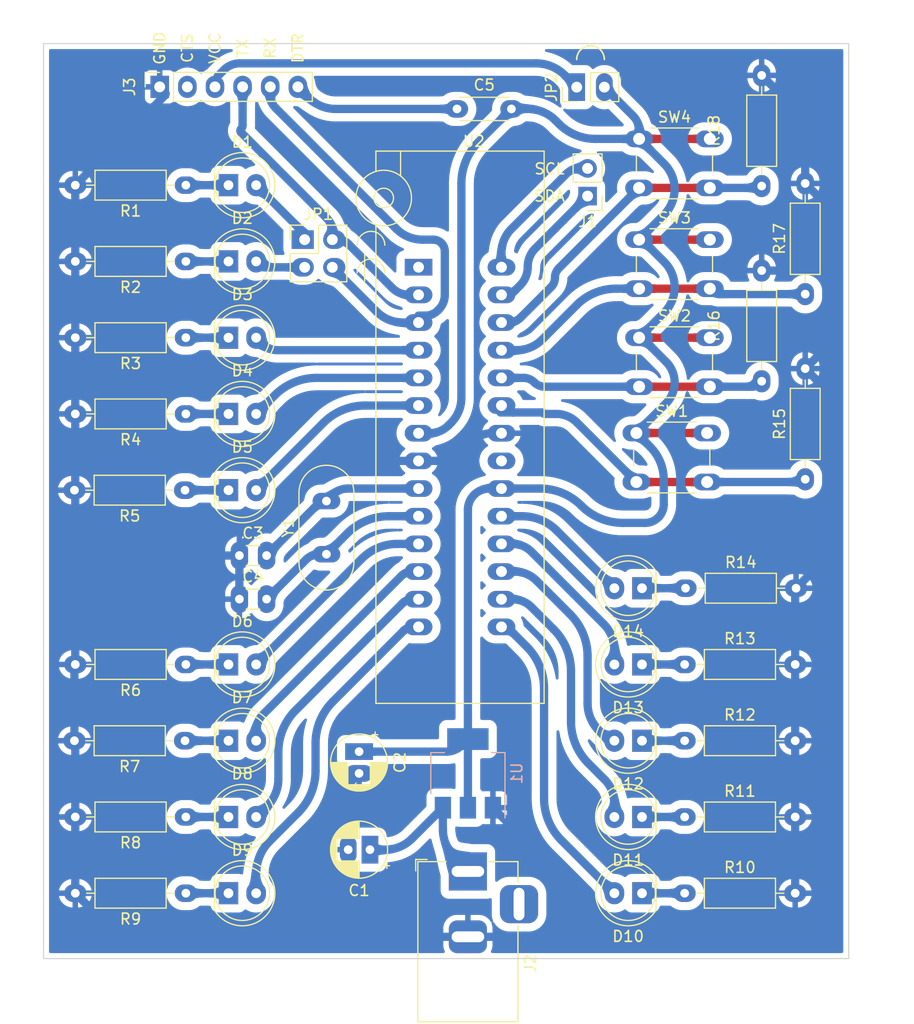
<source format=kicad_pcb>
(kicad_pcb (version 20211014) (generator pcbnew)
  (layers (0 "F.Cu" signal) (31 "B.Cu" signal) (34 "B.Paste" user) (35 "F.Paste" user) (36 "B.SilkS" user "B.Silkscreen") (37 "F.SilkS" user "F.Silkscreen") (38 "B.Mask" user) (39 "F.Mask" user) (44 "Edge.Cuts" user))
  (net 0 "")
  (net 1 "VCC")
  (net 2 "GND")
  (net 3 "+5V")
  (net 4 "XTAL1")
  (net 5 "XTAL2")
  (net 6 "Net-(C5-Pad1)")
  (net 7 "Net-(D1-Pad1)")
  (net 8 "Net-(D1-Pad2)")
  (net 9 "Net-(D2-Pad1)")
  (net 10 "Net-(D2-Pad2)")
  (net 11 "Net-(D3-Pad1)")
  (net 12 "D2")
  (net 13 "Net-(D4-Pad1)")
  (net 14 "D3")
  (net 15 "Net-(D5-Pad1)")
  (net 16 "D4")
  (net 17 "Net-(D6-Pad1)")
  (net 18 "D5")
  (net 19 "Net-(D7-Pad1)")
  (net 20 "D6")
  (net 21 "Net-(D8-Pad1)")
  (net 22 "D7")
  (net 23 "Net-(D9-Pad1)")
  (net 24 "D8")
  (net 25 "Net-(D10-Pad1)")
  (net 26 "D9")
  (net 27 "Net-(D11-Pad1)")
  (net 28 "D10")
  (net 29 "Net-(D12-Pad1)")
  (net 30 "D11{slash}MOSI")
  (net 31 "Net-(D13-Pad1)")
  (net 32 "D12{slash}MISO")
  (net 33 "Net-(D14-Pad1)")
  (net 34 "D13{slash}SCK")
  (net 36 "Net-(J3-Pad3)")
  (net 37 "D0{slash}Rx")
  (net 38 "D1{slash}Tx")
  (net 39 "A0")
  (net 40 "A1")
  (net 41 "A2")
  (net 42 "A3")
  (net 43 "Reset")
  (net 45 "A4{slash}SDA")
  (net 46 "A5{slash}SCL")
  (footprint "My_Misc:LED_D5.0mm_large" (layer "F.Cu") (at 63 79)
    (fp_text reference "D3")
    (fp_text value "D2")
  )
  (footprint "My_Misc:R_Axial_DIN0207_L6.3mm_D2.5mm_P10.16mm_Horizontal_large" (layer "F.Cu") (at 59.08 130 180)
    (fp_text reference "R9")
    (fp_text value "220R")
  )
  (footprint "My_Misc:R_Axial_DIN0207_L6.3mm_D2.5mm_P10.16mm_Horizontal_large" (layer "F.Cu") (at 105 102)
    (fp_text reference "R14")
    (fp_text value "220R")
  )
  (footprint "My_Misc:R_Axial_DIN0207_L6.3mm_D2.5mm_P10.16mm_Horizontal_large" (layer "F.Cu") (at 116 92 90)
    (fp_text reference "R15")
    (fp_text value "10k")
  )
  (footprint "My_Misc:R_Axial_DIN0207_L6.3mm_D2.5mm_P10.16mm_Horizontal_large" (layer "F.Cu") (at 59.08 86 180)
    (fp_text reference "R4")
    (fp_text value "220R")
  )
  (footprint "My_Headers:6-pin FTDI Programmer PinSocket large" (layer "F.Cu") (at 56.675 55.975 90)
    (fp_text reference "J3")
    (fp_text value "FTDI")
  )
  (footprint "My_Misc:LED_D5.0mm_large" (layer "F.Cu") (at 101 130 180)
    (fp_text reference "D10")
    (fp_text value "D9")
  )
  (footprint "My_Misc:R_Axial_DIN0207_L6.3mm_D2.5mm_P10.16mm_Horizontal_large" (layer "F.Cu") (at 59.08 123 180)
    (fp_text reference "R8")
    (fp_text value "220R")
  )
  (footprint "My_Misc:R_Axial_DIN0207_L6.3mm_D2.5mm_P10.16mm_Horizontal_large" (layer "F.Cu") (at 59.08 65 180)
    (fp_text reference "R1")
    (fp_text value "220R")
  )
  (footprint "My_Misc:LED_D5.0mm_large" (layer "F.Cu") (at 63 72)
    (fp_text reference "D2")
    (fp_text value "D1")
  )
  (footprint "My_Misc:C_Disc_D3.0mm_W1.6mm_P2.50mm_larg" (layer "F.Cu") (at 64 99)
    (fp_text reference "C3")
    (fp_text value "22p")
  )
  (footprint "My_Misc:R_Axial_DIN0207_L6.3mm_D2.5mm_P10.16mm_Horizontal_large" (layer "F.Cu") (at 104.92 109)
    (fp_text reference "R13")
    (fp_text value "220R")
  )
  (footprint "My_Misc:CP_Radial_D5.0mm_P2.00mm_larger" (layer "F.Cu") (at 76 126 180)
    (fp_text reference "C1")
    (fp_text value "10u")
  )
  (footprint "My_Misc:R_Axial_DIN0207_L6.3mm_D2.5mm_P10.16mm_Horizontal_large" (layer "F.Cu") (at 104.92 116)
    (fp_text reference "R12")
    (fp_text value "220R")
  )
  (footprint "My_Misc:ZIF_DIP_Socket-28_W6.9_W7.62_W7.62_W12.7_W13.5_w_dip_packet_large" (layer "F.Cu") (at 80.465225 72.53)
    (fp_text reference "U2")
    (fp_text value "ATmega328P-PU")
  )
  (footprint "My_Misc:SW_PUSH_6mm_large" (layer "F.Cu") (at 100.734436 60.75)
    (fp_text reference "SW4")
    (fp_text value "A3")
  )
  (footprint "My_Misc:SW_PUSH_6mm_large" (layer "F.Cu") (at 100.734436 70)
    (fp_text reference "SW3")
    (fp_text value "A2")
  )
  (footprint "My_Misc:LED_D5.0mm_large" (layer "F.Cu") (at 101 123 180)
    (fp_text reference "D11")
    (fp_text value "D10")
  )
  (footprint "My_Misc:CP_Radial_D5.0mm_P2.00mm_larger" (layer "F.Cu") (at 75 117 -90)
    (fp_text reference "C2")
    (fp_text value "10u")
  )
  (footprint "My_Misc:LED_D5.0mm_large" (layer "F.Cu") (at 101 109 180)
    (fp_text reference "D13")
    (fp_text value "D13")
  )
  (footprint "My_Misc:R_Axial_DIN0207_L6.3mm_D2.5mm_P10.16mm_Horizontal_large" (layer "F.Cu") (at 112 83 90)
    (fp_text reference "R16")
    (fp_text value "10k")
  )
  (footprint "My_Misc:LED_D5.0mm_large" (layer "F.Cu") (at 63 93)
    (fp_text reference "D5")
    (fp_text value "D4")
  )
  (footprint "My_Misc:R_Axial_DIN0207_L6.3mm_D2.5mm_P10.16mm_Horizontal_large" (layer "F.Cu") (at 59 116 180)
    (fp_text reference "R7")
    (fp_text value "220R")
  )
  (footprint "My_Misc:R_Axial_DIN0207_L6.3mm_D2.5mm_P10.16mm_Horizontal_large" (layer "F.Cu") (at 59.08 79 180)
    (fp_text reference "R3")
    (fp_text value "220R")
  )
  (footprint "My_Misc:R_Axial_DIN0207_L6.3mm_D2.5mm_P10.16mm_Horizontal_large" (layer "F.Cu") (at 112 65.08 90)
    (fp_text reference "R18")
    (fp_text value "10k")
  )
  (footprint "My_Misc:SW_PUSH_6mm_large" (layer "F.Cu") (at 100.734436 79)
    (fp_text reference "SW2")
    (fp_text value "A1")
  )
  (footprint "My_Parts:Jumper_1x02_P2.54mm_large" (layer "F.Cu") (at 95 56 90)
    (fp_text reference "JP2")
    (fp_text value "FTDI Power")
  )
  (footprint "My_Misc:LED_D5.0mm_large" (layer "F.Cu") (at 63 86)
    (fp_text reference "D4")
    (fp_text value "D3")
  )
  (footprint "My_Misc:LED_D5.0mm_large" (layer "F.Cu") (at 101 102 180)
    (fp_text reference "D14")
    (fp_text value "D13")
  )
  (footprint "My_Misc:R_Axial_DIN0207_L6.3mm_D2.5mm_P10.16mm_Horizontal_large" (layer "F.Cu") (at 59.08 72 180)
    (fp_text reference "R2")
    (fp_text value "220R")
  )
  (footprint "My_Misc:LED_D5.0mm_large" (layer "F.Cu") (at 63 130)
    (fp_text reference "D9")
    (fp_text value "D8")
  )
  (footprint "My_Misc:SW_PUSH_6mm_large" (layer "F.Cu") (at 100.484436 87.75)
    (fp_text reference "SW1")
    (fp_text value "A0")
  )
  (footprint "My_Misc:R_Axial_DIN0207_L6.3mm_D2.5mm_P10.16mm_Horizontal_large" (layer "F.Cu") (at 59 93 180)
    (fp_text reference "R5")
    (fp_text value "220R")
  )
  (footprint "My_Misc:LED_D5.0mm_large" (layer "F.Cu") (at 101 116 180)
    (fp_text reference "D12")
    (fp_text value "D12")
  )
  (footprint "My_Misc:C_Disc_D3.0mm_W1.6mm_P2.50mm_larg" (layer "F.Cu") (at 64 103)
    (fp_text reference "C4")
    (fp_text value "22p")
  )
  (footprint "My_Misc:LED_D5.0mm_large" (layer "F.Cu") (at 63 123)
    (fp_text reference "D8")
    (fp_text value "D7")
  )
  (footprint "My_Misc:C_Disc_D4.3mm_W1.9mm_P5.00mm_large" (layer "F.Cu") (at 84 58)
    (fp_text reference "C5")
    (fp_text value "100n")
  )
  (footprint "My_Headers:2-pin_SDA-SCL_header" (layer "F.Cu") (at 96 66 180)
    (fp_text reference "J1")
    (fp_text value "2-pin_SDA/SCL_header")
  )
  (footprint "My_Misc:Crystal_HC49-4H_Vertical_large" (layer "F.Cu") (at 72 98.88 90)
    (fp_text reference "Y1")
    (fp_text value "16MHz")
  )
  (footprint "My_Misc:R_Axial_DIN0207_L6.3mm_D2.5mm_P10.16mm_Horizontal_large" (layer "F.Cu") (at 104.92 123)
    (fp_text reference "R11")
    (fp_text value "220R")
  )
  (footprint "My_Misc:LED_D5.0mm_large" (layer "F.Cu") (at 63 116)
    (fp_text reference "D7")
    (fp_text value "D6")
  )
  (footprint "My_Misc:R_Axial_DIN0207_L6.3mm_D2.5mm_P10.16mm_Horizontal_large" (layer "F.Cu") (at 104.92 130)
    (fp_text reference "R10")
    (fp_text value "220R")
  )
  (footprint "My_Misc:LED_D5.0mm_large" (layer "F.Cu") (at 63 109)
    (fp_text reference "D6")
    (fp_text value "D5")
  )
  (footprint "My_Misc:BarrelJack_Horizontal" (layer "F.Cu") (at 85 128 90)
    (fp_text reference "J2")
    (fp_text value "Power in")
  )
  (footprint "My_Misc:R_Axial_DIN0207_L6.3mm_D2.5mm_P10.16mm_Horizontal_large" (layer "F.Cu") (at 116 75 90)
    (fp_text reference "R17")
    (fp_text value "10k")
  )
  (footprint "My_Misc:LED_D5.0mm_large" (layer "F.Cu") (at 63 65)
    (fp_text reference "D1")
    (fp_text value "D0")
  )
  (footprint "My_Misc:R_Axial_DIN0207_L6.3mm_D2.5mm_P10.16mm_Horizontal_large" (layer "F.Cu") (at 59.08 109 180)
    (fp_text reference "R6")
    (fp_text value "220R")
  )
  (footprint "My_Parts:Jumper_2-pole_large" (layer "F.Cu") (at 70 70)
    (fp_text reference "JP1")
    (fp_text value "D0/D1")
  )
  (footprint "Package_TO_SOT_SMD:SOT-223-3_TabPin2" (layer "B.Cu") (at 85 119 90)
    (fp_text reference "U1")
    (fp_text value "AMS1117-5.0")
  )
  (gr_line (start 120 52) (end 120 136) (layer "Edge.Cuts") (width 0.1))
  (gr_line (start 46 52) (end 120 52) (layer "Edge.Cuts") (width 0.1))
  (gr_line (start 120 136) (end 46 136) (layer "Edge.Cuts") (width 0.1))
  (gr_line (start 46 136) (end 46 52) (layer "Edge.Cuts") (width 0.1))
  (segment (start 77.425 126) (end 76 126) (width 0.762) (layer "B.Cu") (net 1))
  (segment (start 83.85 126.85) (end 85 128) (width 0.762) (layer "B.Cu") (net 1))
  (segment (start 82.7 122.15) (end 82.7 124.073654) (width 0.762) (layer "B.Cu") (net 1))
  (segment (start 82.7 122.15) (end 79.857627 124.992372) (width 0.762) (layer "B.Cu") (net 1))
  (arc (start 77.425 126) (mid 78.741528 125.738126) (end 79.857627 124.992372) (width 0.762) (layer "B.Cu") (net 1))
  (arc (start 83.85 126.85) (mid 82.998875 125.576201) (end 82.7 124.073654) (width 0.762) (layer "B.Cu") (net 1))
  (segment (start 91.000001 134) (end 85 134) (width 0.762) (layer "B.Cu") (net 2))
  (segment (start 117.943 68.363) (end 117.943 71.523) (width 0.762) (layer "B.Cu") (net 2))
  (segment (start 77.414213 134) (end 85 134) (width 0.762) (layer "B.Cu") (net 2))
  (segment (start 64 99.358908) (end 64 98.641091) (width 0.762) (layer "B.Cu") (net 2))
  (segment (start 48.92 78.73) (end 48.92 72) (width 0.762) (layer "B.Cu") (net 2))
  (segment (start 116.9715 65.8115) (end 116 64.84) (width 0.762) (layer "B.Cu") (net 2))
  (segment (start 70.37839 91.903792) (end 64.253786 98.028396) (width 0.762) (layer "B.Cu") (net 2))
  (segment (start 55.173963 134) (end 74.585786 134) (width 0.762) (layer "B.Cu") (net 2))
  (segment (start 48.92 65) (end 57.159774 56.760225) (width 0.762) (layer "B.Cu") (net 2))
  (segment (start 48.92 123) (end 48.92 116.136568) (width 0.762) (layer "B.Cu") (net 2))
  (segment (start 48.92 86) (end 48.92 92.863431) (width 0.762) (layer "B.Cu") (net 2))
  (segment (start 51.326207 132.406207) (end 48.92 130) (width 0.762) (layer "B.Cu") (net 2))
  (segment (start 115.08 123) (end 115.08 130) (width 0.762) (layer "B.Cu") (net 2))
  (segment (start 116.82577 71.060228) (end 116.122923 71.763076) (width 0.762) (layer "B.Cu") (net 2))
  (segment (start 48.92 98.863431) (end 48.92 93.136568) (width 0.762) (layer "B.Cu") (net 2))
  (segment (start 87.157612 87.77) (end 88.085225 87.77) (width 0.762) (layer "B.Cu") (net 2))
  (segment (start 48.92 65) (end 48.92 72) (width 0.762) (layer "B.Cu") (net 2))
  (segment (start 74.5 119.5) (end 75 119) (width 0.762) (layer "B.Cu") (net 2))
  (segment (start 74 126) (end 74 130.585786) (width 0.762) (layer "B.Cu") (net 2))
  (segment (start 49.056568 99) (end 63.641091 99) (width 0.762) (layer "B.Cu") (net 2))
  (segment (start 93 130.103963) (end 93 132.000001) (width 0.762) (layer "B.Cu") (net 2))
  (segment (start 48.92 78.73) (end 48.92 78.46) (width 0.762) (layer "B.Cu") (net 2))
  (segment (start 117.943 68.363) (end 117.943 68.156908) (width 0.762) (layer "B.Cu") (net 2))
  (segment (start 114.406207 57.326207) (end 112 54.92) (width 0.762) (layer "B.Cu") (net 2))
  (segment (start 115.24 101.92) (end 115.16 102) (width 0.762) (layer "B.Cu") (net 2))
  (segment (start 48.92 98.976568) (end 48.92 108.943431) (width 0.762) (layer "B.Cu") (net 2))
  (segment (start 48.92 98.863431) (end 48.92 98.976568) (width 0.762) (layer "B.Cu") (net 2))
  (segment (start 80.465225 90.31) (end 82.077612 90.31) (width 0.762) (layer "B.Cu") (net 2))
  (segment (start 115.08 109) (end 115.08 116) (width 0.762) (layer "B.Cu") (net 2))
  (segment (start 64 99.358908) (end 64 103) (width 0.762) (layer "B.Cu") (net 2))
  (segment (start 74 126) (end 74 120.707106) (width 0.762) (layer "B.Cu") (net 2))
  (segment (start 91.406207 126.256207) (end 87.3 122.15) (width 0.762) (layer "B.Cu") (net 2))
  (segment (start 48.84 109.136568) (end 48.84 115.943431) (width 0.762) (layer "B.Cu") (net 2))
  (segment (start 115.08 123) (end 115.08 116) (width 0.762) (layer "B.Cu") (net 2))
  (segment (start 116.9715 80.8685) (end 116 81.84) (width 0.762) (layer "B.Cu") (net 2))
  (segment (start 57.159774 56.459774) (end 56.675 55.975) (width 0.762) (layer "B.Cu") (net 2))
  (segment (start 116 61.173963) (end 116 64.84) (width 0.762) (layer "B.Cu") (net 2))
  (segment (start 115.08 102.136568) (end 115.08 109) (width 0.762) (layer "B.Cu") (net 2))
  (segment (start 115.12 102.04) (end 115.16 102) (width 0.762) (layer "B.Cu") (net 2))
  (segment (start 113.523 72.84) (end 112 72.84) (width 0.762) (layer "B.Cu") (net 2))
  (segment (start 116.9715 82.8115) (end 116 81.84) (width 0.762) (layer "B.Cu") (net 2))
  (segment (start 74.226146 90.31) (end 80.465225 90.31) (width 0.762) (layer "B.Cu") (net 2))
  (segment (start 117.943 71.523) (end 117.943 78.523091) (width 0.762) (layer "B.Cu") (net 2))
  (segment (start 77.414213 134) (end 74.585786 134) (width 0.762) (layer "B.Cu") (net 2))
  (segment (start 117.943 97.249121) (end 117.943 85.156908) (width 0.762) (layer "B.Cu") (net 2))
  (segment (start 48.92 86) (end 48.92 78.46) (width 0.762) (layer "B.Cu") (net 2))
  (segment (start 116.5515 100.6085) (end 115.24 101.92) (width 0.762) (layer "B.Cu") (net 2))
  (segment (start 48.92 123) (end 48.92 130) (width 0.762) (layer "B.Cu") (net 2))
  (segment (start 85.574078 88.42592) (end 84.83013 89.169869) (width 0.762) (layer "B.Cu") (net 2))
  (arc (start 75 133) (mid 75.126982 133.638384) (end 74.585786 134) (width 0.762) (layer "B.Cu") (net 2))
  (arc (start 117.943 68.363) (mid 117.652641 69.822729) (end 116.82577 71.060228) (width 0.762) (layer "B.Cu") (net 2))
  (arc (start 64 98.641091) (mid 63.894877 98.894877) (end 63.641091 99) (width 0.762) (layer "B.Cu") (net 2))
  (arc (start 113.523 72.84) (mid 114.930068 72.560116) (end 116.122923 71.763076) (width 0.762) (layer "B.Cu") (net 2))
  (arc (start 48.88 116.04) (mid 48.909604 116.084305) (end 48.92 116.136568) (width 0.762) (layer "B.Cu") (net 2))
  (arc (start 91.000001 134) (mid 92.414213 133.414213) (end 93 132.000001) (width 0.762) (layer "B.Cu") (net 2))
  (arc (start 85.574078 88.42592) (mid 86.300609 87.940468) (end 87.157612 87.77) (width 0.762) (layer "B.Cu") (net 2))
  (arc (start 48.92 78.46) (mid 48.92 78.46) (end 48.92 78.46) (width 0.762) (layer "B.Cu") (net 2))
  (arc (start 116.9715 82.8115) (mid 117.690515 83.887582) (end 117.943 85.156908) (width 0.762) (layer "B.Cu") (net 2))
  (arc (start 57.222 56.61) (mid 57.205827 56.691301) (end 57.159774 56.760225) (width 0.762) (layer "B.Cu") (net 2))
  (arc (start 74.5 119.5) (mid 74.129945 120.053825) (end 74 120.707106) (width 0.762) (layer "B.Cu") (net 2))
  (arc (start 48.92 78.73) (mid 48.92 78.73) (end 48.92 78.73) (width 0.762) (layer "B.Cu") (net 2))
  (arc (start 75 133) (mid 74.259891 131.892349) (end 74 130.585786) (width 0.762) (layer "B.Cu") (net 2))
  (arc (start 48.88 92.96) (mid 48.863431 93) (end 48.88 93.04) (width 0.762) (layer "B.Cu") (net 2))
  (arc (start 70.37839 91.903792) (mid 72.143755 90.724213) (end 74.226146 90.31) (width 0.762) (layer "B.Cu") (net 2))
  (arc (start 116.82577 71.060228) (mid 117.538992 70.918359) (end 117.943 71.523) (width 0.762) (layer "B.Cu") (net 2))
  (arc (start 84.83013 89.169869) (mid 83.567264 90.013689) (end 82.077612 90.31) (width 0.762) (layer "B.Cu") (net 2))
  (arc (start 48.96 98.96) (mid 49.004305 98.989604) (end 49.056568 99) (width 0.762) (layer "B.Cu") (net 2))
  (arc (start 48.88 109.04) (mid 48.909604 108.995693) (end 48.92 108.943431) (width 0.762) (layer "B.Cu") (net 2))
  (arc (start 48.84 109.136568) (mid 48.850395 109.084305) (end 48.88 109.04) (width 0.762) (layer "B.Cu") (net 2))
  (arc (start 93 130.103963) (mid 92.585786 128.021572) (end 91.406207 126.256207) (width 0.762) (layer "B.Cu") (net 2))
  (arc (start 117.943 97.249121) (mid 117.58136 99.067203) (end 116.5515 100.6085) (width 0.762) (layer "B.Cu") (net 2))
  (arc (start 116.9715 80.8685) (mid 117.690515 79.792417) (end 117.943 78.523091) (width 0.762) (layer "B.Cu") (net 2))
  (arc (start 64 99.358908) (mid 63.894877 99.105121) (end 63.641091 99) (width 0.762) (layer "B.Cu") (net 2))
  (arc (start 55.173963 134) (mid 53.091572 133.585786) (end 51.326207 132.406207) (width 0.762) (layer "B.Cu") (net 2))
  (arc (start 75 133) (mid 76.10765 133.740108) (end 77.414213 134) (width 0.762) (layer "B.Cu") (net 2))
  (arc (start 48.88 93.04) (mid 48.909604 93.084305) (end 48.92 93.136568) (width 0.762) (layer "B.Cu") (net 2))
  (arc (start 48.88 92.96) (mid 48.909604 92.915693) (end 48.92 92.863431) (width 0.762) (layer "B.Cu") (net 2))
  (arc (start 115.08 102.136568) (mid 115.090395 102.084305) (end 115.12 102.04) (width 0.762) (layer "B.Cu") (net 2))
  (arc (start 116.9715 65.8115) (mid 117.690515 66.887582) (end 117.943 68.156908) (width 0.762) (layer "B.Cu") (net 2))
  (arc (start 48.96 98.96) (mid 48.934464 98.95492) (end 48.92 98.976568) (width 0.762) (layer "B.Cu") (net 2))
  (arc (start 48.88 116.04) (mid 48.850395 115.995693) (end 48.84 115.943431) (width 0.762) (layer "B.Cu") (net 2))
  (arc (start 57.222 56.61) (mid 57.205827 56.528698) (end 57.159774 56.459774) (width 0.762) (layer "B.Cu") (net 2))
  (arc (start 64.253786 98.028396) (mid 64.065956 98.309503) (end 64 98.641091) (width 0.762) (layer "B.Cu") (net 2))
  (arc (start 116 61.173963) (mid 115.585786 59.091572) (end 114.406207 57.326207) (width 0.762) (layer "B.Cu") (net 2))
  (arc (start 48.92 98.863431) (mid 48.930395 98.915693) (end 48.96 98.96) (width 0.762) (layer "B.Cu") (net 2))
  (segment (start 100.734436 60.75) (end 107.234436 60.75) (width 0.762) (layer "F.Cu") (net 3))
  (segment (start 100.734436 70) (end 107.234436 70) (width 0.762) (layer "F.Cu") (net 3))
  (segment (start 100.734436 79) (end 107.234436 79) (width 0.762) (layer "F.Cu") (net 3))
  (segment (start 100.484436 87.75) (end 106.984436 87.75) (width 0.762) (layer "F.Cu") (net 3))
  (segment (start 85.996017 61.003982) (end 89 58) (width 0.762) (layer "B.Cu") (net 3))
  (segment (start 86.963172 92.85) (end 88.085225 92.85) (width 0.762) (layer "B.Cu") (net 3))
  (segment (start 84.425 116.425) (end 85 115.85) (width 0.762) (layer "B.Cu") (net 3))
  (segment (start 90.5 58) (end 89 58) (width 0.762) (layer "B.Cu") (net 3))
  (segment (start 103 92.044336) (end 103 94.292893) (width 0.762) (layer "B.Cu") (net 3))
  (segment (start 103.03323 72.03323) (end 101.093891 70.093891) (width 0.762) (layer "B.Cu") (net 3))
  (segment (start 85 94.813172) (end 85 115.85) (width 0.762) (layer "B.Cu") (net 3))
  (segment (start 103.210007 81.210007) (end 101.093891 79.093891) (width 0.762) (layer "B.Cu") (net 3))
  (segment (start 91.622613 92.85) (end 88.085225 92.85) (width 0.762) (layer "B.Cu") (net 3))
  (segment (start 101.292893 96) (end 99.227386 96) (width 0.762) (layer "B.Cu") (net 3))
  (segment (start 100.484436 87.75) (end 101.742218 89.007782) (width 0.762) (layer "B.Cu") (net 3))
  (segment (start 83.449724 86.817499) (end 83.215645 87.051579) (width 0.762) (layer "B.Cu") (net 3))
  (segment (start 84.402225 84.517961) (end 84.402225 64.851738) (width 0.762) (layer "B.Cu") (net 3))
  (segment (start 100.828327 78.906108) (end 103.03323 76.701204) (width 0.762) (layer "B.Cu") (net 3))
  (segment (start 100.734436 59.972218) (end 100.734436 60.742218) (width 0.762) (layer "B.Cu") (net 3))
  (segment (start 85 115.85) (end 85 122.15) (width 0.762) (layer "B.Cu") (net 3))
  (segment (start 100.726654 60.75) (end 96.694543 60.75) (width 0.762) (layer "B.Cu") (net 3))
  (segment (start 81.481225 87.77) (end 80.465225 87.77) (width 0.762) (layer "B.Cu") (net 3))
  (segment (start 100.184461 58.644461) (end 97.54 56) (width 0.762) (layer "B.Cu") (net 3))
  (segment (start 93.06066 59.06066) (end 93.375 59.375) (width 0.762) (layer "B.Cu") (net 3))
  (segment (start 83.036827 117) (end 75 117) (width 0.762) (layer "B.Cu") (net 3))
  (segment (start 100.742218 60.75) (end 100.726654 60.75) (width 0.762) (layer "B.Cu") (net 3))
  (segment (start 100.755502 60.755502) (end 103.03323 63.03323) (width 0.762) (layer "B.Cu") (net 3))
  (segment (start 100.484436 87.75) (end 103.210007 85.024428) (width 0.762) (layer "B.Cu") (net 3))
  (segment (start 100.828327 69.906108) (end 103.03323 67.701204) (width 0.762) (layer "B.Cu") (net 3))
  (arc (start 84.425 116.425) (mid 83.7881 116.850562) (end 83.036827 117) (width 0.762) (layer "B.Cu") (net 3))
  (arc (start 83.215645 87.051579) (mid 82.419886 87.583288) (end 81.481225 87.77) (width 0.762) (layer "B.Cu") (net 3))
  (arc (start 103.03323 72.03323) (mid 103.748744 73.104073) (end 104 74.367218) (width 0.762) (layer "B.Cu") (net 3))
  (arc (start 95.425 94.425) (mid 97.169549 95.59067) (end 99.227386 96) (width 0.762) (layer "B.Cu") (net 3))
  (arc (start 90.5 58) (mid 91.885819 58.275656) (end 93.06066 59.06066) (width 0.762) (layer "B.Cu") (net 3))
  (arc (start 85.575 93.425) (mid 85.149437 94.061898) (end 85 94.813172) (width 0.762) (layer "B.Cu") (net 3))
  (arc (start 85.996017 61.003982) (mid 84.816438 62.769347) (end 84.402225 64.851738) (width 0.762) (layer "B.Cu") (net 3))
  (arc (start 103.03323 63.03323) (mid 103.748744 64.104073) (end 104 65.367218) (width 0.762) (layer "B.Cu") (net 3))
  (arc (start 93.375 59.375) (mid 94.898019 60.392649) (end 96.694543 60.75) (width 0.762) (layer "B.Cu") (net 3))
  (arc (start 102.5 95.5) (mid 101.946174 95.870054) (end 101.292893 96) (width 0.762) (layer "B.Cu") (net 3))
  (arc (start 100.742218 60.75) (mid 100.736715 60.74772) (end 100.734436 60.742218) (width 0.762) (layer "B.Cu") (net 3))
  (arc (start 103 94.292893) (mid 102.870054 94.946174) (end 102.5 95.5) (width 0.762) (layer "B.Cu") (net 3))
  (arc (start 86.963172 92.85) (mid 86.211898 92.999437) (end 85.575 93.425) (width 0.762) (layer "B.Cu") (net 3))
  (arc (start 100.867218 70) (mid 100.989892 70.024401) (end 101.093891 70.093891) (width 0.762) (layer "B.Cu") (net 3))
  (arc (start 100.867218 70) (mid 100.816404 69.966047) (end 100.828327 69.906108) (width 0.762) (layer "B.Cu") (net 3))
  (arc (start 103.210007 81.210007) (mid 103.794687 82.085043) (end 104 83.117218) (width 0.762) (layer "B.Cu") (net 3))
  (arc (start 95.425 94.425) (mid 93.68045 93.259329) (end 91.622613 92.85) (width 0.762) (layer "B.Cu") (net 3))
  (arc (start 100.742218 60.75) (mid 100.749407 60.751429) (end 100.755502 60.755502) (width 0.762) (layer "B.Cu") (net 3))
  (arc (start 100.867218 79) (mid 100.989892 79.024401) (end 101.093891 79.093891) (width 0.762) (layer "B.Cu") (net 3))
  (arc (start 101.742218 89.007782) (mid 102.673113 90.400964) (end 103 92.044336) (width 0.762) (layer "B.Cu") (net 3))
  (arc (start 100.867218 79) (mid 100.816404 78.966047) (end 100.828327 78.906108) (width 0.762) (layer "B.Cu") (net 3))
  (arc (start 100.184461 58.644461) (mid 100.591502 59.253641) (end 100.734436 59.972218) (width 0.762) (layer "B.Cu") (net 3))
  (arc (start 104 83.117218) (mid 103.794687 84.149392) (end 103.210007 85.024428) (width 0.762) (layer "B.Cu") (net 3))
  (arc (start 100.734436 60.742218) (mid 100.732156 60.74772) (end 100.726654 60.75) (width 0.762) (layer "B.Cu") (net 3))
  (arc (start 104 65.367218) (mid 103.748744 66.630362) (end 103.03323 67.701204) (width 0.762) (layer "B.Cu") (net 3))
  (arc (start 83.449724 86.817499) (mid 84.154678 85.762462) (end 84.402225 84.517961) (width 0.762) (layer "B.Cu") (net 3))
  (arc (start 104 74.367218) (mid 103.748744 75.630362) (end 103.03323 76.701204) (width 0.762) (layer "B.Cu") (net 3))
  (segment (start 72.176776 93.823223) (end 72.575 93.425) (width 0.762) (layer "B.Cu") (net 4))
  (segment (start 71.323223 94.176776) (end 66.5 99) (width 0.762) (layer "B.Cu") (net 4))
  (segment (start 73.963172 92.85) (end 80.465225 92.85) (width 0.762) (layer "B.Cu") (net 4))
  (arc (start 71.323223 94.176776) (mid 71.51903 94.045942) (end 71.75 94) (width 0.762) (layer "B.Cu") (net 4))
  (arc (start 72.176776 93.823223) (mid 71.980969 93.954057) (end 71.75 94) (width 0.762) (layer "B.Cu") (net 4))
  (arc (start 72.575 93.425) (mid 73.211898 92.999437) (end 73.963172 92.85) (width 0.762) (layer "B.Cu") (net 4))
  (segment (start 71.31 98.88) (end 71.655 98.88) (width 0.762) (layer "B.Cu") (net 5))
  (segment (start 77.743963 95.39) (end 80.465225 95.39) (width 0.762) (layer "B.Cu") (net 5))
  (segment (start 70.132096 99.367903) (end 66.5 103) (width 0.762) (layer "B.Cu") (net 5))
  (segment (start 72.243951 98.636048) (end 73.896207 96.983792) (width 0.762) (layer "B.Cu") (net 5))
  (arc (start 73.896207 96.983792) (mid 75.661572 95.804213) (end 77.743963 95.39) (width 0.762) (layer "B.Cu") (net 5))
  (arc (start 72.243951 98.636048) (mid 71.973738 98.816598) (end 71.655 98.88) (width 0.762) (layer "B.Cu") (net 5))
  (arc (start 71.31 98.88) (mid 70.672523 99.006801) (end 70.132096 99.367903) (width 0.762) (layer "B.Cu") (net 5))
  (segment (start 70.3875 56.9875) (end 69.375 55.975) (width 0.762) (layer "B.Cu") (net 6))
  (segment (start 72.831891 58) (end 84 58) (width 0.762) (layer "B.Cu") (net 6))
  (arc (start 70.3875 56.9875) (mid 71.508996 57.736859) (end 72.831891 58) (width 0.762) (layer "B.Cu") (net 6))
  (segment (start 63 65) (end 59.08 65) (width 0.762) (layer "B.Cu") (net 7))
  (segment (start 69.809081 69.269081) (end 65.54 65) (width 0.762) (layer "B.Cu") (net 8))
  (segment (start 70 69.73) (end 70 70) (width 0.762) (layer "B.Cu") (net 8))
  (arc (start 69.809081 69.269081) (mid 69.950381 69.480552) (end 70 69.73) (width 0.762) (layer "B.Cu") (net 8))
  (segment (start 63 72) (end 59.08 72) (width 0.762) (layer "B.Cu") (net 9))
  (segment (start 66.461837 72.54) (end 70 72.54) (width 0.762) (layer "B.Cu") (net 10))
  (segment (start 65.81 72.27) (end 65.54 72) (width 0.762) (layer "B.Cu") (net 10))
  (arc (start 65.81 72.27) (mid 66.109065 72.469829) (end 66.461837 72.54) (width 0.762) (layer "B.Cu") (net 10))
  (segment (start 63 79) (end 59.08 79) (width 0.762) (layer "B.Cu") (net 11))
  (segment (start 67.503172 80.15) (end 80.465225 80.15) (width 0.762) (layer "B.Cu") (net 12))
  (segment (start 66.115 79.575) (end 65.54 79) (width 0.762) (layer "B.Cu") (net 12))
  (arc (start 66.115 79.575) (mid 66.751898 80.000562) (end 67.503172 80.15) (width 0.762) (layer "B.Cu") (net 12))
  (segment (start 63 86) (end 59.08 86) (width 0.762) (layer "B.Cu") (net 13))
  (segment (start 67.256207 84.283792) (end 65.54 86) (width 0.762) (layer "B.Cu") (net 14))
  (segment (start 71.103963 82.69) (end 80.465225 82.69) (width 0.762) (layer "B.Cu") (net 14))
  (arc (start 71.103963 82.69) (mid 69.021572 83.104213) (end 67.256207 84.283792) (width 0.762) (layer "B.Cu") (net 14))
  (segment (start 63 93) (end 59 93) (width 0.762) (layer "B.Cu") (net 15))
  (segment (start 75.563963 85.23) (end 80.465225 85.23) (width 0.762) (layer "B.Cu") (net 16))
  (segment (start 71.716207 86.823792) (end 65.54 93) (width 0.762) (layer "B.Cu") (net 16))
  (arc (start 71.716207 86.823792) (mid 73.481572 85.644213) (end 75.563963 85.23) (width 0.762) (layer "B.Cu") (net 16))
  (segment (start 63 109) (end 59.08 109) (width 0.762) (layer "B.Cu") (net 17))
  (segment (start 75.246972 99.293027) (end 65.54 109) (width 0.762) (layer "B.Cu") (net 18))
  (segment (start 78.537612 97.93) (end 80.465225 97.93) (width 0.762) (layer "B.Cu") (net 18))
  (arc (start 75.246972 99.293027) (mid 76.75673 98.284239) (end 78.537612 97.93) (width 0.762) (layer "B.Cu") (net 18))
  (segment (start 63 116) (end 59 116) (width 0.762) (layer "B.Cu") (net 19))
  (segment (start 66.168617 113.593382) (end 78.877202 100.884797) (width 0.762) (layer "B.Cu") (net 20))
  (segment (start 79.878612 100.47) (end 80.465225 100.47) (width 0.762) (layer "B.Cu") (net 20))
  (segment (start 65.54 115.111) (end 65.54 116) (width 0.762) (layer "B.Cu") (net 20))
  (arc (start 66.168617 113.593382) (mid 65.703372 114.289671) (end 65.54 115.111) (width 0.762) (layer "B.Cu") (net 20))
  (arc (start 79.878612 100.47) (mid 79.336653 100.577802) (end 78.877202 100.884797) (width 0.762) (layer "B.Cu") (net 20))
  (segment (start 63 123) (end 59.08 123) (width 0.762) (layer "B.Cu") (net 21))
  (segment (start 67.583 117.045963) (end 67.583 119.51238) (width 0.762) (layer "B.Cu") (net 22))
  (segment (start 78.976011 103.398988) (end 69.176792 113.198207) (width 0.762) (layer "B.Cu") (net 22))
  (segment (start 79.915112 103.01) (end 80.465225 103.01) (width 0.762) (layer "B.Cu") (net 22))
  (segment (start 66.5615 121.9785) (end 65.54 123) (width 0.762) (layer "B.Cu") (net 22))
  (arc (start 67.583 117.045963) (mid 67.997213 114.963572) (end 69.176792 113.198207) (width 0.762) (layer "B.Cu") (net 22))
  (arc (start 66.5615 121.9785) (mid 67.31752 120.847034) (end 67.583 119.51238) (width 0.762) (layer "B.Cu") (net 22))
  (arc (start 78.976011 103.398988) (mid 79.406874 103.111094) (end 79.915112 103.01) (width 0.762) (layer "B.Cu") (net 22))
  (segment (start 63 130) (end 59.08 130) (width 0.762) (layer "B.Cu") (net 23))
  (segment (start 79.091063 105.908936) (end 72.593792 112.406207) (width 0.762) (layer "B.Cu") (net 24))
  (segment (start 79.957612 105.55) (end 80.465225 105.55) (width 0.762) (layer "B.Cu") (net 24))
  (segment (start 65.54 128.23) (end 65.54 130) (width 0.762) (layer "B.Cu") (net 24))
  (segment (start 71 116.253963) (end 71 118.746036) (width 0.762) (layer "B.Cu") (net 24))
  (segment (start 69.406207 122.593792) (end 66.791579 125.20842) (width 0.762) (layer "B.Cu") (net 24))
  (arc (start 71 118.746036) (mid 70.585786 120.828426) (end 69.406207 122.593792) (width 0.762) (layer "B.Cu") (net 24))
  (arc (start 71 116.253963) (mid 71.414213 114.171572) (end 72.593792 112.406207) (width 0.762) (layer "B.Cu") (net 24))
  (arc (start 65.54 128.23) (mid 65.865274 126.594732) (end 66.791579 125.20842) (width 0.762) (layer "B.Cu") (net 24))
  (arc (start 79.957612 105.55) (mid 79.488639 105.643284) (end 79.091063 105.908936) (width 0.762) (layer "B.Cu") (net 24))
  (segment (start 101 130) (end 104.92 130) (width 0.762) (layer "B.Cu") (net 25))
  (segment (start 93.593792 125.133792) (end 98.46 130) (width 0.762) (layer "B.Cu") (net 26))
  (segment (start 92 111.210738) (end 92 121.286036) (width 0.762) (layer "B.Cu") (net 26))
  (segment (start 88.339225 105.55) (end 88.085225 105.55) (width 0.762) (layer "B.Cu") (net 26))
  (segment (start 88.77283 105.729605) (end 90.406207 107.362982) (width 0.762) (layer "B.Cu") (net 26))
  (arc (start 92 111.210738) (mid 91.585786 109.128347) (end 90.406207 107.362982) (width 0.762) (layer "B.Cu") (net 26))
  (arc (start 93.593792 125.133792) (mid 92.414213 123.368426) (end 92 121.286036) (width 0.762) (layer "B.Cu") (net 26))
  (arc (start 88.77283 105.729605) (mid 88.57389 105.596677) (end 88.339225 105.55) (width 0.762) (layer "B.Cu") (net 26))
  (segment (start 101 123) (end 104.92 123) (width 0.762) (layer "B.Cu") (net 27))
  (segment (start 97.561974 119.561974) (end 96.069792 118.069792) (width 0.762) (layer "B.Cu") (net 28))
  (segment (start 92.882207 105.774982) (end 90.835645 103.72842) (width 0.762) (layer "B.Cu") (net 28))
  (segment (start 89.101225 103.01) (end 88.085225 103.01) (width 0.762) (layer "B.Cu") (net 28))
  (segment (start 94.476 114.222036) (end 94.476 109.622738) (width 0.762) (layer "B.Cu") (net 28))
  (segment (start 98.46 121.73) (end 98.46 123) (width 0.762) (layer "B.Cu") (net 28))
  (arc (start 89.101225 103.01) (mid 90.039886 103.196711) (end 90.835645 103.72842) (width 0.762) (layer "B.Cu") (net 28))
  (arc (start 92.882207 105.774982) (mid 94.061786 107.540347) (end 94.476 109.622738) (width 0.762) (layer "B.Cu") (net 28))
  (arc (start 98.46 121.73) (mid 98.22661 120.556672) (end 97.561974 119.561974) (width 0.762) (layer "B.Cu") (net 28))
  (arc (start 94.476 114.222036) (mid 94.890213 116.304426) (end 96.069792 118.069792) (width 0.762) (layer "B.Cu") (net 28))
  (segment (start 101 116) (end 104.92 116) (width 0.762) (layer "B.Cu") (net 29))
  (segment (start 89.277612 100.47) (end 88.085225 100.47) (width 0.762) (layer "B.Cu") (net 30))
  (segment (start 97 115) (end 97.837365 115.837365) (width 0.762) (layer "B.Cu") (net 30))
  (segment (start 96 112.585786) (end 96 108.253963) (width 0.762) (layer "B.Cu") (net 30))
  (segment (start 94.406207 104.406207) (end 91.313145 101.313145) (width 0.762) (layer "B.Cu") (net 30))
  (segment (start 98.23 116) (end 98.46 116) (width 0.762) (layer "B.Cu") (net 30))
  (arc (start 98.23 116) (mid 98.017507 115.957732) (end 97.837365 115.837365) (width 0.762) (layer "B.Cu") (net 30))
  (arc (start 97 115) (mid 96.259891 113.892349) (end 96 112.585786) (width 0.762) (layer "B.Cu") (net 30))
  (arc (start 89.277612 100.47) (mid 90.379234 100.689126) (end 91.313145 101.313145) (width 0.762) (layer "B.Cu") (net 30))
  (arc (start 94.406207 104.406207) (mid 95.585786 106.171572) (end 96 108.253963) (width 0.762) (layer "B.Cu") (net 30))
  (segment (start 101 109) (end 104.92 109) (width 0.762) (layer "B.Cu") (net 31))
  (segment (start 98.46 107.636387) (end 98.46 109) (width 0.762) (layer "B.Cu") (net 32))
  (segment (start 89.101225 97.93) (end 88.085225 97.93) (width 0.762) (layer "B.Cu") (net 32))
  (segment (start 97.49578 105.308555) (end 90.835645 98.64842) (width 0.762) (layer "B.Cu") (net 32))
  (arc (start 98.46 107.636387) (mid 98.209407 106.376573) (end 97.49578 105.308555) (width 0.762) (layer "B.Cu") (net 32))
  (arc (start 89.101225 97.93) (mid 90.039886 98.116711) (end 90.835645 98.64842) (width 0.762) (layer "B.Cu") (net 32))
  (segment (start 101 102) (end 105 102) (width 0.762) (layer "B.Cu") (net 33))
  (segment (start 89.967612 95.39) (end 88.085225 95.39) (width 0.762) (layer "B.Cu") (net 34))
  (segment (start 93.181048 96.721048) (end 98.46 102) (width 0.762) (layer "B.Cu") (net 34))
  (arc (start 93.181048 96.721048) (mid 91.706711 95.735928) (end 89.967612 95.39) (width 0.762) (layer "B.Cu") (net 34))
  (segment (start 91.271678 53.816) (end 64.021214 53.816) (width 0.762) (layer "B.Cu") (net 36))
  (segment (start 93.908 54.908) (end 95 56) (width 0.762) (layer "B.Cu") (net 36))
  (segment (start 62.592 54.408) (end 62 55) (width 0.762) (layer "B.Cu") (net 36))
  (arc (start 91.271678 53.816) (mid 92.698445 54.099801) (end 93.908 54.908) (width 0.762) (layer "B.Cu") (net 36))
  (arc (start 64.021214 53.816) (mid 63.247729 53.969855) (end 62.592 54.408) (width 0.762) (layer "B.Cu") (net 36))
  (segment (start 73.998081 70.380856) (end 78.058607 74.441382) (width 0.762) (layer "B.Cu") (net 37))
  (segment (start 79.576225 75.07) (end 80.465225 75.07) (width 0.762) (layer "B.Cu") (net 37))
  (segment (start 64.295 59.496403) (end 64.295 55.975) (width 0.762) (layer "B.Cu") (net 37))
  (segment (start 64.1475 60.1475) (end 72.023812 68.023812) (width 0.762) (layer "B.Cu") (net 37))
  (segment (start 72.54 69.27) (end 72.54 69.461387) (width 0.762) (layer "B.Cu") (net 37))
  (arc (start 72.54 69.27) (mid 72.405847 68.595567) (end 72.023812 68.023812) (width 0.762) (layer "B.Cu") (net 37))
  (arc (start 73.078612 70) (mid 72.697755 69.842243) (end 72.54 69.461387) (width 0.762) (layer "B.Cu") (net 37))
  (arc (start 78.058607 74.441382) (mid 78.754896 74.906627) (end 79.576225 75.07) (width 0.762) (layer "B.Cu") (net 37))
  (arc (start 64.295 59.496403) (mid 64.256665 59.689121) (end 64.1475 59.8525) (width 0.762) (layer "B.Cu") (net 37))
  (arc (start 64.1475 60.1475) (mid 64.086403 60) (end 64.1475 59.8525) (width 0.762) (layer "B.Cu") (net 37))
  (arc (start 73.998081 70.380856) (mid 73.576225 70.098981) (end 73.078612 70) (width 0.762) (layer "B.Cu") (net 37))
  (segment (start 76.600525 76.600525) (end 72.54 72.54) (width 0.762) (layer "B.Cu") (net 38))
  (segment (start 82.220887 76.516414) (end 82.320263 76.417038) (width 0.762) (layer "B.Cu") (net 38))
  (segment (start 81.811283 70) (end 80.833612 70) (width 0.762) (layer "B.Cu") (net 38))
  (segment (start 79.037612 77.61) (end 80.465225 77.61) (width 0.762) (layer "B.Cu") (net 38))
  (segment (start 81.113763 76.975) (end 80.465225 76.975) (width 0.762) (layer "B.Cu") (net 38))
  (segment (start 66.835 56.698) (end 66.835 55.975) (width 0.762) (layer "B.Cu") (net 38))
  (segment (start 82.878225 71.066941) (end 82.878225 75.07) (width 0.762) (layer "B.Cu") (net 38))
  (segment (start 78.410182 68.996182) (end 67.346238 57.932238) (width 0.762) (layer "B.Cu") (net 38))
  (arc (start 82.878225 71.066941) (mid 82.797008 70.65864) (end 82.565725 70.3125) (width 0.762) (layer "B.Cu") (net 38))
  (arc (start 67.346238 57.932238) (mid 66.967866 57.365964) (end 66.835 56.698) (width 0.762) (layer "B.Cu") (net 38))
  (arc (start 82.220887 76.516414) (mid 81.712934 76.855817) (end 81.113763 76.975) (width 0.762) (layer "B.Cu") (net 38))
  (arc (start 82.320263 76.417038) (mid 82.733215 75.799011) (end 82.878225 75.07) (width 0.762) (layer "B.Cu") (net 38))
  (arc (start 81.811283 70) (mid 82.219584 70.081216) (end 82.565725 70.3125) (width 0.762) (layer "B.Cu") (net 38))
  (arc (start 78.410182 68.996182) (mid 79.522061 69.739116) (end 80.833612 70) (width 0.762) (layer "B.Cu") (net 38))
  (arc (start 79.037612 77.61) (mid 77.71867 77.347645) (end 76.600525 76.600525) (width 0.762) (layer "B.Cu") (net 38))
  (segment (start 100.484436 92.25) (end 106.984436 92.25) (width 0.762) (layer "F.Cu") (net 39))
  (segment (start 95.024428 86.789992) (end 100.484436 92.25) (width 0.762) (layer "B.Cu") (net 39))
  (segment (start 92.095459 86) (end 93.117218 86) (width 0.762) (layer "B.Cu") (net 39))
  (segment (start 91.76954 85.865) (end 88 85.865) (width 0.762) (layer "B.Cu") (net 39))
  (segment (start 115.573223 92.25) (end 106.984436 92.25) (width 0.762) (layer "B.Cu") (net 39))
  (segment (start 115.875 92.125) (end 116 92) (width 0.762) (layer "B.Cu") (net 39))
  (arc (start 93.117218 86) (mid 94.149392 86.205312) (end 95.024428 86.789992) (width 0.762) (layer "B.Cu") (net 39))
  (arc (start 91.76954 85.865) (mid 91.857733 85.882542) (end 91.9325 85.9325) (width 0.762) (layer "B.Cu") (net 39))
  (arc (start 115.875 92.125) (mid 115.736543 92.217513) (end 115.573223 92.25) (width 0.762) (layer "B.Cu") (net 39))
  (arc (start 92.095459 86) (mid 92.007266 85.982457) (end 91.9325 85.9325) (width 0.762) (layer "B.Cu") (net 39))
  (segment (start 100.734436 83.5) (end 107.234436 83.5) (width 0.762) (layer "F.Cu") (net 40))
  (segment (start 111.75 83.25) (end 112 83) (width 0.762) (layer "B.Cu") (net 40))
  (segment (start 111.146446 83.5) (end 107.234436 83.5) (width 0.762) (layer "B.Cu") (net 40))
  (segment (start 90.117243 82.69) (end 88.085225 82.69) (width 0.762) (layer "B.Cu") (net 40))
  (segment (start 92.072756 83.5) (end 100.734436 83.5) (width 0.762) (layer "B.Cu") (net 40))
  (arc (start 91.095 83.095) (mid 91.543598 83.394743) (end 92.072756 83.5) (width 0.762) (layer "B.Cu") (net 40))
  (arc (start 111.75 83.25) (mid 111.473087 83.435027) (end 111.146446 83.5) (width 0.762) (layer "B.Cu") (net 40))
  (arc (start 91.095 83.095) (mid 90.646401 82.795256) (end 90.117243 82.69) (width 0.762) (layer "B.Cu") (net 40))
  (segment (start 100.734436 74.5) (end 107.234436 74.5) (width 0.762) (layer "F.Cu") (net 41))
  (segment (start 107.484436 74.75) (end 107.234436 74.5) (width 0.762) (layer "B.Cu") (net 41))
  (segment (start 89.467612 80.15) (end 88.085225 80.15) (width 0.762) (layer "B.Cu") (net 41))
  (segment (start 98.617218 74.5) (end 100.734436 74.5) (width 0.762) (layer "B.Cu") (net 41))
  (segment (start 108.087989 75) (end 116 75) (width 0.762) (layer "B.Cu") (net 41))
  (segment (start 95.0029 75.997099) (end 91.827495 79.172504) (width 0.762) (layer "B.Cu") (net 41))
  (arc (start 91.827495 79.172504) (mid 90.744771 79.895957) (end 89.467612 80.15) (width 0.762) (layer "B.Cu") (net 41))
  (arc (start 95.0029 75.997099) (mid 96.661163 74.889083) (end 98.617218 74.5) (width 0.762) (layer "B.Cu") (net 41))
  (arc (start 108.087989 75) (mid 107.761348 74.935027) (end 107.484436 74.75) (width 0.762) (layer "B.Cu") (net 41))
  (segment (start 100.734436 65.25) (end 107.234436 65.25) (width 0.762) (layer "F.Cu") (net 42))
  (segment (start 93.359056 72.625379) (end 100.734436 65.25) (width 0.762) (layer "B.Cu") (net 42))
  (segment (start 89.851307 77.148692) (end 92.640943 74.359056) (width 0.762) (layer "B.Cu") (net 42))
  (segment (start 111.915 65.165) (end 112 65.08) (width 0.762) (layer "B.Cu") (net 42))
  (segment (start 111.709791 65.25) (end 107.234436 65.25) (width 0.762) (layer "B.Cu") (net 42))
  (segment (start 88.737612 77.61) (end 88.085225 77.61) (width 0.762) (layer "B.Cu") (net 42))
  (arc (start 111.709791 65.25) (mid 111.820849 65.227909) (end 111.915 65.165) (width 0.762) (layer "B.Cu") (net 42))
  (arc (start 89.851307 77.148692) (mid 89.340339 77.490109) (end 88.737612 77.61) (width 0.762) (layer "B.Cu") (net 42))
  (arc (start 92.640943 74.359056) (mid 92.906684 73.961347) (end 93 73.492218) (width 0.762) (layer "B.Cu") (net 42))
  (arc (start 93.359056 72.625379) (mid 93.093315 73.023088) (end 93 73.492218) (width 0.762) (layer "B.Cu") (net 42))
  (segment (start 88.507612 75.07) (end 88.085225 75.07) (width 0.762) (layer "B.Cu") (net 45))
  (segment (start 89.791117 74.208881) (end 89.228673 74.771326) (width 0.762) (layer "B.Cu") (net 45))
  (segment (start 91.205331 70.794668) (end 96 66) (width 0.762) (layer "B.Cu") (net 45))
  (arc (start 90.498225 72.501775) (mid 90.681995 71.577895) (end 91.205331 70.794668) (width 0.762) (layer "B.Cu") (net 45))
  (arc (start 88.507612 75.07) (mid 88.897847 74.992377) (end 89.228673 74.771326) (width 0.762) (layer "B.Cu") (net 45))
  (arc (start 89.791117 74.208881) (mid 90.314453 73.425654) (end 90.498225 72.501775) (width 0.762) (layer "B.Cu") (net 45))
  (segment (start 94.042761 63.971238) (end 89.004896 69.009103) (width 0.762) (layer "B.Cu") (net 46))
  (segment (start 88.085225 71.229387) (end 88.085225 72.53) (width 0.762) (layer "B.Cu") (net 46))
  (segment (start 95.277 63.46) (end 96 63.46) (width 0.762) (layer "B.Cu") (net 46))
  (arc (start 88.085225 71.229387) (mid 88.324239 70.027778) (end 89.004896 69.009103) (width 0.762) (layer "B.Cu") (net 46))
  (arc (start 94.042761 63.971238) (mid 94.609034 63.592866) (end 95.277 63.46) (width 0.762) (layer "B.Cu") (net 46))
  (zone (net 3) (net_name "+5V") (layer "F.Cu") (priority 16962) (connect_pads yes (clearance 0)) (min_thickness 0.0254) (fill yes (thermal_gap 0.508) (thermal_bridge_width 0.508))
    (polygon (pts (xy 102.006436 87.369) (xy 101.835823 87.366247) (xy 101.689312 87.357859) (xy 101.562165 87.343638) (xy 101.449648 87.323387) (xy 101.347025 87.296908) (xy 101.249561 87.264005) (xy 101.15252 87.224479) (xy 101.051167 87.178135) (xy 100.940767 87.124774) (xy 100.816584 87.0642) (xy 100.103436 87.75) (xy 100.816584 88.4358) (xy 100.940767 88.375225) (xy 101.051167 88.321864) (xy 101.15252 88.27552) (xy 101.249561 88.235994) (xy 101.347025 88.203091) (xy 101.449648 88.176612) (xy 101.562165 88.156361) (xy 101.689312 88.14214) (xy 101.835823 88.133752) (xy 102.006436 88.131)))
  )
  (zone (net 42) (net_name "A3") (layer "F.Cu") (priority 16962) (connect_pads yes (clearance 0)) (min_thickness 0.0254) (fill yes (thermal_gap 0.508) (thermal_bridge_width 0.508))
    (polygon (pts (xy 105.712436 65.631) (xy 105.883048 65.633752) (xy 106.029559 65.64214) (xy 106.156706 65.656361) (xy 106.269223 65.676612) (xy 106.371846 65.703091) (xy 106.46931 65.735994) (xy 106.566351 65.77552) (xy 106.667704 65.821864) (xy 106.778104 65.875225) (xy 106.902288 65.9358) (xy 107.615436 65.25) (xy 106.902288 64.5642) (xy 106.778104 64.624774) (xy 106.667704 64.678135) (xy 106.566351 64.724479) (xy 106.46931 64.764005) (xy 106.371846 64.796908) (xy 106.269223 64.823387) (xy 106.156706 64.843638) (xy 106.029559 64.857859) (xy 105.883048 64.866247) (xy 105.712436 64.869)))
  )
  (zone (net 42) (net_name "A3") (layer "F.Cu") (priority 16962) (connect_pads yes (clearance 0)) (min_thickness 0.0254) (fill yes (thermal_gap 0.508) (thermal_bridge_width 0.508))
    (polygon (pts (xy 105.712436 65.631) (xy 105.883048 65.633752) (xy 106.029559 65.64214) (xy 106.156706 65.656361) (xy 106.269223 65.676612) (xy 106.371846 65.703091) (xy 106.46931 65.735994) (xy 106.566351 65.77552) (xy 106.667704 65.821864) (xy 106.778104 65.875225) (xy 106.902288 65.9358) (xy 107.615436 65.25) (xy 106.902288 64.5642) (xy 106.778104 64.624774) (xy 106.667704 64.678135) (xy 106.566351 64.724479) (xy 106.46931 64.764005) (xy 106.371846 64.796908) (xy 106.269223 64.823387) (xy 106.156706 64.843638) (xy 106.029559 64.857859) (xy 105.883048 64.866247) (xy 105.712436 64.869)))
  )
  (zone (net 41) (net_name "A2") (layer "F.Cu") (priority 16962) (connect_pads yes (clearance 0)) (min_thickness 0.0254) (fill yes (thermal_gap 0.508) (thermal_bridge_width 0.508))
    (polygon (pts (xy 102.256436 74.119) (xy 102.085823 74.116247) (xy 101.939312 74.107859) (xy 101.812165 74.093638) (xy 101.699648 74.073387) (xy 101.597025 74.046908) (xy 101.499561 74.014005) (xy 101.40252 73.974479) (xy 101.301167 73.928135) (xy 101.190767 73.874774) (xy 101.066584 73.8142) (xy 100.353436 74.5) (xy 101.066584 75.1858) (xy 101.190767 75.125225) (xy 101.301167 75.071864) (xy 101.40252 75.02552) (xy 101.499561 74.985994) (xy 101.597025 74.953091) (xy 101.699648 74.926612) (xy 101.812165 74.906361) (xy 101.939312 74.89214) (xy 102.085823 74.883752) (xy 102.256436 74.881)))
  )
  (zone (net 40) (net_name "A1") (layer "F.Cu") (priority 16962) (connect_pads yes (clearance 0)) (min_thickness 0.0254) (fill yes (thermal_gap 0.508) (thermal_bridge_width 0.508))
    (polygon (pts (xy 105.712436 83.881) (xy 105.883048 83.883752) (xy 106.029559 83.89214) (xy 106.156706 83.906361) (xy 106.269223 83.926612) (xy 106.371846 83.953091) (xy 106.46931 83.985994) (xy 106.566351 84.02552) (xy 106.667704 84.071864) (xy 106.778104 84.125225) (xy 106.902288 84.1858) (xy 107.615436 83.5) (xy 106.902288 82.8142) (xy 106.778104 82.874774) (xy 106.667704 82.928135) (xy 106.566351 82.974479) (xy 106.46931 83.014005) (xy 106.371846 83.046908) (xy 106.269223 83.073387) (xy 106.156706 83.093638) (xy 106.029559 83.107859) (xy 105.883048 83.116247) (xy 105.712436 83.119)))
  )
  (zone (net 42) (net_name "A3") (layer "F.Cu") (priority 16962) (connect_pads yes (clearance 0)) (min_thickness 0.0254) (fill yes (thermal_gap 0.508) (thermal_bridge_width 0.508))
    (polygon (pts (xy 102.256436 64.869) (xy 102.085823 64.866247) (xy 101.939312 64.857859) (xy 101.812165 64.843638) (xy 101.699648 64.823387) (xy 101.597025 64.796908) (xy 101.499561 64.764005) (xy 101.40252 64.724479) (xy 101.301167 64.678135) (xy 101.190767 64.624774) (xy 101.066584 64.5642) (xy 100.353436 65.25) (xy 101.066584 65.9358) (xy 101.190767 65.875225) (xy 101.301167 65.821864) (xy 101.40252 65.77552) (xy 101.499561 65.735994) (xy 101.597025 65.703091) (xy 101.699648 65.676612) (xy 101.812165 65.656361) (xy 101.939312 65.64214) (xy 102.085823 65.633752) (xy 102.256436 65.631)))
  )
  (zone (net 3) (net_name "+5V") (layer "F.Cu") (priority 16962) (connect_pads yes (clearance 0)) (min_thickness 0.0254) (fill yes (thermal_gap 0.508) (thermal_bridge_width 0.508))
    (polygon (pts (xy 105.712436 79.381) (xy 105.883048 79.383752) (xy 106.029559 79.39214) (xy 106.156706 79.406361) (xy 106.269223 79.426612) (xy 106.371846 79.453091) (xy 106.46931 79.485994) (xy 106.566351 79.52552) (xy 106.667704 79.571864) (xy 106.778104 79.625225) (xy 106.902288 79.6858) (xy 107.615436 79) (xy 106.902288 78.3142) (xy 106.778104 78.374774) (xy 106.667704 78.428135) (xy 106.566351 78.474479) (xy 106.46931 78.514005) (xy 106.371846 78.546908) (xy 106.269223 78.573387) (xy 106.156706 78.593638) (xy 106.029559 78.607859) (xy 105.883048 78.616247) (xy 105.712436 78.619)))
  )
  (zone (net 41) (net_name "A2") (layer "F.Cu") (priority 16962) (connect_pads yes (clearance 0)) (min_thickness 0.0254) (fill yes (thermal_gap 0.508) (thermal_bridge_width 0.508))
    (polygon (pts (xy 102.256436 74.119) (xy 102.085823 74.116247) (xy 101.939312 74.107859) (xy 101.812165 74.093638) (xy 101.699648 74.073387) (xy 101.597025 74.046908) (xy 101.499561 74.014005) (xy 101.40252 73.974479) (xy 101.301167 73.928135) (xy 101.190767 73.874774) (xy 101.066584 73.8142) (xy 100.353436 74.5) (xy 101.066584 75.1858) (xy 101.190767 75.125225) (xy 101.301167 75.071864) (xy 101.40252 75.02552) (xy 101.499561 74.985994) (xy 101.597025 74.953091) (xy 101.699648 74.926612) (xy 101.812165 74.906361) (xy 101.939312 74.89214) (xy 102.085823 74.883752) (xy 102.256436 74.881)))
  )
  (zone (net 3) (net_name "+5V") (layer "F.Cu") (priority 16962) (connect_pads yes (clearance 0)) (min_thickness 0.0254) (fill yes (thermal_gap 0.508) (thermal_bridge_width 0.508))
    (polygon (pts (xy 102.006436 87.369) (xy 101.835823 87.366247) (xy 101.689312 87.357859) (xy 101.562165 87.343638) (xy 101.449648 87.323387) (xy 101.347025 87.296908) (xy 101.249561 87.264005) (xy 101.15252 87.224479) (xy 101.051167 87.178135) (xy 100.940767 87.124774) (xy 100.816584 87.0642) (xy 100.103436 87.75) (xy 100.816584 88.4358) (xy 100.940767 88.375225) (xy 101.051167 88.321864) (xy 101.15252 88.27552) (xy 101.249561 88.235994) (xy 101.347025 88.203091) (xy 101.449648 88.176612) (xy 101.562165 88.156361) (xy 101.689312 88.14214) (xy 101.835823 88.133752) (xy 102.006436 88.131)))
  )
  (zone (net 41) (net_name "A2") (layer "F.Cu") (priority 16962) (connect_pads yes (clearance 0)) (min_thickness 0.0254) (fill yes (thermal_gap 0.508) (thermal_bridge_width 0.508))
    (polygon (pts (xy 105.712436 74.881) (xy 105.883048 74.883752) (xy 106.029559 74.89214) (xy 106.156706 74.906361) (xy 106.269223 74.926612) (xy 106.371846 74.953091) (xy 106.46931 74.985994) (xy 106.566351 75.02552) (xy 106.667704 75.071864) (xy 106.778104 75.125225) (xy 106.902288 75.1858) (xy 107.615436 74.5) (xy 106.902288 73.8142) (xy 106.778104 73.874774) (xy 106.667704 73.928135) (xy 106.566351 73.974479) (xy 106.46931 74.014005) (xy 106.371846 74.046908) (xy 106.269223 74.073387) (xy 106.156706 74.093638) (xy 106.029559 74.107859) (xy 105.883048 74.116247) (xy 105.712436 74.119)))
  )
  (zone (net 40) (net_name "A1") (layer "F.Cu") (priority 16962) (connect_pads yes (clearance 0)) (min_thickness 0.0254) (fill yes (thermal_gap 0.508) (thermal_bridge_width 0.508))
    (polygon (pts (xy 102.256436 83.119) (xy 102.085823 83.116247) (xy 101.939312 83.107859) (xy 101.812165 83.093638) (xy 101.699648 83.073387) (xy 101.597025 83.046908) (xy 101.499561 83.014005) (xy 101.40252 82.974479) (xy 101.301167 82.928135) (xy 101.190767 82.874774) (xy 101.066584 82.8142) (xy 100.353436 83.5) (xy 101.066584 84.1858) (xy 101.190767 84.125225) (xy 101.301167 84.071864) (xy 101.40252 84.02552) (xy 101.499561 83.985994) (xy 101.597025 83.953091) (xy 101.699648 83.926612) (xy 101.812165 83.906361) (xy 101.939312 83.89214) (xy 102.085823 83.883752) (xy 102.256436 83.881)))
  )
  (zone (net 3) (net_name "+5V") (layer "F.Cu") (priority 16962) (connect_pads yes (clearance 0)) (min_thickness 0.0254) (fill yes (thermal_gap 0.508) (thermal_bridge_width 0.508))
    (polygon (pts (xy 105.712436 61.131) (xy 105.883048 61.133752) (xy 106.029559 61.14214) (xy 106.156706 61.156361) (xy 106.269223 61.176612) (xy 106.371846 61.203091) (xy 106.46931 61.235994) (xy 106.566351 61.27552) (xy 106.667704 61.321864) (xy 106.778104 61.375225) (xy 106.902288 61.4358) (xy 107.615436 60.75) (xy 106.902288 60.0642) (xy 106.778104 60.124774) (xy 106.667704 60.178135) (xy 106.566351 60.224479) (xy 106.46931 60.264005) (xy 106.371846 60.296908) (xy 106.269223 60.323387) (xy 106.156706 60.343638) (xy 106.029559 60.357859) (xy 105.883048 60.366247) (xy 105.712436 60.369)))
  )
  (zone (net 3) (net_name "+5V") (layer "F.Cu") (priority 16962) (connect_pads yes (clearance 0)) (min_thickness 0.0254) (fill yes (thermal_gap 0.508) (thermal_bridge_width 0.508))
    (polygon (pts (xy 105.712436 79.381) (xy 105.883048 79.383752) (xy 106.029559 79.39214) (xy 106.156706 79.406361) (xy 106.269223 79.426612) (xy 106.371846 79.453091) (xy 106.46931 79.485994) (xy 106.566351 79.52552) (xy 106.667704 79.571864) (xy 106.778104 79.625225) (xy 106.902288 79.6858) (xy 107.615436 79) (xy 106.902288 78.3142) (xy 106.778104 78.374774) (xy 106.667704 78.428135) (xy 106.566351 78.474479) (xy 106.46931 78.514005) (xy 106.371846 78.546908) (xy 106.269223 78.573387) (xy 106.156706 78.593638) (xy 106.029559 78.607859) (xy 105.883048 78.616247) (xy 105.712436 78.619)))
  )
  (zone (net 39) (net_name "A0") (layer "F.Cu") (priority 16962) (connect_pads yes (clearance 0)) (min_thickness 0.0254) (fill yes (thermal_gap 0.508) (thermal_bridge_width 0.508))
    (polygon (pts (xy 105.462436 92.631) (xy 105.633048 92.633752) (xy 105.779559 92.64214) (xy 105.906706 92.656361) (xy 106.019223 92.676612) (xy 106.121846 92.703091) (xy 106.21931 92.735994) (xy 106.316351 92.77552) (xy 106.417704 92.821864) (xy 106.528104 92.875225) (xy 106.652288 92.9358) (xy 107.365436 92.25) (xy 106.652288 91.5642) (xy 106.528104 91.624774) (xy 106.417704 91.678135) (xy 106.316351 91.724479) (xy 106.21931 91.764005) (xy 106.121846 91.796908) (xy 106.019223 91.823387) (xy 105.906706 91.843638) (xy 105.779559 91.857859) (xy 105.633048 91.866247) (xy 105.462436 91.869)))
  )
  (zone (net 3) (net_name "+5V") (layer "F.Cu") (priority 16962) (connect_pads yes (clearance 0)) (min_thickness 0.0254) (fill yes (thermal_gap 0.508) (thermal_bridge_width 0.508))
    (polygon (pts (xy 102.256436 60.369) (xy 102.085823 60.366247) (xy 101.939312 60.357859) (xy 101.812165 60.343638) (xy 101.699648 60.323387) (xy 101.597025 60.296908) (xy 101.499561 60.264005) (xy 101.40252 60.224479) (xy 101.301167 60.178135) (xy 101.190767 60.124774) (xy 101.066584 60.0642) (xy 100.353436 60.75) (xy 101.066584 61.4358) (xy 101.190767 61.375225) (xy 101.301167 61.321864) (xy 101.40252 61.27552) (xy 101.499561 61.235994) (xy 101.597025 61.203091) (xy 101.699648 61.176612) (xy 101.812165 61.156361) (xy 101.939312 61.14214) (xy 102.085823 61.133752) (xy 102.256436 61.131)))
  )
  (zone (net 41) (net_name "A2") (layer "F.Cu") (priority 16962) (connect_pads yes (clearance 0)) (min_thickness 0.0254) (fill yes (thermal_gap 0.508) (thermal_bridge_width 0.508))
    (polygon (pts (xy 105.712436 74.881) (xy 105.883048 74.883752) (xy 106.029559 74.89214) (xy 106.156706 74.906361) (xy 106.269223 74.926612) (xy 106.371846 74.953091) (xy 106.46931 74.985994) (xy 106.566351 75.02552) (xy 106.667704 75.071864) (xy 106.778104 75.125225) (xy 106.902288 75.1858) (xy 107.615436 74.5) (xy 106.902288 73.8142) (xy 106.778104 73.874774) (xy 106.667704 73.928135) (xy 106.566351 73.974479) (xy 106.46931 74.014005) (xy 106.371846 74.046908) (xy 106.269223 74.073387) (xy 106.156706 74.093638) (xy 106.029559 74.107859) (xy 105.883048 74.116247) (xy 105.712436 74.119)))
  )
  (zone (net 39) (net_name "A0") (layer "F.Cu") (priority 16962) (connect_pads yes (clearance 0)) (min_thickness 0.0254) (fill yes (thermal_gap 0.508) (thermal_bridge_width 0.508))
    (polygon (pts (xy 105.462436 92.631) (xy 105.633048 92.633752) (xy 105.779559 92.64214) (xy 105.906706 92.656361) (xy 106.019223 92.676612) (xy 106.121846 92.703091) (xy 106.21931 92.735994) (xy 106.316351 92.77552) (xy 106.417704 92.821864) (xy 106.528104 92.875225) (xy 106.652288 92.9358) (xy 107.365436 92.25) (xy 106.652288 91.5642) (xy 106.528104 91.624774) (xy 106.417704 91.678135) (xy 106.316351 91.724479) (xy 106.21931 91.764005) (xy 106.121846 91.796908) (xy 106.019223 91.823387) (xy 105.906706 91.843638) (xy 105.779559 91.857859) (xy 105.633048 91.866247) (xy 105.462436 91.869)))
  )
  (zone (net 3) (net_name "+5V") (layer "F.Cu") (priority 16962) (connect_pads yes (clearance 0)) (min_thickness 0.0254) (fill yes (thermal_gap 0.508) (thermal_bridge_width 0.508))
    (polygon (pts (xy 105.462436 88.131) (xy 105.633048 88.133752) (xy 105.779559 88.14214) (xy 105.906706 88.156361) (xy 106.019223 88.176612) (xy 106.121846 88.203091) (xy 106.21931 88.235994) (xy 106.316351 88.27552) (xy 106.417704 88.321864) (xy 106.528104 88.375225) (xy 106.652288 88.4358) (xy 107.365436 87.75) (xy 106.652288 87.0642) (xy 106.528104 87.124774) (xy 106.417704 87.178135) (xy 106.316351 87.224479) (xy 106.21931 87.264005) (xy 106.121846 87.296908) (xy 106.019223 87.323387) (xy 105.906706 87.343638) (xy 105.779559 87.357859) (xy 105.633048 87.366247) (xy 105.462436 87.369)))
  )
  (zone (net 3) (net_name "+5V") (layer "F.Cu") (priority 16962) (connect_pads yes (clearance 0)) (min_thickness 0.0254) (fill yes (thermal_gap 0.508) (thermal_bridge_width 0.508))
    (polygon (pts (xy 102.256436 69.619) (xy 102.085823 69.616247) (xy 101.939312 69.607859) (xy 101.812165 69.593638) (xy 101.699648 69.573387) (xy 101.597025 69.546908) (xy 101.499561 69.514005) (xy 101.40252 69.474479) (xy 101.301167 69.428135) (xy 101.190767 69.374774) (xy 101.066584 69.3142) (xy 100.353436 70) (xy 101.066584 70.6858) (xy 101.190767 70.625225) (xy 101.301167 70.571864) (xy 101.40252 70.52552) (xy 101.499561 70.485994) (xy 101.597025 70.453091) (xy 101.699648 70.426612) (xy 101.812165 70.406361) (xy 101.939312 70.39214) (xy 102.085823 70.383752) (xy 102.256436 70.381)))
  )
  (zone (net 3) (net_name "+5V") (layer "F.Cu") (priority 16962) (connect_pads yes (clearance 0)) (min_thickness 0.0254) (fill yes (thermal_gap 0.508) (thermal_bridge_width 0.508))
    (polygon (pts (xy 105.712436 70.381) (xy 105.883048 70.383752) (xy 106.029559 70.39214) (xy 106.156706 70.406361) (xy 106.269223 70.426612) (xy 106.371846 70.453091) (xy 106.46931 70.485994) (xy 106.566351 70.52552) (xy 106.667704 70.571864) (xy 106.778104 70.625225) (xy 106.902288 70.6858) (xy 107.615436 70) (xy 106.902288 69.3142) (xy 106.778104 69.374774) (xy 106.667704 69.428135) (xy 106.566351 69.474479) (xy 106.46931 69.514005) (xy 106.371846 69.546908) (xy 106.269223 69.573387) (xy 106.156706 69.593638) (xy 106.029559 69.607859) (xy 105.883048 69.616247) (xy 105.712436 69.619)))
  )
  (zone (net 3) (net_name "+5V") (layer "F.Cu") (priority 16962) (connect_pads yes (clearance 0)) (min_thickness 0.0254) (fill yes (thermal_gap 0.508) (thermal_bridge_width 0.508))
    (polygon (pts (xy 102.256436 60.369) (xy 102.085823 60.366247) (xy 101.939312 60.357859) (xy 101.812165 60.343638) (xy 101.699648 60.323387) (xy 101.597025 60.296908) (xy 101.499561 60.264005) (xy 101.40252 60.224479) (xy 101.301167 60.178135) (xy 101.190767 60.124774) (xy 101.066584 60.0642) (xy 100.353436 60.75) (xy 101.066584 61.4358) (xy 101.190767 61.375225) (xy 101.301167 61.321864) (xy 101.40252 61.27552) (xy 101.499561 61.235994) (xy 101.597025 61.203091) (xy 101.699648 61.176612) (xy 101.812165 61.156361) (xy 101.939312 61.14214) (xy 102.085823 61.133752) (xy 102.256436 61.131)))
  )
  (zone (net 3) (net_name "+5V") (layer "F.Cu") (priority 16962) (connect_pads yes (clearance 0)) (min_thickness 0.0254) (fill yes (thermal_gap 0.508) (thermal_bridge_width 0.508))
    (polygon (pts (xy 105.712436 70.381) (xy 105.883048 70.383752) (xy 106.029559 70.39214) (xy 106.156706 70.406361) (xy 106.269223 70.426612) (xy 106.371846 70.453091) (xy 106.46931 70.485994) (xy 106.566351 70.52552) (xy 106.667704 70.571864) (xy 106.778104 70.625225) (xy 106.902288 70.6858) (xy 107.615436 70) (xy 106.902288 69.3142) (xy 106.778104 69.374774) (xy 106.667704 69.428135) (xy 106.566351 69.474479) (xy 106.46931 69.514005) (xy 106.371846 69.546908) (xy 106.269223 69.573387) (xy 106.156706 69.593638) (xy 106.029559 69.607859) (xy 105.883048 69.616247) (xy 105.712436 69.619)))
  )
  (zone (net 3) (net_name "+5V") (layer "F.Cu") (priority 16962) (connect_pads yes (clearance 0)) (min_thickness 0.0254) (fill yes (thermal_gap 0.508) (thermal_bridge_width 0.508))
    (polygon (pts (xy 102.256436 78.619) (xy 102.085823 78.616247) (xy 101.939312 78.607859) (xy 101.812165 78.593638) (xy 101.699648 78.573387) (xy 101.597025 78.546908) (xy 101.499561 78.514005) (xy 101.40252 78.474479) (xy 101.301167 78.428135) (xy 101.190767 78.374774) (xy 101.066584 78.3142) (xy 100.353436 79) (xy 101.066584 79.6858) (xy 101.190767 79.625225) (xy 101.301167 79.571864) (xy 101.40252 79.52552) (xy 101.499561 79.485994) (xy 101.597025 79.453091) (xy 101.699648 79.426612) (xy 101.812165 79.406361) (xy 101.939312 79.39214) (xy 102.085823 79.383752) (xy 102.256436 79.381)))
  )
  (zone (net 3) (net_name "+5V") (layer "F.Cu") (priority 16962) (connect_pads yes (clearance 0)) (min_thickness 0.0254) (fill yes (thermal_gap 0.508) (thermal_bridge_width 0.508))
    (polygon (pts (xy 105.712436 61.131) (xy 105.883048 61.133752) (xy 106.029559 61.14214) (xy 106.156706 61.156361) (xy 106.269223 61.176612) (xy 106.371846 61.203091) (xy 106.46931 61.235994) (xy 106.566351 61.27552) (xy 106.667704 61.321864) (xy 106.778104 61.375225) (xy 106.902288 61.4358) (xy 107.615436 60.75) (xy 106.902288 60.0642) (xy 106.778104 60.124774) (xy 106.667704 60.178135) (xy 106.566351 60.224479) (xy 106.46931 60.264005) (xy 106.371846 60.296908) (xy 106.269223 60.323387) (xy 106.156706 60.343638) (xy 106.029559 60.357859) (xy 105.883048 60.366247) (xy 105.712436 60.369)))
  )
  (zone (net 39) (net_name "A0") (layer "F.Cu") (priority 16962) (connect_pads yes (clearance 0)) (min_thickness 0.0254) (fill yes (thermal_gap 0.508) (thermal_bridge_width 0.508))
    (polygon (pts (xy 102.006436 91.869) (xy 101.835823 91.866247) (xy 101.689312 91.857859) (xy 101.562165 91.843638) (xy 101.449648 91.823387) (xy 101.347025 91.796908) (xy 101.249561 91.764005) (xy 101.15252 91.724479) (xy 101.051167 91.678135) (xy 100.940767 91.624774) (xy 100.816584 91.5642) (xy 100.103436 92.25) (xy 100.816584 92.9358) (xy 100.940767 92.875225) (xy 101.051167 92.821864) (xy 101.15252 92.77552) (xy 101.249561 92.735994) (xy 101.347025 92.703091) (xy 101.449648 92.676612) (xy 101.562165 92.656361) (xy 101.689312 92.64214) (xy 101.835823 92.633752) (xy 102.006436 92.631)))
  )
  (zone (net 3) (net_name "+5V") (layer "F.Cu") (priority 16962) (connect_pads yes (clearance 0)) (min_thickness 0.0254) (fill yes (thermal_gap 0.508) (thermal_bridge_width 0.508))
    (polygon (pts (xy 102.256436 78.619) (xy 102.085823 78.616247) (xy 101.939312 78.607859) (xy 101.812165 78.593638) (xy 101.699648 78.573387) (xy 101.597025 78.546908) (xy 101.499561 78.514005) (xy 101.40252 78.474479) (xy 101.301167 78.428135) (xy 101.190767 78.374774) (xy 101.066584 78.3142) (xy 100.353436 79) (xy 101.066584 79.6858) (xy 101.190767 79.625225) (xy 101.301167 79.571864) (xy 101.40252 79.52552) (xy 101.499561 79.485994) (xy 101.597025 79.453091) (xy 101.699648 79.426612) (xy 101.812165 79.406361) (xy 101.939312 79.39214) (xy 102.085823 79.383752) (xy 102.256436 79.381)))
  )
  (zone (net 40) (net_name "A1") (layer "F.Cu") (priority 16962) (connect_pads yes (clearance 0)) (min_thickness 0.0254) (fill yes (thermal_gap 0.508) (thermal_bridge_width 0.508))
    (polygon (pts (xy 102.256436 83.119) (xy 102.085823 83.116247) (xy 101.939312 83.107859) (xy 101.812165 83.093638) (xy 101.699648 83.073387) (xy 101.597025 83.046908) (xy 101.499561 83.014005) (xy 101.40252 82.974479) (xy 101.301167 82.928135) (xy 101.190767 82.874774) (xy 101.066584 82.8142) (xy 100.353436 83.5) (xy 101.066584 84.1858) (xy 101.190767 84.125225) (xy 101.301167 84.071864) (xy 101.40252 84.02552) (xy 101.499561 83.985994) (xy 101.597025 83.953091) (xy 101.699648 83.926612) (xy 101.812165 83.906361) (xy 101.939312 83.89214) (xy 102.085823 83.883752) (xy 102.256436 83.881)))
  )
  (zone (net 39) (net_name "A0") (layer "F.Cu") (priority 16962) (connect_pads yes (clearance 0)) (min_thickness 0.0254) (fill yes (thermal_gap 0.508) (thermal_bridge_width 0.508))
    (polygon (pts (xy 102.006436 91.869) (xy 101.835823 91.866247) (xy 101.689312 91.857859) (xy 101.562165 91.843638) (xy 101.449648 91.823387) (xy 101.347025 91.796908) (xy 101.249561 91.764005) (xy 101.15252 91.724479) (xy 101.051167 91.678135) (xy 100.940767 91.624774) (xy 100.816584 91.5642) (xy 100.103436 92.25) (xy 100.816584 92.9358) (xy 100.940767 92.875225) (xy 101.051167 92.821864) (xy 101.15252 92.77552) (xy 101.249561 92.735994) (xy 101.347025 92.703091) (xy 101.449648 92.676612) (xy 101.562165 92.656361) (xy 101.689312 92.64214) (xy 101.835823 92.633752) (xy 102.006436 92.631)))
  )
  (zone (net 3) (net_name "+5V") (layer "F.Cu") (priority 16962) (connect_pads yes (clearance 0)) (min_thickness 0.0254) (fill yes (thermal_gap 0.508) (thermal_bridge_width 0.508))
    (polygon (pts (xy 102.256436 69.619) (xy 102.085823 69.616247) (xy 101.939312 69.607859) (xy 101.812165 69.593638) (xy 101.699648 69.573387) (xy 101.597025 69.546908) (xy 101.499561 69.514005) (xy 101.40252 69.474479) (xy 101.301167 69.428135) (xy 101.190767 69.374774) (xy 101.066584 69.3142) (xy 100.353436 70) (xy 101.066584 70.6858) (xy 101.190767 70.625225) (xy 101.301167 70.571864) (xy 101.40252 70.52552) (xy 101.499561 70.485994) (xy 101.597025 70.453091) (xy 101.699648 70.426612) (xy 101.812165 70.406361) (xy 101.939312 70.39214) (xy 102.085823 70.383752) (xy 102.256436 70.381)))
  )
  (zone (net 3) (net_name "+5V") (layer "F.Cu") (priority 16962) (connect_pads yes (clearance 0)) (min_thickness 0.0254) (fill yes (thermal_gap 0.508) (thermal_bridge_width 0.508))
    (polygon (pts (xy 105.462436 88.131) (xy 105.633048 88.133752) (xy 105.779559 88.14214) (xy 105.906706 88.156361) (xy 106.019223 88.176612) (xy 106.121846 88.203091) (xy 106.21931 88.235994) (xy 106.316351 88.27552) (xy 106.417704 88.321864) (xy 106.528104 88.375225) (xy 106.652288 88.4358) (xy 107.365436 87.75) (xy 106.652288 87.0642) (xy 106.528104 87.124774) (xy 106.417704 87.178135) (xy 106.316351 87.224479) (xy 106.21931 87.264005) (xy 106.121846 87.296908) (xy 106.019223 87.323387) (xy 105.906706 87.343638) (xy 105.779559 87.357859) (xy 105.633048 87.366247) (xy 105.462436 87.369)))
  )
  (zone (net 40) (net_name "A1") (layer "F.Cu") (priority 16962) (connect_pads yes (clearance 0)) (min_thickness 0.0254) (fill yes (thermal_gap 0.508) (thermal_bridge_width 0.508))
    (polygon (pts (xy 105.712436 83.881) (xy 105.883048 83.883752) (xy 106.029559 83.89214) (xy 106.156706 83.906361) (xy 106.269223 83.926612) (xy 106.371846 83.953091) (xy 106.46931 83.985994) (xy 106.566351 84.02552) (xy 106.667704 84.071864) (xy 106.778104 84.125225) (xy 106.902288 84.1858) (xy 107.615436 83.5) (xy 106.902288 82.8142) (xy 106.778104 82.874774) (xy 106.667704 82.928135) (xy 106.566351 82.974479) (xy 106.46931 83.014005) (xy 106.371846 83.046908) (xy 106.269223 83.073387) (xy 106.156706 83.093638) (xy 106.029559 83.107859) (xy 105.883048 83.116247) (xy 105.712436 83.119)))
  )
  (zone (net 42) (net_name "A3") (layer "F.Cu") (priority 16962) (connect_pads yes (clearance 0)) (min_thickness 0.0254) (fill yes (thermal_gap 0.508) (thermal_bridge_width 0.508))
    (polygon (pts (xy 102.256436 64.869) (xy 102.085823 64.866247) (xy 101.939312 64.857859) (xy 101.812165 64.843638) (xy 101.699648 64.823387) (xy 101.597025 64.796908) (xy 101.499561 64.764005) (xy 101.40252 64.724479) (xy 101.301167 64.678135) (xy 101.190767 64.624774) (xy 101.066584 64.5642) (xy 100.353436 65.25) (xy 101.066584 65.9358) (xy 101.190767 65.875225) (xy 101.301167 65.821864) (xy 101.40252 65.77552) (xy 101.499561 65.735994) (xy 101.597025 65.703091) (xy 101.699648 65.676612) (xy 101.812165 65.656361) (xy 101.939312 65.64214) (xy 102.085823 65.633752) (xy 102.256436 65.631)))
  )
  (zone (net 40) (net_name "A1") (layer "B.Cu") (priority 16962) (connect_pads yes (clearance 0)) (min_thickness 0.0254) (fill yes (thermal_gap 0.508) (thermal_bridge_width 0.508))
    (polygon (pts (xy 108.756436 83.119) (xy 108.585823 83.116247) (xy 108.439312 83.107859) (xy 108.312165 83.093638) (xy 108.199648 83.073387) (xy 108.097025 83.046908) (xy 107.999561 83.014005) (xy 107.90252 82.974479) (xy 107.801167 82.928135) (xy 107.690767 82.874774) (xy 107.566584 82.8142) (xy 106.853436 83.5) (xy 107.566584 84.1858) (xy 107.690767 84.125225) (xy 107.801167 84.071864) (xy 107.90252 84.02552) (xy 107.999561 83.985994) (xy 108.097025 83.953091) (xy 108.199648 83.926612) (xy 108.312165 83.906361) (xy 108.439312 83.89214) (xy 108.585823 83.883752) (xy 108.756436 83.881)))
  )
  (zone (net 3) (net_name "+5V") (layer "B.Cu") (priority 16962) (connect_pads yes (clearance 0)) (min_thickness 0.0254) (fill yes (thermal_gap 0.508) (thermal_bridge_width 0.508))
    (polygon (pts (xy 102.094055 61.555239) (xy 101.973685 61.431092) (xy 101.874465 61.320341) (xy 101.793131 61.21943) (xy 101.726421 61.124799) (xy 101.671073 61.03289) (xy 101.623825 60.940146) (xy 101.581414 60.843008) (xy 101.540577 60.737919) (xy 101.498053 60.62132) (xy 101.45058 60.489653) (xy 100.4612 60.484477) (xy 100.494696 61.473303) (xy 100.626039 61.516533) (xy 100.74245 61.555537) (xy 100.84742 61.593471) (xy 100.944443 61.633489) (xy 101.03701 61.678747) (xy 101.128613 61.732399) (xy 101.222745 61.797601) (xy 101.322899 61.877508) (xy 101.432566 61.975274) (xy 101.555239 62.094055)))
  )
  (zone (net 36) (net_name "Net-(J3-Pad3)") (layer "B.Cu") (priority 16962) (connect_pads yes (clearance 0)) (min_thickness 0.0254) (fill yes (thermal_gap 0.508) (thermal_bridge_width 0.508))
    (polygon (pts (xy 93.654376 55.193192) (xy 93.77307 55.315778) (xy 93.870738 55.425309) (xy 93.950589 55.525271) (xy 94.015831 55.619152) (xy 94.069673 55.71044) (xy 94.115324 55.802624) (xy 94.155994 55.899191) (xy 94.19489 56.003629) (xy 94.235223 56.119425) (xy 94.280202 56.250069) (xy 95.269407 56.269407) (xy 95.250069 55.280202) (xy 95.119425 55.235223) (xy 95.003629 55.19489) (xy 94.899191 55.155994) (xy 94.802624 55.115324) (xy 94.71044 55.069673) (xy 94.619152 55.015831) (xy 94.525271 54.950589) (xy 94.425309 54.870738) (xy 94.315778 54.77307) (xy 94.193192 54.654376)))
  )
  (zone (net 5) (net_name "XTAL2") (layer "B.Cu") (priority 16962) (connect_pads yes (clearance 0)) (min_thickness 0.0254) (fill yes (thermal_gap 0.508) (thermal_bridge_width 0.508))
    (polygon (pts (xy 78.943225 95.771) (xy 79.113837 95.773752) (xy 79.260348 95.78214) (xy 79.387495 95.796361) (xy 79.500012 95.816612) (xy 79.602635 95.843091) (xy 79.700099 95.875994) (xy 79.79714 95.91552) (xy 79.898493 95.961864) (xy 80.008893 96.015225) (xy 80.133077 96.0758) (xy 80.846225 95.39) (xy 80.133077 94.7042) (xy 80.008893 94.764774) (xy 79.898493 94.818135) (xy 79.79714 94.864479) (xy 79.700099 94.904005) (xy 79.602635 94.936908) (xy 79.500012 94.963387) (xy 79.387495 94.983638) (xy 79.260348 94.997859) (xy 79.113837 95.006247) (xy 78.943225 95.009)))
  )
  (zone (net 14) (net_name "D3") (layer "B.Cu") (priority 16962) (connect_pads yes (clearance 0)) (min_thickness 0.0254) (fill yes (thermal_gap 0.508) (thermal_bridge_width 0.508))
    (polygon (pts (xy 66.536312 84.464872) (xy 66.389946 84.604307) (xy 66.258279 84.715567) (xy 66.137232 84.803306) (xy 66.022725 84.872178) (xy 65.910681 84.926838) (xy 65.797021 84.971939) (xy 65.677665 85.012136) (xy 65.548536 85.052084) (xy 65.405554 85.096435) (xy 65.244642 85.149846) (xy 65.221803 86.318198) (xy 66.390155 86.295357) (xy 66.443565 86.134444) (xy 66.487916 85.991462) (xy 66.527863 85.862333) (xy 66.56806 85.742977) (xy 66.613161 85.629317) (xy 66.667821 85.517273) (xy 66.736693 85.402766) (xy 66.824432 85.281719) (xy 66.935691 85.150052) (xy 67.075127 85.003687)))
  )
  (zone (net 9) (net_name "Net-(D2-Pad1)") (layer "B.Cu") (priority 16962) (connect_pads yes (clearance 0)) (min_thickness 0.0254) (fill yes (thermal_gap 0.508) (thermal_bridge_width 0.508))
    (polygon (pts (xy 61.21 72.381) (xy 61.412091 72.3859) (xy 61.583867 72.40033) (xy 61.731501 72.423883) (xy 61.86117 72.456151) (xy 61.979047 72.496728) (xy 62.091309 72.545207) (xy 62.20413 72.60118) (xy 62.323685 72.664242) (xy 62.45615 72.733984) (xy 62.6077 72.81) (xy 63.45 72) (xy 62.6077 71.19) (xy 62.45615 71.266015) (xy 62.323685 71.335757) (xy 62.20413 71.398819) (xy 62.091309 71.454792) (xy 61.979047 71.503271) (xy 61.86117 71.543848) (xy 61.731501 71.576116) (xy 61.583867 71.599669) (xy 61.412091 71.614099) (xy 61.21 71.619)))
  )
  (zone (net 37) (net_name "D0{slash}Rx") (layer "B.Cu") (priority 16962) (connect_pads yes (clearance 0)) (min_thickness 0.0254) (fill yes (thermal_gap 0.508) (thermal_bridge_width 0.508))
    (polygon (pts (xy 78.697688 75.293381) (xy 78.89502 75.362923) (xy 79.066336 75.416882) (xy 79.216909 75.459161) (xy 79.352012 75.49366) (xy 79.47692 75.524282) (xy 79.596904 75.554929) (xy 79.717238 75.589502) (xy 79.843196 75.631904) (xy 79.980051 75.686036) (xy 80.133077 75.7558) (xy 80.846225 75.07) (xy 80.133077 74.3842) (xy 80.01152 74.445494) (xy 79.900715 74.503693) (xy 79.797005 74.556473) (xy 79.696734 74.601509) (xy 79.596246 74.636476) (xy 79.491884 74.659049) (xy 79.379993 74.666903) (xy 79.256915 74.657714) (xy 79.118995 74.629156) (xy 78.962576 74.578905)))
  )
  (zone (net 3) (net_name "+5V") (layer "B.Cu") (priority 16962) (connect_pads yes (clearance 0)) (min_thickness 0.0254) (fill yes (thermal_gap 0.508) (thermal_bridge_width 0.508))
    (polygon (pts (xy 100.231868 59.38136) (xy 100.282176 59.517651) (xy 100.310206 59.638458) (xy 100.318594 59.746867) (xy 100.309973 59.845964) (xy 100.286979 59.938837) (xy 100.252247 60.028571) (xy 100.208411 60.118253) (xy 100.158108 60.21097) (xy 100.103971 60.309807) (xy 100.048636 60.417852) (xy 100.734436 61.131) (xy 101.420236 60.417852) (xy 101.353834 60.273526) (xy 101.301116 60.144754) (xy 101.258416 60.026587) (xy 101.222065 59.914075) (xy 101.188399 59.802267) (xy 101.153749 59.686214) (xy 101.114449 59.560967) (xy 101.066833 59.421575) (xy 101.007232 59.263088) (xy 100.931982 59.080558)))
  )
  (zone (net 1) (net_name "VCC") (layer "B.Cu") (priority 16962) (connect_pads yes (clearance 0)) (min_thickness 0.0254) (fill yes (thermal_gap 0.508) (thermal_bridge_width 0.508))
    (polygon (pts (xy 78.097084 125.544263) (xy 77.853995 125.593708) (xy 77.641656 125.625202) (xy 77.454086 125.639439) (xy 77.285303 125.637114) (xy 77.129325 125.61892) (xy 76.98017 125.58555) (xy 76.831857 125.537699) (xy 76.678403 125.476061) (xy 76.513827 125.40133) (xy 76.332148 125.3142) (xy 75.619 126) (xy 76.332148 126.6858) (xy 76.532861 126.596912) (xy 76.713461 126.533103) (xy 76.880867 126.489057) (xy 77.041998 126.459458) (xy 77.203774 126.438993) (xy 77.373112 126.422346) (xy 77.556934 126.404203) (xy 77.762157 126.379249) (xy 77.9957 126.342168) (xy 78.264484 126.287647)))
  )
  (zone (net 39) (net_name "A0") (layer "B.Cu") (priority 16962) (connect_pads yes (clearance 0)) (min_thickness 0.0254) (fill yes (thermal_gap 0.508) (thermal_bridge_width 0.508))
    (polygon (pts (xy 89.272 85.484) (xy 89.192468 85.479951) (xy 89.122157 85.46801) (xy 89.060637 85.448478) (xy 89.007476 85.421661) (xy 88.962244 85.387861) (xy 88.924508 85.347383) (xy 88.89384 85.300531) (xy 88.869806 85.247608) (xy 88.851978 85.188918) (xy 88.839923 85.124766) (xy 87.873387 84.913322) (xy 88.085225 85.992) (xy 88.220037 85.999112) (xy 88.336811 86.018416) (xy 88.440966 86.046863) (xy 88.537922 86.081408) (xy 88.6331 86.119) (xy 88.731919 86.156592) (xy 88.839798 86.191136) (xy 88.962158 86.219584) (xy 89.104419 86.238888) (xy 89.272 86.246)))
  )
  (zone (net 15) (net_name "Net-(D5-Pad1)") (layer "B.Cu") (priority 16962) (connect_pads yes (clearance 0)) (min_thickness 0.0254) (fill yes (thermal_gap 0.508) (thermal_bridge_width 0.508))
    (polygon (pts (xy 60.59 92.619) (xy 60.411553 92.615634) (xy 60.258824 92.605525) (xy 60.126696 92.588659) (xy 60.010051 92.565017) (xy 59.90377 92.534585) (xy 59.802736 92.497346) (xy 59.701831 92.453284) (xy 59.595937 92.402383) (xy 59.479936 92.344627) (xy 59.348711 92.28) (xy 58.6 93) (xy 59.348711 93.72) (xy 59.479936 93.655372) (xy 59.595937 93.597616) (xy 59.701831 93.546715) (xy 59.802736 93.502653) (xy 59.90377 93.465414) (xy 60.010051 93.434982) (xy 60.126696 93.41134) (xy 60.258824 93.394474) (xy 60.411553 93.384365) (xy 60.59 93.381)))
  )
  (zone (net 3) (net_name "+5V") (layer "B.Cu") (priority 16962) (connect_pads yes (clearance 0)) (min_thickness 0.0254) (fill yes (thermal_gap 0.508) (thermal_bridge_width 0.508))
    (polygon (pts (xy 98.885624 56.806808) (xy 98.766929 56.684221) (xy 98.669261 56.57469) (xy 98.58941 56.474728) (xy 98.524168 56.380847) (xy 98.470326 56.289559) (xy 98.424675 56.197375) (xy 98.384005 56.100808) (xy 98.345109 55.99637) (xy 98.304776 55.880574) (xy 98.259798 55.749931) (xy 97.270593 55.730593) (xy 97.289931 56.719798) (xy 97.420574 56.764776) (xy 97.53637 56.805109) (xy 97.640808 56.844005) (xy 97.737375 56.884675) (xy 97.829559 56.930326) (xy 97.920847 56.984168) (xy 98.014728 57.04941) (xy 98.11469 57.129261) (xy 98.224221 57.226929) (xy 98.346808 57.345624)))
  )
  (zone (net 19) (net_name "Net-(D7-Pad1)") (layer "B.Cu") (priority 16962) (connect_pads yes (clearance 0)) (min_thickness 0.0254) (fill yes (thermal_gap 0.508) (thermal_bridge_width 0.508))
    (polygon (pts (xy 61.21 116.381) (xy 61.412091 116.3859) (xy 61.583867 116.40033) (xy 61.731501 116.423883) (xy 61.86117 116.456151) (xy 61.979047 116.496728) (xy 62.091309 116.545207) (xy 62.20413 116.60118) (xy 62.323685 116.664242) (xy 62.45615 116.733984) (xy 62.6077 116.81) (xy 63.45 116) (xy 62.6077 115.19) (xy 62.45615 115.266015) (xy 62.323685 115.335757) (xy 62.20413 115.398819) (xy 62.091309 115.454792) (xy 61.979047 115.503271) (xy 61.86117 115.543848) (xy 61.731501 115.576116) (xy 61.583867 115.599669) (xy 61.412091 115.614099) (xy 61.21 115.619)))
  )
  (zone (net 37) (net_name "D0{slash}Rx") (layer "B.Cu") (priority 16962) (connect_pads yes (clearance 0)) (min_thickness 0.0254) (fill yes (thermal_gap 0.508) (thermal_bridge_width 0.508))
    (polygon (pts (xy 74.37972 70.223681) (xy 74.228818 70.08437) (xy 74.090218 69.97723) (xy 73.961558 69.894934) (xy 73.84048 69.830154) (xy 73.724622 69.775562) (xy 73.611624 69.723831) (xy 73.499128 69.667632) (xy 73.384771 69.59964) (xy 73.266195 69.512524) (xy 73.14104 69.39896) (xy 72.118256 69.947501) (xy 72.813169 70.804908) (xy 72.929024 70.761016) (xy 73.038263 70.713618) (xy 73.142278 70.667333) (xy 73.242458 70.626779) (xy 73.340195 70.596577) (xy 73.436879 70.581344) (xy 73.533901 70.5857) (xy 73.632652 70.614265) (xy 73.734524 70.671657) (xy 73.840906 70.762495)))
  )
  (zone (net 4) (net_name "XTAL1") (layer "B.Cu") (priority 16962) (connect_pads yes (clearance 0)) (min_thickness 0.0254) (fill yes (thermal_gap 0.508) (thermal_bridge_width 0.508))
    (polygon (pts (xy 73.043048 92.657128) (xy 72.860986 92.738343) (xy 72.70715 92.813358) (xy 72.575383 92.883016) (xy 72.45953 92.948161) (xy 72.353434 93.009637) (xy 72.25094 93.068289) (xy 72.145893 93.124961) (xy 72.032135 93.180497) (xy 71.903512 93.235741) (xy 71.753868 93.291538) (xy 71.734836 94.265165) (xy 72.708462 94.24613) (xy 72.747319 94.127274) (xy 72.780971 94.016658) (xy 72.813412 93.913695) (xy 72.848637 93.8178) (xy 72.890641 93.728384) (xy 72.943418 93.644862) (xy 73.010962 93.566647) (xy 73.097269 93.493151) (xy 73.206332 93.423788) (xy 73.342148 93.357972)))
  )
  (zone (net 39) (net_name "A0") (layer "B.Cu") (priority 16962) (connect_pads yes (clearance 0)) (min_thickness 0.0254) (fill yes (thermal_gap 0.508) (thermal_bridge_width 0.508))
    (polygon (pts (xy 114.433223 92.631) (xy 114.636463 92.633354) (xy 114.810171 92.640091) (xy 114.960639 92.650717) (xy 115.094158 92.664739) (xy 115.217018 92.681666) (xy 115.335513 92.701004) (xy 115.455931 92.722262) (xy 115.584567 92.744947) (xy 115.727709 92.768566) (xy 115.891651 92.792628) (xy 116.380297 91.876008) (xy 115.445279 91.423559) (xy 115.353547 91.511401) (xy 115.269333 91.588989) (xy 115.189028 91.656557) (xy 115.109024 91.714346) (xy 115.025711 91.762592) (xy 114.935482 91.801532) (xy 114.834727 91.831406) (xy 114.719838 91.85245) (xy 114.587206 91.864902) (xy 114.433223 91.869)))
  )
  (zone (net 45) (net_name "A4{slash}SDA") (layer "B.Cu") (priority 16962) (connect_pads yes (clearance 0)) (min_thickness 0.0254) (fill yes (thermal_gap 0.508) (thermal_bridge_width 0.508))
    (polygon (pts (xy 89.186313 74.274871) (xy 89.093896 74.356025) (xy 89.005347 74.412111) (xy 88.919491 74.446289) (xy 88.835154 74.461718) (xy 88.751162 74.461559) (xy 88.66634 74.44897) (xy 88.579515 74.427113) (xy 88.489513 74.399146) (xy 88.395158 74.368229) (xy 88.295278 74.337524) (xy 87.709831 75.135115) (xy 88.62404 75.608814) (xy 88.735253 75.506167) (xy 88.839967 75.424705) (xy 88.940529 75.358411) (xy 89.039281 75.30127) (xy 89.138569 75.247263) (xy 89.240739 75.190376) (xy 89.348135 75.12459) (xy 89.463101 75.043891) (xy 89.587984 74.942261) (xy 89.725128 74.813685)))
  )
  (zone (net 31) (net_name "Net-(D13-Pad1)") (layer "B.Cu") (priority 16962) (connect_pads yes (clearance 0)) (min_thickness 0.0254) (fill yes (thermal_gap 0.508) (thermal_bridge_width 0.508))
    (polygon (pts (xy 103.33 109.381) (xy 103.508446 109.384365) (xy 103.661175 109.394474) (xy 103.793303 109.41134) (xy 103.909948 109.434982) (xy 104.016229 109.465414) (xy 104.117263 109.502653) (xy 104.218168 109.546715) (xy 104.324062 109.597616) (xy 104.440063 109.655372) (xy 104.571289 109.72) (xy 105.32 109) (xy 104.571289 108.28) (xy 104.440063 108.344627) (xy 104.324062 108.402383) (xy 104.218168 108.453284) (xy 104.117263 108.497346) (xy 104.016229 108.534585) (xy 103.909948 108.565017) (xy 103.793303 108.588659) (xy 103.661175 108.605525) (xy 103.508446 108.615634) (xy 103.33 108.619)))
  )
  (zone (net 23) (net_name "Net-(D9-Pad1)") (layer "B.Cu") (priority 16962) (connect_pads yes (clearance 0)) (min_thickness 0.0254) (fill yes (thermal_gap 0.508) (thermal_bridge_width 0.508))
    (polygon (pts (xy 61.21 130.381) (xy 61.412091 130.3859) (xy 61.583867 130.40033) (xy 61.731501 130.423883) (xy 61.86117 130.456151) (xy 61.979047 130.496728) (xy 62.091309 130.545207) (xy 62.20413 130.60118) (xy 62.323685 130.664242) (xy 62.45615 130.733984) (xy 62.6077 130.81) (xy 63.45 130) (xy 62.6077 129.19) (xy 62.45615 129.266015) (xy 62.323685 129.335757) (xy 62.20413 129.398819) (xy 62.091309 129.454792) (xy 61.979047 129.503271) (xy 61.86117 129.543848) (xy 61.731501 129.576116) (xy 61.583867 129.599669) (xy 61.412091 129.614099) (xy 61.21 129.619)))
  )
  (zone (net 5) (net_name "XTAL2") (layer "B.Cu") (priority 16962) (connect_pads yes (clearance 0)) (min_thickness 0.0254) (fill yes (thermal_gap 0.508) (thermal_bridge_width 0.508))
    (polygon (pts (xy 67.354891 101.606293) (xy 67.22633 101.730093) (xy 67.111187 101.830941) (xy 67.005832 101.912443) (xy 66.906634 101.978207) (xy 66.809964 102.03184) (xy 66.712191 102.07695) (xy 66.609684 102.117144) (xy 66.498813 102.156029) (xy 66.375948 102.197215) (xy 66.23746 102.244307) (xy 66.217158 103.282842) (xy 67.255693 103.26254) (xy 67.302784 103.124051) (xy 67.34397 103.001186) (xy 67.382855 102.890315) (xy 67.423049 102.787808) (xy 67.468159 102.690035) (xy 67.521792 102.593365) (xy 67.587556 102.494167) (xy 67.669058 102.388812) (xy 67.769906 102.273669) (xy 67.893707 102.145109)))
  )
  (zone (net 3) (net_name "+5V") (layer "B.Cu") (priority 16962) (connect_pads yes (clearance 0)) (min_thickness 0.0254) (fill yes (thermal_gap 0.508) (thermal_bridge_width 0.508))
    (polygon (pts (xy 101.543211 77.652408) (xy 101.420364 77.77138) (xy 101.31062 77.869307) (xy 101.210478 77.9494) (xy 101.116439 78.014865) (xy 101.025002 78.068914) (xy 100.932668 78.114753) (xy 100.835937 78.155593) (xy 100.73131 78.194642) (xy 100.615286 78.235109) (xy 100.484366 78.280203) (xy 100.465029 79.269407) (xy 101.454234 79.250068) (xy 101.499327 79.119147) (xy 101.539793 79.003124) (xy 101.578842 78.898496) (xy 101.619681 78.801765) (xy 101.665521 78.709431) (xy 101.719569 78.617995) (xy 101.785034 78.523955) (xy 101.865126 78.423813) (xy 101.963054 78.314069) (xy 102.082026 78.191224)))
  )
  (zone (net 14) (net_name "D3") (layer "B.Cu") (priority 16962) (connect_pads yes (clearance 0)) (min_thickness 0.0254) (fill yes (thermal_gap 0.508) (thermal_bridge_width 0.508))
    (polygon (pts (xy 66.536312 84.464872) (xy 66.389946 84.604307) (xy 66.258279 84.715567) (xy 66.137232 84.803306) (xy 66.022725 84.872178) (xy 65.910681 84.926838) (xy 65.797021 84.971939) (xy 65.677665 85.012136) (xy 65.548536 85.052084) (xy 65.405554 85.096435) (xy 65.244642 85.149846) (xy 65.221803 86.318198) (xy 66.390155 86.295357) (xy 66.443565 86.134444) (xy 66.487916 85.991462) (xy 66.527863 85.862333) (xy 66.56806 85.742977) (xy 66.613161 85.629317) (xy 66.667821 85.517273) (xy 66.736693 85.402766) (xy 66.824432 85.281719) (xy 66.935691 85.150052) (xy 67.075127 85.003687)))
  )
  (zone (net 12) (net_name "D2") (layer "B.Cu") (priority 16962) (connect_pads yes (clearance 0)) (min_thickness 0.0254) (fill yes (thermal_gap 0.508) (thermal_bridge_width 0.508))
    (polygon (pts (xy 78.943225 80.531) (xy 79.113837 80.533752) (xy 79.260348 80.54214) (xy 79.387495 80.556361) (xy 79.500012 80.576612) (xy 79.602635 80.603091) (xy 79.700099 80.635994) (xy 79.79714 80.67552) (xy 79.898493 80.721864) (xy 80.008893 80.775225) (xy 80.133077 80.8358) (xy 80.846225 80.15) (xy 80.133077 79.4642) (xy 80.008893 79.524774) (xy 79.898493 79.578135) (xy 79.79714 79.624479) (xy 79.700099 79.664005) (xy 79.602635 79.696908) (xy 79.500012 79.723387) (xy 79.387495 79.743638) (xy 79.260348 79.757859) (xy 79.113837 79.766247) (xy 78.943225 79.769)))
  )
  (zone (net 42) (net_name "A3") (layer "B.Cu") (priority 16962) (connect_pads yes (clearance 0)) (min_thickness 0.0254) (fill yes (thermal_gap 0.508) (thermal_bridge_width 0.508))
    (polygon (pts (xy 110.409791 65.631) (xy 110.606348 65.633663) (xy 110.774357 65.641477) (xy 110.919815 65.654172) (xy 111.048721 65.671481) (xy 111.167075 65.693137) (xy 111.280875 65.718871) (xy 111.396121 65.748415) (xy 111.518811 65.781503) (xy 111.654944 65.817865) (xy 111.81052 65.857236) (xy 112.391052 64.995872) (xy 111.507657 64.449447) (xy 111.40172 64.532297) (xy 111.305991 64.605441) (xy 111.216321 64.669109) (xy 111.128561 64.723535) (xy 111.038563 64.76895) (xy 110.942178 64.805587) (xy 110.835257 64.833679) (xy 110.713651 64.853456) (xy 110.573212 64.865152) (xy 110.409791 64.869)))
  )
  (zone (net 3) (net_name "+5V") (layer "B.Cu") (priority 16962) (connect_pads yes (clearance 0)) (min_thickness 0.0254) (fill yes (thermal_gap 0.508) (thermal_bridge_width 0.508))
    (polygon (pts (xy 99.204654 61.131) (xy 99.376326 61.133716) (xy 99.523774 61.142013) (xy 99.651754 61.156112) (xy 99.765027 61.176233) (xy 99.868351 61.202598) (xy 99.966484 61.235426) (xy 100.064185 61.27494) (xy 100.166214 61.321359) (xy 100.277328 61.374906) (xy 100.402288 61.4358) (xy 101.115436 60.75) (xy 100.402288 60.0642) (xy 100.277328 60.125093) (xy 100.166214 60.17864) (xy 100.064185 60.225059) (xy 99.966484 60.264573) (xy 99.868351 60.297401) (xy 99.765027 60.323766) (xy 99.651754 60.343887) (xy 99.523774 60.357986) (xy 99.376326 60.366283) (xy 99.204654 60.369)))
  )
  (zone (net 4) (net_name "XTAL1") (layer "B.Cu") (priority 16962) (connect_pads yes (clearance 0)) (min_thickness 0.0254) (fill yes (thermal_gap 0.508) (thermal_bridge_width 0.508))
    (polygon (pts (xy 78.943225 93.231) (xy 79.113837 93.233752) (xy 79.260348 93.24214) (xy 79.387495 93.256361) (xy 79.500012 93.276612) (xy 79.602635 93.303091) (xy 79.700099 93.335994) (xy 79.79714 93.37552) (xy 79.898493 93.421864) (xy 80.008893 93.475225) (xy 80.133077 93.5358) (xy 80.846225 92.85) (xy 80.133077 92.1642) (xy 80.008893 92.224774) (xy 79.898493 92.278135) (xy 79.79714 92.324479) (xy 79.700099 92.364005) (xy 79.602635 92.396908) (xy 79.500012 92.423387) (xy 79.387495 92.443638) (xy 79.260348 92.457859) (xy 79.113837 92.466247) (xy 78.943225 92.469)))
  )
  (zone (net 38) (net_name "D1{slash}Tx") (layer "B.Cu") (priority 16962) (connect_pads yes (clearance 0)) (min_thickness 0.0254) (fill yes (thermal_gap 0.508) (thermal_bridge_width 0.508))
    (polygon (pts (xy 78.198256 77.897836) (xy 78.467391 77.952309) (xy 78.701241 77.989328) (xy 78.906733 78.014215) (xy 79.090796 78.032292) (xy 79.260356 78.048882) (xy 79.42234 78.069307) (xy 79.583677 78.098889) (xy 79.751294 78.14295) (xy 79.932118 78.206813) (xy 80.133077 78.2958) (xy 80.846225 77.61) (xy 80.133077 76.9242) (xy 79.951114 77.01145) (xy 79.786284 77.086256) (xy 79.632595 77.14793) (xy 79.484053 77.195788) (xy 79.334668 77.229143) (xy 79.178446 77.247311) (xy 79.009395 77.249604) (xy 78.821524 77.235338) (xy 78.60884 77.203826) (xy 78.365352 77.154384)))
  )
  (zone (net 40) (net_name "A1") (layer "B.Cu") (priority 16962) (connect_pads yes (clearance 0)) (min_thickness 0.0254) (fill yes (thermal_gap 0.508) (thermal_bridge_width 0.508))
    (polygon (pts (xy 99.212436 83.881) (xy 99.383048 83.883752) (xy 99.529559 83.89214) (xy 99.656706 83.906361) (xy 99.769223 83.926612) (xy 99.871846 83.953091) (xy 99.96931 83.985994) (xy 100.066351 84.02552) (xy 100.167704 84.071864) (xy 100.278104 84.125225) (xy 100.402288 84.1858) (xy 101.115436 83.5) (xy 100.402288 82.8142) (xy 100.278104 82.874774) (xy 100.167704 82.928135) (xy 100.066351 82.974479) (xy 99.96931 83.014005) (xy 99.871846 83.046908) (xy 99.769223 83.073387) (xy 99.656706 83.093638) (xy 99.529559 83.107859) (xy 99.383048 83.116247) (xy 99.212436 83.119)))
  )
  (zone (net 23) (net_name "Net-(D9-Pad1)") (layer "B.Cu") (priority 16962) (connect_pads yes (clearance 0)) (min_thickness 0.0254) (fill yes (thermal_gap 0.508) (thermal_bridge_width 0.508))
    (polygon (pts (xy 60.67 129.619) (xy 60.491553 129.615634) (xy 60.338824 129.605525) (xy 60.206696 129.588659) (xy 60.090051 129.565017) (xy 59.98377 129.534585) (xy 59.882736 129.497346) (xy 59.781831 129.453284) (xy 59.675937 129.402383) (xy 59.559936 129.344627) (xy 59.428711 129.28) (xy 58.68 130) (xy 59.428711 130.72) (xy 59.559936 130.655372) (xy 59.675937 130.597616) (xy 59.781831 130.546715) (xy 59.882736 130.502653) (xy 59.98377 130.465414) (xy 60.090051 130.434982) (xy 60.206696 130.41134) (xy 60.338824 130.394474) (xy 60.491553 130.384365) (xy 60.67 130.381)))
  )
  (zone (net 3) (net_name "+5V") (layer "B.Cu") (priority 16962) (connect_pads yes (clearance 0)) (min_thickness 0.0254) (fill yes (thermal_gap 0.508) (thermal_bridge_width 0.508))
    (polygon (pts (xy 86.364364 93.348701) (xy 86.547215 93.282905) (xy 86.70939 93.242877) (xy 86.854976 93.225995) (xy 86.988064 93.22964) (xy 87.112741 93.25119) (xy 87.233096 93.288025) (xy 87.353219 93.337524) (xy 87.477197 93.397066) (xy 87.60912 93.464032) (xy 87.753077 93.5358) (xy 88.466225 92.85) (xy 87.753077 92.1642) (xy 87.575327 92.242605) (xy 87.415029 92.299128) (xy 87.266474 92.339435) (xy 87.123954 92.369189) (xy 86.981762 92.394058) (xy 86.834191 92.419705) (xy 86.675532 92.451796) (xy 86.50008 92.495997) (xy 86.302125 92.557973) (xy 86.075962 92.643389)))
  )
  (zone (net 20) (net_name "D6") (layer "B.Cu") (priority 16962) (connect_pads yes (clearance 0)) (min_thickness 0.0254) (fill yes (thermal_gap 0.508) (thermal_bridge_width 0.508))
    (polygon (pts (xy 65.387644 114.060553) (xy 65.292822 114.272284) (xy 65.214879 114.454172) (xy 65.149921 114.612625) (xy 65.094056 114.754052) (xy 65.04339 114.884862) (xy 64.994031 115.011466) (xy 64.942086 115.140271) (xy 64.883662 115.277688) (xy 64.814866 115.430125) (xy 64.731806 115.603993) (xy 65.537939 116.449995) (xy 66.351788 115.611414) (xy 66.282316 115.477911) (xy 66.211802 115.357349) (xy 66.144166 115.245716) (xy 66.08333 115.139) (xy 66.033215 115.033189) (xy 65.997742 114.924271) (xy 65.980832 114.808233) (xy 65.986408 114.681063) (xy 66.01839 114.53875) (xy 66.0807 114.377281)))
  )
  (zone (net 4) (net_name "XTAL1") (layer "B.Cu") (priority 16962) (connect_pads yes (clearance 0)) (min_thickness 0.0254) (fill yes (thermal_gap 0.508) (thermal_bridge_width 0.508))
    (polygon (pts (xy 71.019875 95.018939) (xy 71.112417 94.931654) (xy 71.198698 94.861418) (xy 71.280554 94.806795) (xy 71.359825 94.766348) (xy 71.438347 94.738643) (xy 71.51796 94.722243) (xy 71.600501 94.715713) (xy 71.687809 94.717617) (xy 71.781721 94.72652) (xy 71.884077 94.740987) (xy 72.358709 93.890672) (xy 71.46967 93.46967) (xy 71.358718 93.581233) (xy 71.261921 93.679689) (xy 71.17498 93.769077) (xy 71.093593 93.853435) (xy 71.013459 93.936802) (xy 70.930277 94.023217) (xy 70.839747 94.116717) (xy 70.737568 94.221343) (xy 70.619439 94.341132) (xy 70.48106 94.480124)))
  )
  (zone (net 3) (net_name "+5V") (layer "B.Cu") (priority 16962) (connect_pads yes (clearance 0)) (min_thickness 0.0254) (fill yes (thermal_gap 0.508) (thermal_bridge_width 0.508))
    (polygon (pts (xy 101.291244 86.404376) (xy 101.168657 86.52307) (xy 101.059126 86.620738) (xy 100.959164 86.700589) (xy 100.865283 86.765831) (xy 100.773995 86.819673) (xy 100.681811 86.865324) (xy 100.585244 86.905994) (xy 100.480806 86.94489) (xy 100.36501 86.985223) (xy 100.234367 87.030202) (xy 100.215029 88.019407) (xy 101.204234 88.000069) (xy 101.249212 87.869425) (xy 101.289545 87.753629) (xy 101.328441 87.649191) (xy 101.369111 87.552624) (xy 101.414762 87.460441) (xy 101.468604 87.369152) (xy 101.533846 87.275271) (xy 101.613696 87.175309) (xy 101.711364 87.065778) (xy 101.830059 86.943192)))
  )
  (zone (net 33) (net_name "Net-(D14-Pad1)") (layer "B.Cu") (priority 16962) (connect_pads yes (clearance 0)) (min_thickness 0.0254) (fill yes (thermal_gap 0.508) (thermal_bridge_width 0.508))
    (polygon (pts (xy 103.41 102.381) (xy 103.588446 102.384365) (xy 103.741175 102.394474) (xy 103.873303 102.41134) (xy 103.989948 102.434982) (xy 104.096229 102.465414) (xy 104.197263 102.502653) (xy 104.298168 102.546715) (xy 104.404062 102.597616) (xy 104.520063 102.655372) (xy 104.651289 102.72) (xy 105.4 102) (xy 104.651289 101.28) (xy 104.520063 101.344627) (xy 104.404062 101.402383) (xy 104.298168 101.453284) (xy 104.197263 101.497346) (xy 104.096229 101.534585) (xy 103.989948 101.565017) (xy 103.873303 101.588659) (xy 103.741175 101.605525) (xy 103.588446 101.615634) (xy 103.41 101.619)))
  )
  (zone (net 17) (net_name "Net-(D6-Pad1)") (layer "B.Cu") (priority 16962) (connect_pads yes (clearance 0)) (min_thickness 0.0254) (fill yes (thermal_gap 0.508) (thermal_bridge_width 0.508))
    (polygon (pts (xy 60.67 108.619) (xy 60.491553 108.615634) (xy 60.338824 108.605525) (xy 60.206696 108.588659) (xy 60.090051 108.565017) (xy 59.98377 108.534585) (xy 59.882736 108.497346) (xy 59.781831 108.453284) (xy 59.675937 108.402383) (xy 59.559936 108.344627) (xy 59.428711 108.28) (xy 58.68 109) (xy 59.428711 109.72) (xy 59.559936 109.655372) (xy 59.675937 109.597616) (xy 59.781831 109.546715) (xy 59.882736 109.502653) (xy 59.98377 109.465414) (xy 60.090051 109.434982) (xy 60.206696 109.41134) (xy 60.338824 109.394474) (xy 60.491553 109.384365) (xy 60.67 109.381)))
  )
  (zone (net 38) (net_name "D1{slash}Tx") (layer "B.Cu") (priority 16962) (connect_pads yes (clearance 0)) (min_thickness 0.0254) (fill yes (thermal_gap 0.508) (thermal_bridge_width 0.508))
    (polygon (pts (xy 67.429655 57.431076) (xy 67.355984 57.295386) (xy 67.314366 57.172604) (xy 67.300457 57.059899) (xy 67.309912 56.954437) (xy 67.338385 56.853387) (xy 67.381531 56.753916) (xy 67.435007 56.653192) (xy 67.494466 56.548383) (xy 67.555565 56.436657) (xy 67.613958 56.315181) (xy 66.818312 55.550328) (xy 66.118092 56.431663) (xy 66.208858 56.584201) (xy 66.27915 56.721815) (xy 66.334655 56.84913) (xy 66.381062 56.970771) (xy 66.424058 57.091363) (xy 66.469332 57.215531) (xy 66.522571 57.3479) (xy 66.589465 57.493094) (xy 66.675702 57.655739) (xy 66.786969 57.84046)))
  )
  (zone (net 29) (net_name "Net-(D12-Pad1)") (layer "B.Cu") (priority 16962) (connect_pads yes (clearance 0)) (min_thickness 0.0254) (fill yes (thermal_gap 0.508) (thermal_bridge_width 0.508))
    (polygon (pts (xy 103.33 116.381) (xy 103.508446 116.384365) (xy 103.661175 116.394474) (xy 103.793303 116.41134) (xy 103.909948 116.434982) (xy 104.016229 116.465414) (xy 104.117263 116.502653) (xy 104.218168 116.546715) (xy 104.324062 116.597616) (xy 104.440063 116.655372) (xy 104.571289 116.72) (xy 105.32 116) (xy 104.571289 115.28) (xy 104.440063 115.344627) (xy 104.324062 115.402383) (xy 104.218168 115.453284) (xy 104.117263 115.497346) (xy 104.016229 115.534585) (xy 103.909948 115.565017) (xy 103.793303 115.588659) (xy 103.661175 115.605525) (xy 103.508446 115.615634) (xy 103.33 115.619)))
  )
  (zone (net 23) (net_name "Net-(D9-Pad1)") (layer "B.Cu") (priority 16962) (connect_pads yes (clearance 0)) (min_thickness 0.0254) (fill yes (thermal_gap 0.508) (thermal_bridge_width 0.508))
    (polygon (pts (xy 61.21 130.381) (xy 61.412091 130.3859) (xy 61.583867 130.40033) (xy 61.731501 130.423883) (xy 61.86117 130.456151) (xy 61.979047 130.496728) (xy 62.091309 130.545207) (xy 62.20413 130.60118) (xy 62.323685 130.664242) (xy 62.45615 130.733984) (xy 62.6077 130.81) (xy 63.45 130) (xy 62.6077 129.19) (xy 62.45615 129.266015) (xy 62.323685 129.335757) (xy 62.20413 129.398819) (xy 62.091309 129.454792) (xy 61.979047 129.503271) (xy 61.86117 129.543848) (xy 61.731501 129.576116) (xy 61.583867 129.599669) (xy 61.412091 129.614099) (xy 61.21 129.619)))
  )
  (zone (net 40) (net_name "A1") (layer "B.Cu") (priority 16962) (connect_pads yes (clearance 0)) (min_thickness 0.0254) (fill yes (thermal_gap 0.508) (thermal_bridge_width 0.508))
    (polygon (pts (xy 89.607225 82.309) (xy 89.436612 82.306247) (xy 89.290101 82.297859) (xy 89.162954 82.283638) (xy 89.050437 82.263387) (xy 88.947814 82.236908) (xy 88.85035 82.204005) (xy 88.753309 82.164479) (xy 88.651956 82.118135) (xy 88.541556 82.064774) (xy 88.417373 82.0042) (xy 87.704225 82.69) (xy 88.417373 83.3758) (xy 88.541556 83.315225) (xy 88.651956 83.261864) (xy 88.753309 83.21552) (xy 88.85035 83.175994) (xy 88.947814 83.143091) (xy 89.050437 83.116612) (xy 89.162954 83.096361) (xy 89.290101 83.08214) (xy 89.436612 83.073752) (xy 89.607225 83.071)))
  )
  (zone (net 26) (net_name "D9") (layer "B.Cu") (priority 16962) (connect_pads yes (clearance 0)) (min_thickness 0.0254) (fill yes (thermal_gap 0.508) (thermal_bridge_width 0.508))
    (polygon (pts (xy 96.924872 129.003687) (xy 97.064307 129.150052) (xy 97.175567 129.281719) (xy 97.263306 129.402766) (xy 97.332178 129.517273) (xy 97.386837 129.629317) (xy 97.431939 129.742977) (xy 97.472136 129.862333) (xy 97.512083 129.991462) (xy 97.556434 130.134444) (xy 97.609845 130.295357) (xy 98.778198 130.318198) (xy 98.755357 129.149845) (xy 98.594444 129.096434) (xy 98.451462 129.052083) (xy 98.322333 129.012136) (xy 98.202977 128.971939) (xy 98.089317 128.926837) (xy 97.977273 128.872178) (xy 97.862766 128.803306) (xy 97.741719 128.715567) (xy 97.610052 128.604307) (xy 97.463687 128.464872)))
  )
  (zone (net 32) (net_name "D12{slash}MISO") (layer "B.Cu") (priority 16962) (connect_pads yes (clearance 0)) (min_thickness 0.0254) (fill yes (thermal_gap 0.508) (thermal_bridge_width 0.508))
    (polygon (pts (xy 97.970889 106.850423) (xy 98.029192 107.090665) (xy 98.061011 107.299631) (xy 98.068745 107.483671) (xy 98.054793 107.64914) (xy 98.021553 107.802389) (xy 97.971425 107.949773) (xy 97.906807 108.097643) (xy 97.830097 108.252352) (xy 97.743695 108.420253) (xy 97.65 108.6077) (xy 98.46 109.45) (xy 99.27 108.6077) (xy 99.172186 108.394644) (xy 99.096353 108.206175) (xy 99.037697 108.034469) (xy 98.991415 107.871702) (xy 98.952703 107.710051) (xy 98.916759 107.541691) (xy 98.878778 107.358799) (xy 98.833959 107.15355) (xy 98.777496 106.918121) (xy 98.704589 106.644689)))
  )
  (zone (net 41) (net_name "A2") (layer "B.Cu") (priority 16962) (connect_pads yes (clearance 0)) (min_thickness 0.0254) (fill yes (thermal_gap 0.508) (thermal_bridge_width 0.508))
    (polygon (pts (xy 108.609609 74.619) (xy 108.483533 74.612221) (xy 108.376959 74.592515) (xy 108.286932 74.560824) (xy 108.210498 74.518091) (xy 108.144705 74.465258) (xy 108.086597 74.403268) (xy 108.033221 74.333065) (xy 107.981623 74.25559) (xy 107.928849 74.171787) (xy 107.871946 74.082598) (xy 106.907663 74.304092) (xy 107.234436 75.262) (xy 107.388472 75.265332) (xy 107.523214 75.274376) (xy 107.64452 75.287703) (xy 107.758249 75.303888) (xy 107.87026 75.3215) (xy 107.986412 75.339112) (xy 108.112564 75.355296) (xy 108.254575 75.368624) (xy 108.418303 75.377668) (xy 108.609609 75.381)))
  )
  (zone (net 25) (net_name "Net-(D10-Pad1)") (layer "B.Cu") (priority 16962) (connect_pads yes (clearance 0)) (min_thickness 0.0254) (fill yes (thermal_gap 0.508) (thermal_bridge_width 0.508))
    (polygon (pts (xy 103.33 130.381) (xy 103.508446 130.384365) (xy 103.661175 130.394474) (xy 103.793303 130.41134) (xy 103.909948 130.434982) (xy 104.016229 130.465414) (xy 104.117263 130.502653) (xy 104.218168 130.546715) (xy 104.324062 130.597616) (xy 104.440063 130.655372) (xy 104.571289 130.72) (xy 105.32 130) (xy 104.571289 129.28) (xy 104.440063 129.344627) (xy 104.324062 129.402383) (xy 104.218168 129.453284) (xy 104.117263 129.497346) (xy 104.016229 129.534585) (xy 103.909948 129.565017) (xy 103.793303 129.588659) (xy 103.661175 129.605525) (xy 103.508446 129.615634) (xy 103.33 129.619)))
  )
  (zone (net 31) (net_name "Net-(D13-Pad1)") (layer "B.Cu") (priority 16962) (connect_pads yes (clearance 0)) (min_thickness 0.0254) (fill yes (thermal_gap 0.508) (thermal_bridge_width 0.508))
    (polygon (pts (xy 102.79 108.619) (xy 102.587908 108.614099) (xy 102.416132 108.599669) (xy 102.268498 108.576116) (xy 102.138829 108.543848) (xy 102.020952 108.503271) (xy 101.90869 108.454792) (xy 101.795869 108.398819) (xy 101.676314 108.335757) (xy 101.543849 108.266015) (xy 101.3923 108.19) (xy 100.55 109) (xy 101.3923 109.81) (xy 101.543849 109.733984) (xy 101.676314 109.664242) (xy 101.795869 109.60118) (xy 101.90869 109.545207) (xy 102.020952 109.496728) (xy 102.138829 109.456151) (xy 102.268498 109.423883) (xy 102.416132 109.40033) (xy 102.587908 109.3859) (xy 102.79 109.381)))
  )
  (zone (net 3) (net_name "+5V") (layer "B.Cu") (priority 16962) (connect_pads yes (clearance 0)) (min_thickness 0.0254) (fill yes (thermal_gap 0.508) (thermal_bridge_width 0.508))
    (polygon (pts (xy 101.543211 68.652408) (xy 101.420364 68.77138) (xy 101.31062 68.869307) (xy 101.210478 68.9494) (xy 101.116439 69.014865) (xy 101.025002 69.068914) (xy 100.932668 69.114753) (xy 100.835937 69.155593) (xy 100.73131 69.194642) (xy 100.615286 69.235109) (xy 100.484366 69.280203) (xy 100.465029 70.269407) (xy 101.454234 70.250068) (xy 101.499327 70.119147) (xy 101.539793 70.003124) (xy 101.578842 69.898496) (xy 101.619681 69.801765) (xy 101.665521 69.709431) (xy 101.719569 69.617995) (xy 101.785034 69.523955) (xy 101.865126 69.423813) (xy 101.963054 69.314069) (xy 102.082026 69.191224)))
  )
  (zone (net 3) (net_name "+5V") (layer "B.Cu") (priority 16962) (connect_pads yes (clearance 0)) (min_thickness 0.0254) (fill yes (thermal_gap 0.508) (thermal_bridge_width 0.508))
    (polygon (pts (xy 101.543211 77.652408) (xy 101.420364 77.77138) (xy 101.31062 77.869307) (xy 101.210478 77.9494) (xy 101.116439 78.014865) (xy 101.025002 78.068914) (xy 100.932668 78.114753) (xy 100.835937 78.155593) (xy 100.73131 78.194642) (xy 100.615286 78.235109) (xy 100.484366 78.280203) (xy 100.465029 79.269407) (xy 101.454234 79.250068) (xy 101.499327 79.119147) (xy 101.539793 79.003124) (xy 101.578842 78.898496) (xy 101.619681 78.801765) (xy 101.665521 78.709431) (xy 101.719569 78.617995) (xy 101.785034 78.523955) (xy 101.865126 78.423813) (xy 101.963054 78.314069) (xy 102.082026 78.191224)))
  )
  (zone (net 21) (net_name "Net-(D8-Pad1)") (layer "B.Cu") (priority 16962) (connect_pads yes (clearance 0)) (min_thickness 0.0254) (fill yes (thermal_gap 0.508) (thermal_bridge_width 0.508))
    (polygon (pts (xy 61.21 123.381) (xy 61.412091 123.3859) (xy 61.583867 123.40033) (xy 61.731501 123.423883) (xy 61.86117 123.456151) (xy 61.979047 123.496728) (xy 62.091309 123.545207) (xy 62.20413 123.60118) (xy 62.323685 123.664242) (xy 62.45615 123.733984) (xy 62.6077 123.81) (xy 63.45 123) (xy 62.6077 122.19) (xy 62.45615 122.266015) (xy 62.323685 122.335757) (xy 62.20413 122.398819) (xy 62.091309 122.454792) (xy 61.979047 122.503271) (xy 61.86117 122.543848) (xy 61.731501 122.576116) (xy 61.583867 122.599669) (xy 61.412091 122.614099) (xy 61.21 122.619)))
  )
  (zone (net 12) (net_name "D2") (layer "B.Cu") (priority 16962) (connect_pads yes (clearance 0)) (min_thickness 0.0254) (fill yes (thermal_gap 0.508) (thermal_bridge_width 0.508))
    (polygon (pts (xy 78.943225 80.531) (xy 79.113837 80.533752) (xy 79.260348 80.54214) (xy 79.387495 80.556361) (xy 79.500012 80.576612) (xy 79.602635 80.603091) (xy 79.700099 80.635994) (xy 79.79714 80.67552) (xy 79.898493 80.721864) (xy 80.008893 80.775225) (xy 80.133077 80.8358) (xy 80.846225 80.15) (xy 80.133077 79.4642) (xy 80.008893 79.524774) (xy 79.898493 79.578135) (xy 79.79714 79.624479) (xy 79.700099 79.664005) (xy 79.602635 79.696908) (xy 79.500012 79.723387) (xy 79.387495 79.743638) (xy 79.260348 79.757859) (xy 79.113837 79.766247) (xy 78.943225 79.769)))
  )
  (zone (net 42) (net_name "A3") (layer "B.Cu") (priority 16962) (connect_pads yes (clearance 0)) (min_thickness 0.0254) (fill yes (thermal_gap 0.508) (thermal_bridge_width 0.508))
    (polygon (pts (xy 108.756436 64.869) (xy 108.585823 64.866247) (xy 108.439312 64.857859) (xy 108.312165 64.843638) (xy 108.199648 64.823387) (xy 108.097025 64.796908) (xy 107.999561 64.764005) (xy 107.90252 64.724479) (xy 107.801167 64.678135) (xy 107.690767 64.624774) (xy 107.566584 64.5642) (xy 106.853436 65.25) (xy 107.566584 65.9358) (xy 107.690767 65.875225) (xy 107.801167 65.821864) (xy 107.90252 65.77552) (xy 107.999561 65.735994) (xy 108.097025 65.703091) (xy 108.199648 65.676612) (xy 108.312165 65.656361) (xy 108.439312 65.64214) (xy 108.585823 65.633752) (xy 108.756436 65.631)))
  )
  (zone (net 38) (net_name "D1{slash}Tx") (layer "B.Cu") (priority 16962) (connect_pads yes (clearance 0)) (min_thickness 0.0254) (fill yes (thermal_gap 0.508) (thermal_bridge_width 0.508))
    (polygon (pts (xy 74.004417 73.465602) (xy 73.872814 73.328157) (xy 73.766773 73.204773) (xy 73.682162 73.091592) (xy 73.61485 72.984757) (xy 73.560706 72.880412) (xy 73.515599 72.7747) (xy 73.475398 72.663765) (xy 73.435972 72.543749) (xy 73.393191 72.410797) (xy 73.342924 72.261051) (xy 72.23948 72.23948) (xy 72.261051 73.342924) (xy 72.410797 73.393191) (xy 72.543749 73.435972) (xy 72.663765 73.475398) (xy 72.7747 73.515599) (xy 72.880412 73.560706) (xy 72.984757 73.61485) (xy 73.091592 73.682162) (xy 73.204773 73.766773) (xy 73.328157 73.872814) (xy 73.465602 74.004417)))
  )
  (zone (net 7) (net_name "Net-(D1-Pad1)") (layer "B.Cu") (priority 16962) (connect_pads yes (clearance 0)) (min_thickness 0.0254) (fill yes (thermal_gap 0.508) (thermal_bridge_width 0.508))
    (polygon (pts (xy 61.21 65.381) (xy 61.412091 65.3859) (xy 61.583867 65.40033) (xy 61.731501 65.423883) (xy 61.86117 65.456151) (xy 61.979047 65.496728) (xy 62.091309 65.545207) (xy 62.20413 65.60118) (xy 62.323685 65.664242) (xy 62.45615 65.733984) (xy 62.6077 65.81) (xy 63.45 65) (xy 62.6077 64.19) (xy 62.45615 64.266015) (xy 62.323685 64.335757) (xy 62.20413 64.398819) (xy 62.091309 64.454792) (xy 61.979047 64.503271) (xy 61.86117 64.543848) (xy 61.731501 64.576116) (xy 61.583867 64.599669) (xy 61.412091 64.614099) (xy 61.21 64.619)))
  )
  (zone (net 42) (net_name "A3") (layer "B.Cu") (priority 16962) (connect_pads yes (clearance 0)) (min_thickness 0.0254) (fill yes (thermal_gap 0.508) (thermal_bridge_width 0.508))
    (polygon (pts (xy 108.756436 64.869) (xy 108.585823 64.866247) (xy 108.439312 64.857859) (xy 108.312165 64.843638) (xy 108.199648 64.823387) (xy 108.097025 64.796908) (xy 107.999561 64.764005) (xy 107.90252 64.724479) (xy 107.801167 64.678135) (xy 107.690767 64.624774) (xy 107.566584 64.5642) (xy 106.853436 65.25) (xy 107.566584 65.9358) (xy 107.690767 65.875225) (xy 107.801167 65.821864) (xy 107.90252 65.77552) (xy 107.999561 65.735994) (xy 108.097025 65.703091) (xy 108.199648 65.676612) (xy 108.312165 65.656361) (xy 108.439312 65.64214) (xy 108.585823 65.633752) (xy 108.756436 65.631)))
  )
  (zone (net 3) (net_name "+5V") (layer "B.Cu") (priority 16962) (connect_pads yes (clearance 0)) (min_thickness 0.0254) (fill yes (thermal_gap 0.508) (thermal_bridge_width 0.508))
    (polygon (pts (xy 101.291244 86.404376) (xy 101.168657 86.52307) (xy 101.059126 86.620738) (xy 100.959164 86.700589) (xy 100.865283 86.765831) (xy 100.773995 86.819673) (xy 100.681811 86.865324) (xy 100.585244 86.905994) (xy 100.480806 86.94489) (xy 100.36501 86.985223) (xy 100.234367 87.030202) (xy 100.215029 88.019407) (xy 101.204234 88.000069) (xy 101.249212 87.869425) (xy 101.289545 87.753629) (xy 101.328441 87.649191) (xy 101.369111 87.552624) (xy 101.414762 87.460441) (xy 101.468604 87.369152) (xy 101.533846 87.275271) (xy 101.613696 87.175309) (xy 101.711364 87.065778) (xy 101.830059 86.943192)))
  )
  (zone (net 37) (net_name "D0{slash}Rx") (layer "B.Cu") (priority 16962) (connect_pads yes (clearance 0)) (min_thickness 0.0254) (fill yes (thermal_gap 0.508) (thermal_bridge_width 0.508))
    (polygon (pts (xy 71.95088 68.540836) (xy 72.023266 68.67751) (xy 72.063951 68.800907) (xy 72.077217 68.913922) (xy 72.067347 69.019448) (xy 72.038622 69.120381) (xy 71.995326 69.219616) (xy 71.941741 69.320046) (xy 71.882149 69.424566) (xy 71.820834 69.536071) (xy 71.762078 69.657457) (xy 72.555399 70.42472) (xy 73.26194 69.551333) (xy 73.172511 69.397789) (xy 73.102924 69.259635) (xy 73.047657 69.132122) (xy 73.001192 69.010503) (xy 72.958007 68.890028) (xy 72.912582 68.765948) (xy 72.859397 68.633517) (xy 72.792932 68.487983) (xy 72.707665 68.324601) (xy 72.598078 68.13862)))
  )
  (zone (net 12) (net_name "D2") (layer "B.Cu") (priority 16962) (connect_pads yes (clearance 0)) (min_thickness 0.0254) (fill yes (thermal_gap 0.508) (thermal_bridge_width 0.508))
    (polygon (pts (xy 67.06424 79.706901) (xy 66.906653 79.649752) (xy 66.78398 79.580909) (xy 66.690585 79.501008) (xy 66.620833 79.410683) (xy 66.569089 79.310571) (xy 66.529716 79.201305) (xy 66.497079 79.083523) (xy 66.465544 78.957858) (xy 66.429473 78.824947) (xy 66.383233 78.685425) (xy 65.214663 78.689106) (xy 65.29031 79.86467) (xy 65.473095 79.920899) (xy 65.629872 79.975528) (xy 65.768182 80.029255) (xy 65.895567 80.082783) (xy 66.019569 80.136811) (xy 66.147733 80.19204) (xy 66.287598 80.249172) (xy 66.446709 80.308906) (xy 66.632607 80.371944) (xy 66.852836 80.438987)))
  )
  (zone (net 19) (net_name "Net-(D7-Pad1)") (layer "B.Cu") (priority 16962) (connect_pads yes (clearance 0)) (min_thickness 0.0254) (fill yes (thermal_gap 0.508) (thermal_bridge_width 0.508))
    (polygon (pts (xy 60.59 115.619) (xy 60.411553 115.615634) (xy 60.258824 115.605525) (xy 60.126696 115.588659) (xy 60.010051 115.565017) (xy 59.90377 115.534585) (xy 59.802736 115.497346) (xy 59.701831 115.453284) (xy 59.595937 115.402383) (xy 59.479936 115.344627) (xy 59.348711 115.28) (xy 58.6 116) (xy 59.348711 116.72) (xy 59.479936 116.655372) (xy 59.595937 116.597616) (xy 59.701831 116.546715) (xy 59.802736 116.502653) (xy 59.90377 116.465414) (xy 60.010051 116.434982) (xy 60.126696 116.41134) (xy 60.258824 116.394474) (xy 60.411553 116.384365) (xy 60.59 116.381)))
  )
  (zone (net 38) (net_name "D1{slash}Tx") (layer "B.Cu") (priority 16962) (connect_pads yes (clearance 0)) (min_thickness 0.0254) (fill yes (thermal_gap 0.508) (thermal_bridge_width 0.508))
    (polygon (pts (xy 81.667853 76.456432) (xy 81.464589 76.554326) (xy 81.28425 76.623537) (xy 81.122185 76.670664) (xy 80.973746 76.702306) (xy 80.834283 76.72506) (xy 80.699145 76.745526) (xy 80.563682 76.770301) (xy 80.423246 76.805985) (xy 80.273186 76.859175) (xy 80.108852 76.936471) (xy 80.251597 77.925474) (xy 81.219315 77.719506) (xy 81.243883 77.613326) (xy 81.282718 77.528931) (xy 81.33513 77.462088) (xy 81.400428 77.408562) (xy 81.477924 77.364119) (xy 81.566927 77.324525) (xy 81.666749 77.285546) (xy 81.776699 77.242948) (xy 81.896087 77.192497) (xy 82.024225 77.12996)))
  )
  (zone (net 29) (net_name "Net-(D12-Pad1)") (layer "B.Cu") (priority 16962) (connect_pads yes (clearance 0)) (min_thickness 0.0254) (fill yes (thermal_gap 0.508) (thermal_bridge_width 0.508))
    (polygon (pts (xy 103.33 116.381) (xy 103.508446 116.384365) (xy 103.661175 116.394474) (xy 103.793303 116.41134) (xy 103.909948 116.434982) (xy 104.016229 116.465414) (xy 104.117263 116.502653) (xy 104.218168 116.546715) (xy 104.324062 116.597616) (xy 104.440063 116.655372) (xy 104.571289 116.72) (xy 105.32 116) (xy 104.571289 115.28) (xy 104.440063 115.344627) (xy 104.324062 115.402383) (xy 104.218168 115.453284) (xy 104.117263 115.497346) (xy 104.016229 115.534585) (xy 103.909948 115.565017) (xy 103.793303 115.588659) (xy 103.661175 115.605525) (xy 103.508446 115.615634) (xy 103.33 115.619)))
  )
  (zone (net 25) (net_name "Net-(D10-Pad1)") (layer "B.Cu") (priority 16962) (connect_pads yes (clearance 0)) (min_thickness 0.0254) (fill yes (thermal_gap 0.508) (thermal_bridge_width 0.508))
    (polygon (pts (xy 102.79 129.619) (xy 102.587908 129.614099) (xy 102.416132 129.599669) (xy 102.268498 129.576116) (xy 102.138829 129.543848) (xy 102.020952 129.503271) (xy 101.90869 129.454792) (xy 101.795869 129.398819) (xy 101.676314 129.335757) (xy 101.543849 129.266015) (xy 101.3923 129.19) (xy 100.55 130) (xy 101.3923 130.81) (xy 101.543849 130.733984) (xy 101.676314 130.664242) (xy 101.795869 130.60118) (xy 101.90869 130.545207) (xy 102.020952 130.496728) (xy 102.138829 130.456151) (xy 102.268498 130.423883) (xy 102.416132 130.40033) (xy 102.587908 130.3859) (xy 102.79 130.381)))
  )
  (zone (net 39) (net_name "A0") (layer "B.Cu") (priority 16962) (connect_pads yes (clearance 0)) (min_thickness 0.0254) (fill yes (thermal_gap 0.508) (thermal_bridge_width 0.508))
    (polygon (pts (xy 99.138812 91.443192) (xy 99.257506 91.565778) (xy 99.355174 91.675309) (xy 99.435025 91.775271) (xy 99.500267 91.869152) (xy 99.554109 91.96044) (xy 99.59976 92.052624) (xy 99.64043 92.149191) (xy 99.679326 92.253629) (xy 99.719659 92.369425) (xy 99.764638 92.500069) (xy 100.753843 92.519407) (xy 100.734505 91.530202) (xy 100.603861 91.485223) (xy 100.488065 91.44489) (xy 100.383627 91.405994) (xy 100.28706 91.365324) (xy 100.194876 91.319673) (xy 100.103588 91.265831) (xy 100.009707 91.200589) (xy 99.909745 91.120738) (xy 99.800214 91.02307) (xy 99.677628 90.904376)))
  )
  (zone (net 6) (net_name "Net-(C5-Pad1)") (layer "B.Cu") (priority 16962) (connect_pads yes (clearance 0)) (min_thickness 0.0254) (fill yes (thermal_gap 0.508) (thermal_bridge_width 0.508))
    (polygon (pts (xy 71.25175 57.182098) (xy 71.037213 57.045195) (xy 70.861702 56.914775) (xy 70.719511 56.787432) (xy 70.604934 56.659759) (xy 70.512268 56.52835) (xy 70.435808 56.389799) (xy 70.369848 56.2407) (xy 70.308684 56.077646) (xy 70.24661 55.897232) (xy 70.177924 55.696051) (xy 69.07448 55.67448) (xy 69.096051 56.777924) (xy 69.314932 56.860438) (xy 69.500292 56.943351) (xy 69.661162 57.028452) (xy 69.806576 57.117534) (xy 69.945565 57.212385) (xy 70.087164 57.314797) (xy 70.240403 57.42656) (xy 70.414317 57.549465) (xy 70.617938 57.685302) (xy 70.860298 57.835862)))
  )
  (zone (net 3) (net_name "+5V") (layer "B.Cu") (priority 16962) (connect_pads yes (clearance 0)) (min_thickness 0.0254) (fill yes (thermal_gap 0.508) (thermal_bridge_width 0.508))
    (polygon (pts (xy 82.114554 87.289848) (xy 81.936408 87.339881) (xy 81.779931 87.369022) (xy 81.640864 87.379221) (xy 81.514953 87.372431) (xy 81.397939 87.350602) (xy 81.285568 87.315687) (xy 81.173582 87.269638) (xy 81.057725 87.214406) (xy 80.933741 87.151942) (xy 80.797373 87.0842) (xy 80.084225 87.77) (xy 80.797373 88.4558) (xy 80.961035 88.381842) (xy 81.107708 88.325748) (xy 81.243043 88.283311) (xy 81.372689 88.250326) (xy 81.502296 88.222587) (xy 81.637514 88.195887) (xy 81.783993 88.166021) (xy 81.947383 88.128783) (xy 82.133334 88.079967) (xy 82.347496 88.015368)))
  )
  (zone (net 6) (net_name "Net-(C5-Pad1)") (layer "B.Cu") (priority 16962) (connect_pads yes (clearance 0)) (min_thickness 0.0254) (fill yes (thermal_gap 0.508) (thermal_bridge_width 0.508))
    (polygon (pts (xy 71.25175 57.182098) (xy 71.037213 57.045195) (xy 70.861702 56.914775) (xy 70.719511 56.787432) (xy 70.604934 56.659759) (xy 70.512268 56.52835) (xy 70.435808 56.389799) (xy 70.369848 56.2407) (xy 70.308684 56.077646) (xy 70.24661 55.897232) (xy 70.177924 55.696051) (xy 69.07448 55.67448) (xy 69.096051 56.777924) (xy 69.314932 56.860438) (xy 69.500292 56.943351) (xy 69.661162 57.028452) (xy 69.806576 57.117534) (xy 69.945565 57.212385) (xy 70.087164 57.314797) (xy 70.240403 57.42656) (xy 70.414317 57.549465) (xy 70.617938 57.685302) (xy 70.860298 57.835862)))
  )
  (zone (net 45) (net_name "A4{slash}SDA") (layer "B.Cu") (priority 16962) (connect_pads yes (clearance 0)) (min_thickness 0.0254) (fill yes (thermal_gap 0.508) (thermal_bridge_width 0.508))
    (polygon (pts (xy 95.074398 67.464417) (xy 95.211842 67.332815) (xy 95.335226 67.226773) (xy 95.448407 67.142162) (xy 95.555242 67.07485) (xy 95.659587 67.020706) (xy 95.765299 66.975599) (xy 95.876234 66.935398) (xy 95.99625 66.895972) (xy 96.129202 66.853191) (xy 96.278949 66.802924) (xy 96.30052 65.69948) (xy 95.197076 65.721051) (xy 95.146808 65.870796) (xy 95.104027 66.003749) (xy 95.064601 66.123764) (xy 95.0244 66.2347) (xy 94.979293 66.340412) (xy 94.925149 66.444757) (xy 94.857837 66.551591) (xy 94.773226 66.664772) (xy 94.667184 66.788157) (xy 94.535583 66.925601)))
  )
  (zone (net 22) (net_name "D7") (layer "B.Cu") (priority 16962) (connect_pads yes (clearance 0)) (min_thickness 0.0254) (fill yes (thermal_gap 0.508) (thermal_bridge_width 0.508))
    (polygon (pts (xy 66.779957 121.075751) (xy 66.642153 121.295694) (xy 66.509467 121.473942) (xy 66.378669 121.616752) (xy 66.246529 121.730383) (xy 66.109818 121.821092) (xy 65.965305 121.895137) (xy 65.809761 121.958777) (xy 65.639956 122.01827) (xy 65.45266 122.079873) (xy 65.244643 122.149845) (xy 65.221802 123.318198) (xy 66.390155 123.295357) (xy 66.474827 123.068029) (xy 66.558223 122.87513) (xy 66.642501 122.707391) (xy 66.729818 122.555545) (xy 66.822334 122.410325) (xy 66.922207 122.262461) (xy 67.031595 122.102686) (xy 67.152657 121.921732) (xy 67.287552 121.710332) (xy 67.438437 121.459217)))
  )
  (zone (net 3) (net_name "+5V") (layer "B.Cu") (priority 16962) (connect_pads yes (clearance 0)) (min_thickness 0.0254) (fill yes (thermal_gap 0.508) (thermal_bridge_width 0.508))
    (polygon (pts (xy 99.204654 61.131) (xy 99.376326 61.133716) (xy 99.523774 61.142013) (xy 99.651754 61.156112) (xy 99.765027 61.176233) (xy 99.868351 61.202598) (xy 99.966484 61.235426) (xy 100.064185 61.27494) (xy 100.166214 61.321359) (xy 100.277328 61.374906) (xy 100.402288 61.4358) (xy 101.115436 60.75) (xy 100.402288 60.0642) (xy 100.277328 60.125093) (xy 100.166214 60.17864) (xy 100.064185 60.225059) (xy 99.966484 60.264573) (xy 99.868351 60.297401) (xy 99.765027 60.323766) (xy 99.651754 60.343887) (xy 99.523774 60.357986) (xy 99.376326 60.366283) (xy 99.204654 60.369)))
  )
  (zone (net 9) (net_name "Net-(D2-Pad1)") (layer "B.Cu") (priority 16962) (connect_pads yes (clearance 0)) (min_thickness 0.0254) (fill yes (thermal_gap 0.508) (thermal_bridge_width 0.508))
    (polygon (pts (xy 61.21 72.381) (xy 61.412091 72.3859) (xy 61.583867 72.40033) (xy 61.731501 72.423883) (xy 61.86117 72.456151) (xy 61.979047 72.496728) (xy 62.091309 72.545207) (xy 62.20413 72.60118) (xy 62.323685 72.664242) (xy 62.45615 72.733984) (xy 62.6077 72.81) (xy 63.45 72) (xy 62.6077 71.19) (xy 62.45615 71.266015) (xy 62.323685 71.335757) (xy 62.20413 71.398819) (xy 62.091309 71.454792) (xy 61.979047 71.503271) (xy 61.86117 71.543848) (xy 61.731501 71.576116) (xy 61.583867 71.599669) (xy 61.412091 71.614099) (xy 61.21 71.619)))
  )
  (zone (net 13) (net_name "Net-(D4-Pad1)") (layer "B.Cu") (priority 16962) (connect_pads yes (clearance 0)) (min_thickness 0.0254) (fill yes (thermal_gap 0.508) (thermal_bridge_width 0.508))
    (polygon (pts (xy 61.21 86.381) (xy 61.412091 86.3859) (xy 61.583867 86.40033) (xy 61.731501 86.423883) (xy 61.86117 86.456151) (xy 61.979047 86.496728) (xy 62.091309 86.545207) (xy 62.20413 86.60118) (xy 62.323685 86.664242) (xy 62.45615 86.733984) (xy 62.6077 86.81) (xy 63.45 86) (xy 62.6077 85.19) (xy 62.45615 85.266015) (xy 62.323685 85.335757) (xy 62.20413 85.398819) (xy 62.091309 85.454792) (xy 61.979047 85.503271) (xy 61.86117 85.543848) (xy 61.731501 85.576116) (xy 61.583867 85.599669) (xy 61.412091 85.614099) (xy 61.21 85.619)))
  )
  (zone (net 4) (net_name "XTAL1") (layer "B.Cu") (priority 16962) (connect_pads yes (clearance 0)) (min_thickness 0.0254) (fill yes (thermal_gap 0.508) (thermal_bridge_width 0.508))
    (polygon (pts (xy 73.043048 92.657128) (xy 72.860986 92.738343) (xy 72.70715 92.813358) (xy 72.575383 92.883016) (xy 72.45953 92.948161) (xy 72.353434 93.009637) (xy 72.25094 93.068289) (xy 72.145893 93.124961) (xy 72.032135 93.180497) (xy 71.903512 93.235741) (xy 71.753868 93.291538) (xy 71.734836 94.265165) (xy 72.708462 94.24613) (xy 72.747319 94.127274) (xy 72.780971 94.016658) (xy 72.813412 93.913695) (xy 72.848637 93.8178) (xy 72.890641 93.728384) (xy 72.943418 93.644862) (xy 73.010962 93.566647) (xy 73.097269 93.493151) (xy 73.206332 93.423788) (xy 73.342148 93.357972)))
  )
  (zone (net 26) (net_name "D9") (layer "B.Cu") (priority 16962) (connect_pads yes (clearance 0)) (min_thickness 0.0254) (fill yes (thermal_gap 0.508) (thermal_bridge_width 0.508))
    (polygon (pts (xy 89.623479 106.041438) (xy 89.483138 105.900234) (xy 89.363639 105.778393) (xy 89.260531 105.671835) (xy 89.169368 105.57648) (xy 89.085698 105.48825) (xy 89.005073 105.403064) (xy 88.923044 105.316844) (xy 88.835161 105.225511) (xy 88.736976 105.124984) (xy 88.62404 105.011185) (xy 87.720712 105.439138) (xy 88.203447 106.302773) (xy 88.308014 106.287791) (xy 88.403924 106.278257) (xy 88.493052 106.275689) (xy 88.577275 106.281606) (xy 88.658468 106.297524) (xy 88.738508 106.32496) (xy 88.819272 106.365434) (xy 88.902634 106.420463) (xy 88.990472 106.491563) (xy 89.084663 106.580254)))
  )
  (zone (net 8) (net_name "Net-(D1-Pad2)") (layer "B.Cu") (priority 16962) (connect_pads yes (clearance 0)) (min_thickness 0.0254) (fill yes (thermal_gap 0.508) (thermal_bridge_width 0.508))
    (polygon (pts (xy 67.075128 65.996313) (xy 66.935692 65.849947) (xy 66.824432 65.71828) (xy 66.736693 65.597233) (xy 66.667821 65.482726) (xy 66.613162 65.370682) (xy 66.56806 65.257022) (xy 66.527863 65.137666) (xy 66.487916 65.008537) (xy 66.443565 64.865555) (xy 66.390155 64.704643) (xy 65.221802 64.681802) (xy 65.244643 65.850155) (xy 65.405555 65.903565) (xy 65.548537 65.947916) (xy 65.677666 65.987863) (xy 65.797022 66.02806) (xy 65.910682 66.073162) (xy 66.022726 66.127821) (xy 66.137233 66.196693) (xy 66.25828 66.284432) (xy 66.389947 66.395692) (xy 66.536313 66.535128)))
  )
  (zone (net 25) (net_name "Net-(D10-Pad1)") (layer "B.Cu") (priority 16962) (connect_pads yes (clearance 0)) (min_thickness 0.0254) (fill yes (thermal_gap 0.508) (thermal_bridge_width 0.508))
    (polygon (pts (xy 102.79 129.619) (xy 102.587908 129.614099) (xy 102.416132 129.599669) (xy 102.268498 129.576116) (xy 102.138829 129.543848) (xy 102.020952 129.503271) (xy 101.90869 129.454792) (xy 101.795869 129.398819) (xy 101.676314 129.335757) (xy 101.543849 129.266015) (xy 101.3923 129.19) (xy 100.55 130) (xy 101.3923 130.81) (xy 101.543849 130.733984) (xy 101.676314 130.664242) (xy 101.795869 130.60118) (xy 101.90869 130.545207) (xy 102.020952 130.496728) (xy 102.138829 130.456151) (xy 102.268498 130.423883) (xy 102.416132 130.40033) (xy 102.587908 130.3859) (xy 102.79 130.381)))
  )
  (zone (net 4) (net_name "XTAL1") (layer "B.Cu") (priority 16962) (connect_pads yes (clearance 0)) (min_thickness 0.0254) (fill yes (thermal_gap 0.508) (thermal_bridge_width 0.508))
    (polygon (pts (xy 67.354891 97.606293) (xy 67.22633 97.730093) (xy 67.111187 97.830941) (xy 67.005832 97.912443) (xy 66.906634 97.978207) (xy 66.809964 98.03184) (xy 66.712191 98.07695) (xy 66.609684 98.117144) (xy 66.498813 98.156029) (xy 66.375948 98.197215) (xy 66.23746 98.244307) (xy 66.217158 99.282842) (xy 67.255693 99.26254) (xy 67.302784 99.124051) (xy 67.34397 99.001186) (xy 67.382855 98.890315) (xy 67.423049 98.787808) (xy 67.468159 98.690035) (xy 67.521792 98.593365) (xy 67.587556 98.494167) (xy 67.669058 98.388812) (xy 67.769906 98.273669) (xy 67.893707 98.145109)))
  )
  (zone (net 46) (net_name "A5{slash}SCL") (layer "B.Cu") (priority 16962) (connect_pads yes (clearance 0)) (min_thickness 0.0254) (fill yes (thermal_gap 0.508) (thermal_bridge_width 0.508))
    (polygon (pts (xy 94.543922 64.054648) (xy 94.679612 63.980977) (xy 94.802394 63.93936) (xy 94.915099 63.925452) (xy 95.020561 63.934907) (xy 95.121611 63.963381) (xy 95.221082 64.006529) (xy 95.321806 64.060005) (xy 95.426615 64.119465) (xy 95.538342 64.180564) (xy 95.659819 64.238958) (xy 96.424672 63.443312) (xy 95.543338 62.743091) (xy 95.390799 62.833857) (xy 95.253185 62.904148) (xy 95.125869 62.959653) (xy 95.004228 63.006058) (xy 94.883635 63.049053) (xy 94.759467 63.094326) (xy 94.627098 63.147565) (xy 94.481904 63.214458) (xy 94.319258 63.300693) (xy 94.134538 63.41196)))
  )
  (zone (net 42) (net_name "A3") (layer "B.Cu") (priority 16962) (connect_pads yes (clearance 0)) (min_thickness 0.0254) (fill yes (thermal_gap 0.508) (thermal_bridge_width 0.508))
    (polygon (pts (xy 89.371845 77.046627) (xy 89.252321 77.111021) (xy 89.143719 77.148843) (xy 89.043734 77.163571) (xy 88.950061 77.158683) (xy 88.860396 77.13766) (xy 88.772433 77.103979) (xy 88.683868 77.061121) (xy 88.592398 77.012564) (xy 88.495715 76.961787) (xy 88.391518 76.91227) (xy 87.704492 77.624234) (xy 88.489991 78.255606) (xy 88.62562 78.177384) (xy 88.749464 78.118228) (xy 88.865362 78.072813) (xy 88.977153 78.035811) (xy 89.088675 78.001897) (xy 89.203767 77.965745) (xy 89.326267 77.922029) (xy 89.460016 77.865422) (xy 89.60885 77.790599) (xy 89.776611 77.692233)))
  )
  (zone (net 41) (net_name "A2") (layer "B.Cu") (priority 16962) (connect_pads yes (clearance 0)) (min_thickness 0.0254) (fill yes (thermal_gap 0.508) (thermal_bridge_width 0.508))
    (polygon (pts (xy 90.136771 79.692274) (xy 89.900219 79.741752) (xy 89.693523 79.772962) (xy 89.510871 79.786731) (xy 89.346451 79.783885) (xy 89.194453 79.765252) (xy 89.049064 79.731657) (xy 88.904473 79.683927) (xy 88.754868 79.62289) (xy 88.594439 79.549372) (xy 88.417373 79.4642) (xy 87.704225 80.15) (xy 88.417373 80.8358) (xy 88.614097 80.748533) (xy 88.791058 80.685592) (xy 88.955037 80.64178) (xy 89.112818 80.611906) (xy 89.271186 80.590775) (xy 89.436924 80.573194) (xy 89.616815 80.55397) (xy 89.817643 80.527907) (xy 90.046192 80.489814) (xy 90.309245 80.434496)))
  )
  (zone (net 39) (net_name "A0") (layer "B.Cu") (priority 16962) (connect_pads yes (clearance 0)) (min_thickness 0.0254) (fill yes (thermal_gap 0.508) (thermal_bridge_width 0.508))
    (polygon (pts (xy 108.506436 91.869) (xy 108.335823 91.866247) (xy 108.189312 91.857859) (xy 108.062165 91.843638) (xy 107.949648 91.823387) (xy 107.847025 91.796908) (xy 107.749561 91.764005) (xy 107.65252 91.724479) (xy 107.551167 91.678135) (xy 107.440767 91.624774) (xy 107.316584 91.5642) (xy 106.603436 92.25) (xy 107.316584 92.9358) (xy 107.440767 92.875225) (xy 107.551167 92.821864) (xy 107.65252 92.77552) (xy 107.749561 92.735994) (xy 107.847025 92.703091) (xy 107.949648 92.676612) (xy 108.062165 92.656361) (xy 108.189312 92.64214) (xy 108.335823 92.633752) (xy 108.506436 92.631)))
  )
  (zone (net 26) (net_name "D9") (layer "B.Cu") (priority 16962) (connect_pads yes (clearance 0)) (min_thickness 0.0254) (fill yes (thermal_gap 0.508) (thermal_bridge_width 0.508))
    (polygon (pts (xy 96.924872 129.003687) (xy 97.064307 129.150052) (xy 97.175567 129.281719) (xy 97.263306 129.402766) (xy 97.332178 129.517273) (xy 97.386837 129.629317) (xy 97.431939 129.742977) (xy 97.472136 129.862333) (xy 97.512083 129.991462) (xy 97.556434 130.134444) (xy 97.609845 130.295357) (xy 98.778198 130.318198) (xy 98.755357 129.149845) (xy 98.594444 129.096434) (xy 98.451462 129.052083) (xy 98.322333 129.012136) (xy 98.202977 128.971939) (xy 98.089317 128.926837) (xy 97.977273 128.872178) (xy 97.862766 128.803306) (xy 97.741719 128.715567) (xy 97.610052 128.604307) (xy 97.463687 128.464872)))
  )
  (zone (net 23) (net_name "Net-(D9-Pad1)") (layer "B.Cu") (priority 16962) (connect_pads yes (clearance 0)) (min_thickness 0.0254) (fill yes (thermal_gap 0.508) (thermal_bridge_width 0.508))
    (polygon (pts (xy 60.67 129.619) (xy 60.491553 129.615634) (xy 60.338824 129.605525) (xy 60.206696 129.588659) (xy 60.090051 129.565017) (xy 59.98377 129.534585) (xy 59.882736 129.497346) (xy 59.781831 129.453284) (xy 59.675937 129.402383) (xy 59.559936 129.344627) (xy 59.428711 129.28) (xy 58.68 130) (xy 59.428711 130.72) (xy 59.559936 130.655372) (xy 59.675937 130.597616) (xy 59.781831 130.546715) (xy 59.882736 130.502653) (xy 59.98377 130.465414) (xy 60.090051 130.434982) (xy 60.206696 130.41134) (xy 60.338824 130.394474) (xy 60.491553 130.384365) (xy 60.67 130.381)))
  )
  (zone (net 17) (net_name "Net-(D6-Pad1)") (layer "B.Cu") (priority 16962) (connect_pads yes (clearance 0)) (min_thickness 0.0254) (fill yes (thermal_gap 0.508) (thermal_bridge_width 0.508))
    (polygon (pts (xy 61.21 109.381) (xy 61.412091 109.3859) (xy 61.583867 109.40033) (xy 61.731501 109.423883) (xy 61.86117 109.456151) (xy 61.979047 109.496728) (xy 62.091309 109.545207) (xy 62.20413 109.60118) (xy 62.323685 109.664242) (xy 62.45615 109.733984) (xy 62.6077 109.81) (xy 63.45 109) (xy 62.6077 108.19) (xy 62.45615 108.266015) (xy 62.323685 108.335757) (xy 62.20413 108.398819) (xy 62.091309 108.454792) (xy 61.979047 108.503271) (xy 61.86117 108.543848) (xy 61.731501 108.576116) (xy 61.583867 108.599669) (xy 61.412091 108.614099) (xy 61.21 108.619)))
  )
  (zone (net 5) (net_name "XTAL2") (layer "B.Cu") (priority 16962) (connect_pads yes (clearance 0)) (min_thickness 0.0254) (fill yes (thermal_gap 0.508) (thermal_bridge_width 0.508))
    (polygon (pts (xy 67.354891 101.606293) (xy 67.22633 101.730093) (xy 67.111187 101.830941) (xy 67.005832 101.912443) (xy 66.906634 101.978207) (xy 66.809964 102.03184) (xy 66.712191 102.07695) (xy 66.609684 102.117144) (xy 66.498813 102.156029) (xy 66.375948 102.197215) (xy 66.23746 102.244307) (xy 66.217158 103.282842) (xy 67.255693 103.26254) (xy 67.302784 103.124051) (xy 67.34397 103.001186) (xy 67.382855 102.890315) (xy 67.423049 102.787808) (xy 67.468159 102.690035) (xy 67.521792 102.593365) (xy 67.587556 102.494167) (xy 67.669058 102.388812) (xy 67.769906 102.273669) (xy 67.893707 102.145109)))
  )
  (zone (net 42) (net_name "A3") (layer "B.Cu") (priority 16962) (connect_pads yes (clearance 0)) (min_thickness 0.0254) (fill yes (thermal_gap 0.508) (thermal_bridge_width 0.508))
    (polygon (pts (xy 99.927628 66.595624) (xy 100.050214 66.476929) (xy 100.159745 66.379261) (xy 100.259707 66.29941) (xy 100.353588 66.234168) (xy 100.444876 66.180326) (xy 100.53706 66.134675) (xy 100.633627 66.094006) (xy 100.738065 66.055109) (xy 100.853861 66.014776) (xy 100.984505 65.969798) (xy 101.003843 64.980593) (xy 100.014638 64.999931) (xy 99.969659 65.130574) (xy 99.929326 65.24637) (xy 99.89043 65.350808) (xy 99.84976 65.447375) (xy 99.804109 65.539559) (xy 99.750267 65.630847) (xy 99.685025 65.724728) (xy 99.605174 65.82469) (xy 99.507506 65.934221) (xy 99.388812 66.056808)))
  )
  (zone (net 3) (net_name "+5V") (layer "B.Cu") (priority 16962) (connect_pads yes (clearance 0)) (min_thickness 0.0254) (fill yes (thermal_gap 0.508) (thermal_bridge_width 0.508))
    (polygon (pts (xy 88.145109 59.393707) (xy 88.273669 59.269906) (xy 88.388812 59.169058) (xy 88.494167 59.087556) (xy 88.593365 59.021792) (xy 88.690035 58.968159) (xy 88.787808 58.923049) (xy 88.890315 58.882855) (xy 89.001186 58.84397) (xy 89.124051 58.802784) (xy 89.26254 58.755693) (xy 89.282842 57.717158) (xy 88.244307 57.73746) (xy 88.197215 57.875948) (xy 88.156029 57.998813) (xy 88.117144 58.109684) (xy 88.07695 58.212191) (xy 88.03184 58.309964) (xy 87.978207 58.406634) (xy 87.912443 58.505832) (xy 87.830941 58.611187) (xy 87.730093 58.72633) (xy 87.606293 58.854891)))
  )
  (zone (net 42) (net_name "A3") (layer "B.Cu") (priority 16962) (connect_pads yes (clearance 0)) (min_thickness 0.0254) (fill yes (thermal_gap 0.508) (thermal_bridge_width 0.508))
    (polygon (pts (xy 99.927628 66.595624) (xy 100.050214 66.476929) (xy 100.159745 66.379261) (xy 100.259707 66.29941) (xy 100.353588 66.234168) (xy 100.444876 66.180326) (xy 100.53706 66.134675) (xy 100.633627 66.094006) (xy 100.738065 66.055109) (xy 100.853861 66.014776) (xy 100.984505 65.969798) (xy 101.003843 64.980593) (xy 100.014638 64.999931) (xy 99.969659 65.130574) (xy 99.929326 65.24637) (xy 99.89043 65.350808) (xy 99.84976 65.447375) (xy 99.804109 65.539559) (xy 99.750267 65.630847) (xy 99.685025 65.724728) (xy 99.605174 65.82469) (xy 99.507506 65.934221) (xy 99.388812 66.056808)))
  )
  (zone (net 3) (net_name "+5V") (layer "B.Cu") (priority 16962) (connect_pads yes (clearance 0)) (min_thickness 0.0254) (fill yes (thermal_gap 0.508) (thermal_bridge_width 0.508))
    (polygon (pts (xy 102.199098 79.660282) (xy 102.067078 79.525413) (xy 101.956949 79.406886) (xy 101.864599 79.300815) (xy 101.785919 79.203315) (xy 101.716798 79.1105) (xy 101.653124 79.018483) (xy 101.590786 78.923378) (xy 101.525675 78.821301) (xy 101.453679 78.708365) (xy 101.370688 78.580684) (xy 100.407076 78.805075) (xy 100.668956 79.759181) (xy 100.791388 79.770204) (xy 100.901213 79.782436) (xy 101.001218 79.798171) (xy 101.094187 79.819703) (xy 101.182907 79.849326) (xy 101.270164 79.889334) (xy 101.358744 79.942021) (xy 101.451433 80.009681) (xy 101.551017 80.094609) (xy 101.660282 80.199098)))
  )
  (zone (net 29) (net_name "Net-(D12-Pad1)") (layer "B.Cu") (priority 16962) (connect_pads yes (clearance 0)) (min_thickness 0.0254) (fill yes (thermal_gap 0.508) (thermal_bridge_width 0.508))
    (polygon (pts (xy 102.79 115.619) (xy 102.587908 115.614099) (xy 102.416132 115.599669) (xy 102.268498 115.576116) (xy 102.138829 115.543848) (xy 102.020952 115.503271) (xy 101.90869 115.454792) (xy 101.795869 115.398819) (xy 101.676314 115.335757) (xy 101.543849 115.266015) (xy 101.3923 115.19) (xy 100.55 116) (xy 101.3923 116.81) (xy 101.543849 116.733984) (xy 101.676314 116.664242) (xy 101.795869 116.60118) (xy 101.90869 116.545207) (xy 102.020952 116.496728) (xy 102.138829 116.456151) (xy 102.268498 116.423883) (xy 102.416132 116.40033) (xy 102.587908 116.3859) (xy 102.79 116.381)))
  )
  (zone (net 32) (net_name "D12{slash}MISO") (layer "B.Cu") (priority 16962) (connect_pads yes (clearance 0)) (min_thickness 0.0254) (fill yes (thermal_gap 0.508) (thermal_bridge_width 0.508))
    (polygon (pts (xy 89.967497 97.684662) (xy 89.753334 97.62006) (xy 89.567383 97.571241) (xy 89.403993 97.534) (xy 89.257514 97.50413) (xy 89.122296 97.477426) (xy 88.99269 97.449683) (xy 88.863044 97.416694) (xy 88.727709 97.374254) (xy 88.581035 97.318158) (xy 88.417373 97.2442) (xy 87.704225 97.93) (xy 88.417373 98.6158) (xy 88.55374 98.548058) (xy 88.677724 98.485596) (xy 88.793582 98.430368) (xy 88.905568 98.384322) (xy 89.017939 98.349412) (xy 89.134953 98.327588) (xy 89.260865 98.320801) (xy 89.399931 98.331004) (xy 89.556408 98.360147) (xy 89.734553 98.410182)))
  )
  (zone (net 40) (net_name "A1") (layer "B.Cu") (priority 16962) (connect_pads yes (clearance 0)) (min_thickness 0.0254) (fill yes (thermal_gap 0.508) (thermal_bridge_width 0.508))
    (polygon (pts (xy 108.756436 83.119) (xy 108.585823 83.116247) (xy 108.439312 83.107859) (xy 108.312165 83.093638) (xy 108.199648 83.073387) (xy 108.097025 83.046908) (xy 107.999561 83.014005) (xy 107.90252 82.974479) (xy 107.801167 82.928135) (xy 107.690767 82.874774) (xy 107.566584 82.8142) (xy 106.853436 83.5) (xy 107.566584 84.1858) (xy 107.690767 84.125225) (xy 107.801167 84.071864) (xy 107.90252 84.02552) (xy 107.999561 83.985994) (xy 108.097025 83.953091) (xy 108.199648 83.926612) (xy 108.312165 83.906361) (xy 108.439312 83.89214) (xy 108.585823 83.883752) (xy 108.756436 83.881)))
  )
  (zone (net 7) (net_name "Net-(D1-Pad1)") (layer "B.Cu") (priority 16962) (connect_pads yes (clearance 0)) (min_thickness 0.0254) (fill yes (thermal_gap 0.508) (thermal_bridge_width 0.508))
    (polygon (pts (xy 61.21 65.381) (xy 61.412091 65.3859) (xy 61.583867 65.40033) (xy 61.731501 65.423883) (xy 61.86117 65.456151) (xy 61.979047 65.496728) (xy 62.091309 65.545207) (xy 62.20413 65.60118) (xy 62.323685 65.664242) (xy 62.45615 65.733984) (xy 62.6077 65.81) (xy 63.45 65) (xy 62.6077 64.19) (xy 62.45615 64.266015) (xy 62.323685 64.335757) (xy 62.20413 64.398819) (xy 62.091309 64.454792) (xy 61.979047 64.503271) (xy 61.86117 64.543848) (xy 61.731501 64.576116) (xy 61.583867 64.599669) (xy 61.412091 64.614099) (xy 61.21 64.619)))
  )
  (zone (net 22) (net_name "D7") (layer "B.Cu") (priority 16962) (connect_pads yes (clearance 0)) (min_thickness 0.0254) (fill yes (thermal_gap 0.508) (thermal_bridge_width 0.508))
    (polygon (pts (xy 79.276909 103.63832) (xy 79.375554 103.561981) (xy 79.469117 103.51554) (xy 79.558894 103.49483) (xy 79.646178 103.49569) (xy 79.732266 103.513953) (xy 79.818453 103.545457) (xy 79.906033 103.586036) (xy 79.996301 103.631528) (xy 80.090553 103.677768) (xy 80.190085 103.720592) (xy 80.844957 102.978944) (xy 79.951756 102.446979) (xy 79.835352 102.540385) (xy 79.723289 102.607974) (xy 79.613737 102.656879) (xy 79.504865 102.694234) (xy 79.394843 102.727172) (xy 79.281842 102.762828) (xy 79.164031 102.808334) (xy 79.03958 102.870826) (xy 78.90666 102.957436) (xy 78.763441 103.0753)))
  )
  (zone (net 37) (net_name "D0{slash}Rx") (layer "B.Cu") (priority 16962) (connect_pads yes (clearance 0)) (min_thickness 0.0254) (fill yes (thermal_gap 0.508) (thermal_bridge_width 0.508))
    (polygon (pts (xy 64.676 57.665) (xy 64.68013 57.474755) (xy 64.692394 57.312527) (xy 64.712596 57.172666) (xy 64.740543 57.049525) (xy 64.77604 56.937456) (xy 64.818894 56.830811) (xy 64.868911 56.723942) (xy 64.925897 56.611199) (xy 64.989658 56.486937) (xy 65.06 56.345506) (xy 64.295 55.55) (xy 63.53 56.345506) (xy 63.600341 56.486937) (xy 63.664102 56.611199) (xy 63.721088 56.723942) (xy 63.771105 56.830811) (xy 63.813959 56.937456) (xy 63.849456 57.049525) (xy 63.877403 57.172666) (xy 63.897605 57.312527) (xy 63.909869 57.474755) (xy 63.914 57.665)))
  )
  (zone (net 10) (net_name "Net-(D2-Pad2)") (layer "B.Cu") (priority 16962) (connect_pads yes (clearance 0)) (min_thickness 0.0254) (fill yes (thermal_gap 0.508) (thermal_bridge_width 0.508))
    (polygon (pts (xy 67.187832 72.159) (xy 67.03057 72.150204) (xy 66.899245 72.124685) (xy 66.789592 72.083743) (xy 66.697347 72.028679) (xy 66.618249 71.960795) (xy 66.548032 71.881391) (xy 66.482434 71.791768) (xy 66.417192 71.693227) (xy 66.348041 71.58707) (xy 66.270719 71.474597) (xy 65.144312 71.785686) (xy 65.54 72.9) (xy 65.729398 72.900588) (xy 65.893812 72.902184) (xy 66.040562 72.904535) (xy 66.176963 72.907392) (xy 66.310333 72.9105) (xy 66.44799 72.913608) (xy 66.59725 72.916464) (xy 66.765433 72.918816) (xy 66.959854 72.920412) (xy 67.187832 72.921)))
  )
  (zone (net 5) (net_name "XTAL2") (layer "B.Cu") (priority 16962) (connect_pads yes (clearance 0)) (min_thickness 0.0254) (fill yes (thermal_gap 0.508) (thermal_bridge_width 0.508))
    (polygon (pts (xy 78.943225 95.771) (xy 79.113837 95.773752) (xy 79.260348 95.78214) (xy 79.387495 95.796361) (xy 79.500012 95.816612) (xy 79.602635 95.843091) (xy 79.700099 95.875994) (xy 79.79714 95.91552) (xy 79.898493 95.961864) (xy 80.008893 96.015225) (xy 80.133077 96.0758) (xy 80.846225 95.39) (xy 80.133077 94.7042) (xy 80.008893 94.764774) (xy 79.898493 94.818135) (xy 79.79714 94.864479) (xy 79.700099 94.904005) (xy 79.602635 94.936908) (xy 79.500012 94.963387) (xy 79.387495 94.983638) (xy 79.260348 94.997859) (xy 79.113837 95.006247) (xy 78.943225 95.009)))
  )
  (zone (net 3) (net_name "+5V") (layer "B.Cu") (priority 16962) (connect_pads yes (clearance 0)) (min_thickness 0.0254) (fill yes (thermal_gap 0.508) (thermal_bridge_width 0.508))
    (polygon (pts (xy 102.199098 79.660282) (xy 102.067078 79.525413) (xy 101.956949 79.406886) (xy 101.864599 79.300815) (xy 101.785919 79.203315) (xy 101.716798 79.1105) (xy 101.653124 79.018483) (xy 101.590786 78.923378) (xy 101.525675 78.821301) (xy 101.453679 78.708365) (xy 101.370688 78.580684) (xy 100.407076 78.805075) (xy 100.668956 79.759181) (xy 100.791388 79.770204) (xy 100.901213 79.782436) (xy 101.001218 79.798171) (xy 101.094187 79.819703) (xy 101.182907 79.849326) (xy 101.270164 79.889334) (xy 101.358744 79.942021) (xy 101.451433 80.009681) (xy 101.551017 80.094609) (xy 101.660282 80.199098)))
  )
  (zone (net 0) (net_name "") (layer "B.Cu") (connect_pads (clearance 0.508)) (min_thickness 0.254) (fill yes (thermal_gap 0.508) (thermal_bridge_width 0.508))
    (polygon (pts (xy 126 140) (xy 42 140) (xy 42 48) (xy 126 48)))
  )
  (zone (net 31) (net_name "Net-(D13-Pad1)") (layer "B.Cu") (priority 16962) (connect_pads yes (clearance 0)) (min_thickness 0.0254) (fill yes (thermal_gap 0.508) (thermal_bridge_width 0.508))
    (polygon (pts (xy 103.33 109.381) (xy 103.508446 109.384365) (xy 103.661175 109.394474) (xy 103.793303 109.41134) (xy 103.909948 109.434982) (xy 104.016229 109.465414) (xy 104.117263 109.502653) (xy 104.218168 109.546715) (xy 104.324062 109.597616) (xy 104.440063 109.655372) (xy 104.571289 109.72) (xy 105.32 109) (xy 104.571289 108.28) (xy 104.440063 108.344627) (xy 104.324062 108.402383) (xy 104.218168 108.453284) (xy 104.117263 108.497346) (xy 104.016229 108.534585) (xy 103.909948 108.565017) (xy 103.793303 108.588659) (xy 103.661175 108.605525) (xy 103.508446 108.615634) (xy 103.33 108.619)))
  )
  (zone (net 46) (net_name "A5{slash}SCL") (layer "B.Cu") (priority 16962) (connect_pads yes (clearance 0)) (min_thickness 0.0254) (fill yes (thermal_gap 0.508) (thermal_bridge_width 0.508))
    (polygon (pts (xy 87.807396 70.383288) (xy 87.750425 70.635369) (xy 87.710286 70.854355) (xy 87.682013 71.046771) (xy 87.660644 71.219142) (xy 87.641214 71.377994) (xy 87.61876 71.529852) (xy 87.588317 71.681241) (xy 87.544923 71.838687) (xy 87.483614 72.008715) (xy 87.399425 72.197852) (xy 88.085225 72.911) (xy 88.771025 72.197852) (xy 88.689641 72.029693) (xy 88.618484 71.877261) (xy 88.558633 71.735078) (xy 88.51117 71.597661) (xy 88.477176 71.459532) (xy 88.457732 71.315211) (xy 88.453918 71.159217) (xy 88.466815 70.98607) (xy 88.497504 70.790291) (xy 88.547066 70.5664)))
  )
  (zone (net 17) (net_name "Net-(D6-Pad1)") (layer "B.Cu") (priority 16962) (connect_pads yes (clearance 0)) (min_thickness 0.0254) (fill yes (thermal_gap 0.508) (thermal_bridge_width 0.508))
    (polygon (pts (xy 60.67 108.619) (xy 60.491553 108.615634) (xy 60.338824 108.605525) (xy 60.206696 108.588659) (xy 60.090051 108.565017) (xy 59.98377 108.534585) (xy 59.882736 108.497346) (xy 59.781831 108.453284) (xy 59.675937 108.402383) (xy 59.559936 108.344627) (xy 59.428711 108.28) (xy 58.68 109) (xy 59.428711 109.72) (xy 59.559936 109.655372) (xy 59.675937 109.597616) (xy 59.781831 109.546715) (xy 59.882736 109.502653) (xy 59.98377 109.465414) (xy 60.090051 109.434982) (xy 60.206696 109.41134) (xy 60.338824 109.394474) (xy 60.491553 109.384365) (xy 60.67 109.381)))
  )
  (zone (net 16) (net_name "D4") (layer "B.Cu") (priority 16962) (connect_pads yes (clearance 0)) (min_thickness 0.0254) (fill yes (thermal_gap 0.508) (thermal_bridge_width 0.508))
    (polygon (pts (xy 78.943225 85.611) (xy 79.113837 85.613752) (xy 79.260348 85.62214) (xy 79.387495 85.636361) (xy 79.500012 85.656612) (xy 79.602635 85.683091) (xy 79.700099 85.715994) (xy 79.79714 85.75552) (xy 79.898493 85.801864) (xy 80.008893 85.855225) (xy 80.133077 85.9158) (xy 80.846225 85.23) (xy 80.133077 84.5442) (xy 80.008893 84.604774) (xy 79.898493 84.658135) (xy 79.79714 84.704479) (xy 79.700099 84.744005) (xy 79.602635 84.776908) (xy 79.500012 84.803387) (xy 79.387495 84.823638) (xy 79.260348 84.837859) (xy 79.113837 84.846247) (xy 78.943225 84.849)))
  )
  (zone (net 5) (net_name "XTAL2") (layer "B.Cu") (priority 16962) (connect_pads yes (clearance 0)) (min_thickness 0.0254) (fill yes (thermal_gap 0.508) (thermal_bridge_width 0.508))
    (polygon (pts (xy 72.794786 97.546398) (xy 72.673659 97.663933) (xy 72.565548 97.76102) (xy 72.466989 97.840742) (xy 72.374523 97.906182) (xy 72.284688 97.960422) (xy 72.194025 98.006547) (xy 72.099072 98.047638) (xy 71.996369 98.086778) (xy 71.882454 98.12705) (xy 71.753868 98.171538) (xy 71.734836 99.145165) (xy 72.708462 99.12613) (xy 72.752949 98.997543) (xy 72.793221 98.883628) (xy 72.832361 98.780925) (xy 72.873451 98.685972) (xy 72.919576 98.595309) (xy 72.973816 98.505475) (xy 73.039256 98.413009) (xy 73.118978 98.31445) (xy 73.216066 98.206338) (xy 73.333601 98.085213)))
  )
  (zone (net 30) (net_name "D11{slash}MOSI") (layer "B.Cu") (priority 16962) (connect_pads yes (clearance 0)) (min_thickness 0.0254) (fill yes (thermal_gap 0.508) (thermal_bridge_width 0.508))
    (polygon (pts (xy 96.124043 114.477457) (xy 96.305708 114.772855) (xy 96.47649 115.014055) (xy 96.638294 115.213191) (xy 96.793028 115.382396) (xy 96.9426 115.533806) (xy 97.088916 115.679553) (xy 97.233884 115.831771) (xy 97.379409 116.002594) (xy 97.527401 116.204156) (xy 97.679766 116.448591) (xy 98.871246 116.182692) (xy 98.43033 115.10049) (xy 98.203777 115.101345) (xy 97.9996 115.086471) (xy 97.814574 115.053338) (xy 97.645473 114.999416) (xy 97.489071 114.922176) (xy 97.342142 114.819086) (xy 97.20146 114.687619) (xy 97.0638 114.525244) (xy 96.925935 114.329431) (xy 96.784641 114.097651)))
  )
  (zone (net 32) (net_name "D12{slash}MISO") (layer "B.Cu") (priority 16962) (connect_pads yes (clearance 0)) (min_thickness 0.0254) (fill yes (thermal_gap 0.508) (thermal_bridge_width 0.508))
    (polygon (pts (xy 97.970889 106.850423) (xy 98.029192 107.090665) (xy 98.061011 107.299631) (xy 98.068745 107.483671) (xy 98.054793 107.64914) (xy 98.021553 107.802389) (xy 97.971425 107.949773) (xy 97.906807 108.097643) (xy 97.830097 108.252352) (xy 97.743695 108.420253) (xy 97.65 108.6077) (xy 98.46 109.45) (xy 99.27 108.6077) (xy 99.172186 108.394644) (xy 99.096353 108.206175) (xy 99.037697 108.034469) (xy 98.991415 107.871702) (xy 98.952703 107.710051) (xy 98.916759 107.541691) (xy 98.878778 107.358799) (xy 98.833959 107.15355) (xy 98.777496 106.918121) (xy 98.704589 106.644689)))
  )
  (zone (net 3) (net_name "+5V") (layer "B.Cu") (priority 16962) (connect_pads yes (clearance 0)) (min_thickness 0.0254) (fill yes (thermal_gap 0.508) (thermal_bridge_width 0.508))
    (polygon (pts (xy 100.231868 59.38136) (xy 100.282176 59.517651) (xy 100.310206 59.638458) (xy 100.318594 59.746867) (xy 100.309973 59.845964) (xy 100.286979 59.938837) (xy 100.252247 60.028571) (xy 100.208411 60.118253) (xy 100.158108 60.21097) (xy 100.103971 60.309807) (xy 100.048636 60.417852) (xy 100.734436 61.131) (xy 101.420236 60.417852) (xy 101.353834 60.273526) (xy 101.301116 60.144754) (xy 101.258416 60.026587) (xy 101.222065 59.914075) (xy 101.188399 59.802267) (xy 101.153749 59.686214) (xy 101.114449 59.560967) (xy 101.066833 59.421575) (xy 101.007232 59.263088) (xy 100.931982 59.080558)))
  )
  (zone (net 41) (net_name "A2") (layer "B.Cu") (priority 16962) (connect_pads yes (clearance 0)) (min_thickness 0.0254) (fill yes (thermal_gap 0.508) (thermal_bridge_width 0.508))
    (polygon (pts (xy 114.41 75.381) (xy 114.588446 75.384365) (xy 114.741175 75.394474) (xy 114.873303 75.41134) (xy 114.989948 75.434982) (xy 115.096229 75.465414) (xy 115.197263 75.502653) (xy 115.298168 75.546715) (xy 115.404062 75.597616) (xy 115.520063 75.655372) (xy 115.651289 75.72) (xy 116.4 75) (xy 115.651289 74.28) (xy 115.520063 74.344627) (xy 115.404062 74.402383) (xy 115.298168 74.453284) (xy 115.197263 74.497346) (xy 115.096229 74.534585) (xy 114.989948 74.565017) (xy 114.873303 74.588659) (xy 114.741175 74.605525) (xy 114.588446 74.615634) (xy 114.41 74.619)))
  )
  (zone (net 11) (net_name "Net-(D3-Pad1)") (layer "B.Cu") (priority 16962) (connect_pads yes (clearance 0)) (min_thickness 0.0254) (fill yes (thermal_gap 0.508) (thermal_bridge_width 0.508))
    (polygon (pts (xy 60.67 78.619) (xy 60.491553 78.615634) (xy 60.338824 78.605525) (xy 60.206696 78.588659) (xy 60.090051 78.565017) (xy 59.98377 78.534585) (xy 59.882736 78.497346) (xy 59.781831 78.453284) (xy 59.675937 78.402383) (xy 59.559936 78.344627) (xy 59.428711 78.28) (xy 58.68 79) (xy 59.428711 79.72) (xy 59.559936 79.655372) (xy 59.675937 79.597616) (xy 59.781831 79.546715) (xy 59.882736 79.502653) (xy 59.98377 79.465414) (xy 60.090051 79.434982) (xy 60.206696 79.41134) (xy 60.338824 79.394474) (xy 60.491553 79.384365) (xy 60.67 79.381)))
  )
  (zone (net 5) (net_name "XTAL2") (layer "B.Cu") (priority 16962) (connect_pads yes (clearance 0)) (min_thickness 0.0254) (fill yes (thermal_gap 0.508) (thermal_bridge_width 0.508))
    (polygon (pts (xy 70.702783 99.413545) (xy 70.827189 99.356067) (xy 70.93897 99.322738) (xy 71.040695 99.310526) (xy 71.134934 99.316397) (xy 71.224257 99.337321) (xy 71.311233 99.370265) (xy 71.398431 99.412195) (xy 71.488422 99.460082) (xy 71.583775 99.510891) (xy 71.687059 99.561592) (xy 72.37492 98.872274) (xy 71.645539 98.219049) (xy 71.50599 98.288966) (xy 71.380158 98.34309) (xy 71.263672 98.385876) (xy 71.152159 98.421777) (xy 71.041246 98.455247) (xy 70.92656 98.49074) (xy 70.80373 98.532709) (xy 70.668384 98.58561) (xy 70.516148 98.653895) (xy 70.342651 98.742019)))
  )
  (zone (net 1) (net_name "VCC") (layer "B.Cu") (priority 16962) (connect_pads yes (clearance 0)) (min_thickness 0.0254) (fill yes (thermal_gap 0.508) (thermal_bridge_width 0.508))
    (polygon (pts (xy 82.519853 125.37361) (xy 82.650445 125.802681) (xy 82.751862 126.167915) (xy 82.830926 126.483784) (xy 82.89446 126.764757) (xy 82.949286 127.025305) (xy 83.002227 127.279899) (xy 83.060106 127.543009) (xy 83.129746 127.829105) (xy 83.217968 128.152658) (xy 83.331597 128.528139) (xy 85.608496 128.628774) (xy 85.601319 126.356554) (xy 85.282553 126.260231) (xy 84.978191 126.199211) (xy 84.689769 126.158175) (xy 84.418826 126.121802) (xy 84.166899 126.074775) (xy 83.935526 126.001774) (xy 83.726244 125.887479) (xy 83.540591 125.716572) (xy 83.380105 125.473733) (xy 83.246323 125.143644)))
  )
  (zone (net 14) (net_name "D3") (layer "B.Cu") (priority 16962) (connect_pads yes (clearance 0)) (min_thickness 0.0254) (fill yes (thermal_gap 0.508) (thermal_bridge_width 0.508))
    (polygon (pts (xy 78.943225 83.071) (xy 79.113837 83.073752) (xy 79.260348 83.08214) (xy 79.387495 83.096361) (xy 79.500012 83.116612) (xy 79.602635 83.143091) (xy 79.700099 83.175994) (xy 79.79714 83.21552) (xy 79.898493 83.261864) (xy 80.008893 83.315225) (xy 80.133077 83.3758) (xy 80.846225 82.69) (xy 80.133077 82.0042) (xy 80.008893 82.064774) (xy 79.898493 82.118135) (xy 79.79714 82.164479) (xy 79.700099 82.204005) (xy 79.602635 82.236908) (xy 79.500012 82.263387) (xy 79.387495 82.283638) (xy 79.260348 82.297859) (xy 79.113837 82.306247) (xy 78.943225 82.309)))
  )
  (zone (net 16) (net_name "D4") (layer "B.Cu") (priority 16962) (connect_pads yes (clearance 0)) (min_thickness 0.0254) (fill yes (thermal_gap 0.508) (thermal_bridge_width 0.508))
    (polygon (pts (xy 78.943225 85.611) (xy 79.113837 85.613752) (xy 79.260348 85.62214) (xy 79.387495 85.636361) (xy 79.500012 85.656612) (xy 79.602635 85.683091) (xy 79.700099 85.715994) (xy 79.79714 85.75552) (xy 79.898493 85.801864) (xy 80.008893 85.855225) (xy 80.133077 85.9158) (xy 80.846225 85.23) (xy 80.133077 84.5442) (xy 80.008893 84.604774) (xy 79.898493 84.658135) (xy 79.79714 84.704479) (xy 79.700099 84.744005) (xy 79.602635 84.776908) (xy 79.500012 84.803387) (xy 79.387495 84.823638) (xy 79.260348 84.837859) (xy 79.113837 84.846247) (xy 78.943225 84.849)))
  )
  (zone (net 11) (net_name "Net-(D3-Pad1)") (layer "B.Cu") (priority 16962) (connect_pads yes (clearance 0)) (min_thickness 0.0254) (fill yes (thermal_gap 0.508) (thermal_bridge_width 0.508))
    (polygon (pts (xy 61.21 79.381) (xy 61.412091 79.3859) (xy 61.583867 79.40033) (xy 61.731501 79.423883) (xy 61.86117 79.456151) (xy 61.979047 79.496728) (xy 62.091309 79.545207) (xy 62.20413 79.60118) (xy 62.323685 79.664242) (xy 62.45615 79.733984) (xy 62.6077 79.81) (xy 63.45 79) (xy 62.6077 78.19) (xy 62.45615 78.266015) (xy 62.323685 78.335757) (xy 62.20413 78.398819) (xy 62.091309 78.454792) (xy 61.979047 78.503271) (xy 61.86117 78.543848) (xy 61.731501 78.576116) (xy 61.583867 78.599669) (xy 61.412091 78.614099) (xy 61.21 78.619)))
  )
  (zone (net 28) (net_name "D10") (layer "B.Cu") (priority 16962) (connect_pads yes (clearance 0)) (min_thickness 0.0254) (fill yes (thermal_gap 0.508) (thermal_bridge_width 0.508))
    (polygon (pts (xy 89.967497 102.764662) (xy 89.753334 102.70006) (xy 89.567383 102.651241) (xy 89.403993 102.614) (xy 89.257514 102.58413) (xy 89.122296 102.557426) (xy 88.99269 102.529683) (xy 88.863044 102.496694) (xy 88.727709 102.454254) (xy 88.581035 102.398158) (xy 88.417373 102.3242) (xy 87.704225 103.01) (xy 88.417373 103.6958) (xy 88.55374 103.628058) (xy 88.677724 103.565596) (xy 88.793582 103.510368) (xy 88.905568 103.464322) (xy 89.017939 103.429412) (xy 89.134953 103.407588) (xy 89.260865 103.400801) (xy 89.399931 103.411004) (xy 89.556408 103.440147) (xy 89.734553 103.490182)))
  )
  (zone (net 37) (net_name "D0{slash}Rx") (layer "B.Cu") (priority 16962) (connect_pads yes (clearance 0)) (min_thickness 0.0254) (fill yes (thermal_gap 0.508) (thermal_bridge_width 0.508))
    (polygon (pts (xy 78.697688 75.293381) (xy 78.89502 75.362923) (xy 79.066336 75.416882) (xy 79.216909 75.459161) (xy 79.352012 75.49366) (xy 79.47692 75.524282) (xy 79.596904 75.554929) (xy 79.717238 75.589502) (xy 79.843196 75.631904) (xy 79.980051 75.686036) (xy 80.133077 75.7558) (xy 80.846225 75.07) (xy 80.133077 74.3842) (xy 80.01152 74.445494) (xy 79.900715 74.503693) (xy 79.797005 74.556473) (xy 79.696734 74.601509) (xy 79.596246 74.636476) (xy 79.491884 74.659049) (xy 79.379993 74.666903) (xy 79.256915 74.657714) (xy 79.118995 74.629156) (xy 78.962576 74.578905)))
  )
  (zone (net 45) (net_name "A4{slash}SDA") (layer "B.Cu") (priority 16962) (connect_pads yes (clearance 0)) (min_thickness 0.0254) (fill yes (thermal_gap 0.508) (thermal_bridge_width 0.508))
    (polygon (pts (xy 89.186323 74.274861) (xy 89.093904 74.356016) (xy 89.005354 74.412104) (xy 88.919497 74.446283) (xy 88.835159 74.461714) (xy 88.751166 74.461555) (xy 88.666343 74.448968) (xy 88.579517 74.427111) (xy 88.489513 74.399144) (xy 88.395157 74.368228) (xy 88.295275 74.337523) (xy 87.709831 75.135116) (xy 88.62404 75.608814) (xy 88.735254 75.506166) (xy 88.83997 75.424703) (xy 88.940532 75.358408) (xy 89.039285 75.301266) (xy 89.138574 75.247259) (xy 89.240745 75.19037) (xy 89.348141 75.124584) (xy 89.463109 75.043884) (xy 89.587993 74.942253) (xy 89.725138 74.813675)))
  )
  (zone (net 41) (net_name "A2") (layer "B.Cu") (priority 16962) (connect_pads yes (clearance 0)) (min_thickness 0.0254) (fill yes (thermal_gap 0.508) (thermal_bridge_width 0.508))
    (polygon (pts (xy 99.212436 74.881) (xy 99.383048 74.883752) (xy 99.529559 74.89214) (xy 99.656706 74.906361) (xy 99.769223 74.926612) (xy 99.871846 74.953091) (xy 99.96931 74.985994) (xy 100.066351 75.02552) (xy 100.167704 75.071864) (xy 100.278104 75.125225) (xy 100.402288 75.1858) (xy 101.115436 74.5) (xy 100.402288 73.8142) (xy 100.278104 73.874774) (xy 100.167704 73.928135) (xy 100.066351 73.974479) (xy 99.96931 74.014005) (xy 99.871846 74.046908) (xy 99.769223 74.073387) (xy 99.656706 74.093638) (xy 99.529559 74.107859) (xy 99.383048 74.116247) (xy 99.212436 74.119)))
  )
  (zone (net 14) (net_name "D3") (layer "B.Cu") (priority 16962) (connect_pads yes (clearance 0)) (min_thickness 0.0254) (fill yes (thermal_gap 0.508) (thermal_bridge_width 0.508))
    (polygon (pts (xy 78.943225 83.071) (xy 79.113837 83.073752) (xy 79.260348 83.08214) (xy 79.387495 83.096361) (xy 79.500012 83.116612) (xy 79.602635 83.143091) (xy 79.700099 83.175994) (xy 79.79714 83.21552) (xy 79.898493 83.261864) (xy 80.008893 83.315225) (xy 80.133077 83.3758) (xy 80.846225 82.69) (xy 80.133077 82.0042) (xy 80.008893 82.064774) (xy 79.898493 82.118135) (xy 79.79714 82.164479) (xy 79.700099 82.204005) (xy 79.602635 82.236908) (xy 79.500012 82.263387) (xy 79.387495 82.283638) (xy 79.260348 82.297859) (xy 79.113837 82.306247) (xy 78.943225 82.309)))
  )
  (zone (net 24) (net_name "D8") (layer "B.Cu") (priority 16962) (connect_pads yes (clearance 0)) (min_thickness 0.0254) (fill yes (thermal_gap 0.508) (thermal_bridge_width 0.508))
    (polygon (pts (xy 79.311325 106.227488) (xy 79.404484 106.148173) (xy 79.494114 106.09809) (xy 79.581252 106.073219) (xy 79.666938 106.069542) (xy 79.752207 106.083041) (xy 79.838099 106.109695) (xy 79.925651 106.145487) (xy 80.0159 106.186398) (xy 80.109885 106.228409) (xy 80.208644 106.267502) (xy 80.844021 105.509086) (xy 79.92641 105.011185) (xy 79.814906 105.109349) (xy 79.706489 105.181559) (xy 79.599676 105.235013) (xy 79.492987 105.27691) (xy 79.384941 105.314448) (xy 79.274057 105.354823) (xy 79.158853 105.405236) (xy 79.037848 105.472883) (xy 78.909561 105.564963) (xy 78.772511 105.688674)))
  )
  (zone (net 9) (net_name "Net-(D2-Pad1)") (layer "B.Cu") (priority 16962) (connect_pads yes (clearance 0)) (min_thickness 0.0254) (fill yes (thermal_gap 0.508) (thermal_bridge_width 0.508))
    (polygon (pts (xy 60.67 71.619) (xy 60.491553 71.615634) (xy 60.338824 71.605525) (xy 60.206696 71.588659) (xy 60.090051 71.565017) (xy 59.98377 71.534585) (xy 59.882736 71.497346) (xy 59.781831 71.453284) (xy 59.675937 71.402383) (xy 59.559936 71.344627) (xy 59.428711 71.28) (xy 58.68 72) (xy 59.428711 72.72) (xy 59.559936 72.655372) (xy 59.675937 72.597616) (xy 59.781831 72.546715) (xy 59.882736 72.502653) (xy 59.98377 72.465414) (xy 60.090051 72.434982) (xy 60.206696 72.41134) (xy 60.338824 72.394474) (xy 60.491553 72.384365) (xy 60.67 72.381)))
  )
  (zone (net 19) (net_name "Net-(D7-Pad1)") (layer "B.Cu") (priority 16962) (connect_pads yes (clearance 0)) (min_thickness 0.0254) (fill yes (thermal_gap 0.508) (thermal_bridge_width 0.508))
    (polygon (pts (xy 60.59 115.619) (xy 60.411553 115.615634) (xy 60.258824 115.605525) (xy 60.126696 115.588659) (xy 60.010051 115.565017) (xy 59.90377 115.534585) (xy 59.802736 115.497346) (xy 59.701831 115.453284) (xy 59.595937 115.402383) (xy 59.479936 115.344627) (xy 59.348711 115.28) (xy 58.6 116) (xy 59.348711 116.72) (xy 59.479936 116.655372) (xy 59.595937 116.597616) (xy 59.701831 116.546715) (xy 59.802736 116.502653) (xy 59.90377 116.465414) (xy 60.010051 116.434982) (xy 60.126696 116.41134) (xy 60.258824 116.394474) (xy 60.411553 116.384365) (xy 60.59 116.381)))
  )
  (zone (net 9) (net_name "Net-(D2-Pad1)") (layer "B.Cu") (priority 16962) (connect_pads yes (clearance 0)) (min_thickness 0.0254) (fill yes (thermal_gap 0.508) (thermal_bridge_width 0.508))
    (polygon (pts (xy 60.67 71.619) (xy 60.491553 71.615634) (xy 60.338824 71.605525) (xy 60.206696 71.588659) (xy 60.090051 71.565017) (xy 59.98377 71.534585) (xy 59.882736 71.497346) (xy 59.781831 71.453284) (xy 59.675937 71.402383) (xy 59.559936 71.344627) (xy 59.428711 71.28) (xy 58.68 72) (xy 59.428711 72.72) (xy 59.559936 72.655372) (xy 59.675937 72.597616) (xy 59.781831 72.546715) (xy 59.882736 72.502653) (xy 59.98377 72.465414) (xy 60.090051 72.434982) (xy 60.206696 72.41134) (xy 60.338824 72.394474) (xy 60.491553 72.384365) (xy 60.67 72.381)))
  )
  (zone (net 33) (net_name "Net-(D14-Pad1)") (layer "B.Cu") (priority 16962) (connect_pads yes (clearance 0)) (min_thickness 0.0254) (fill yes (thermal_gap 0.508) (thermal_bridge_width 0.508))
    (polygon (pts (xy 102.79 101.619) (xy 102.587908 101.614099) (xy 102.416132 101.599669) (xy 102.268498 101.576116) (xy 102.138829 101.543848) (xy 102.020952 101.503271) (xy 101.90869 101.454792) (xy 101.795869 101.398819) (xy 101.676314 101.335757) (xy 101.543849 101.266015) (xy 101.3923 101.19) (xy 100.55 102) (xy 101.3923 102.81) (xy 101.543849 102.733984) (xy 101.676314 102.664242) (xy 101.795869 102.60118) (xy 101.90869 102.545207) (xy 102.020952 102.496728) (xy 102.138829 102.456151) (xy 102.268498 102.423883) (xy 102.416132 102.40033) (xy 102.587908 102.3859) (xy 102.79 102.381)))
  )
  (zone (net 37) (net_name "D0{slash}Rx") (layer "B.Cu") (priority 16962) (connect_pads yes (clearance 0)) (min_thickness 0.0254) (fill yes (thermal_gap 0.508) (thermal_bridge_width 0.508))
    (polygon (pts (xy 71.95088 68.540836) (xy 72.023266 68.67751) (xy 72.063951 68.800907) (xy 72.077217 68.913922) (xy 72.067347 69.019448) (xy 72.038622 69.120381) (xy 71.995326 69.219616) (xy 71.941741 69.320046) (xy 71.882149 69.424566) (xy 71.820834 69.536071) (xy 71.762078 69.657457) (xy 72.555399 70.42472) (xy 73.26194 69.551333) (xy 73.172511 69.397789) (xy 73.102924 69.259635) (xy 73.047657 69.132122) (xy 73.001192 69.010503) (xy 72.958007 68.890028) (xy 72.912582 68.765948) (xy 72.859397 68.633517) (xy 72.792932 68.487983) (xy 72.707665 68.324601) (xy 72.598078 68.13862)))
  )
  (zone (net 8) (net_name "Net-(D1-Pad2)") (layer "B.Cu") (priority 16962) (connect_pads yes (clearance 0)) (min_thickness 0.0254) (fill yes (thermal_gap 0.508) (thermal_bridge_width 0.508))
    (polygon (pts (xy 68.860852 68.859667) (xy 68.962764 68.968835) (xy 69.042644 69.07052) (xy 69.102732 69.167014) (xy 69.145267 69.260608) (xy 69.172485 69.353593) (xy 69.186627 69.448262) (xy 69.189931 69.546907) (xy 69.184635 69.651818) (xy 69.172978 69.765288) (xy 69.157199 69.889608) (xy 70.134007 70.403319) (xy 70.60104 69.39896) (xy 70.469263 69.270635) (xy 70.351453 69.162192) (xy 70.24334 69.067885) (xy 70.140658 68.981967) (xy 70.03914 68.898693) (xy 69.93452 68.812315) (xy 69.822529 68.717089) (xy 69.698901 68.607267) (xy 69.559369 68.477103) (xy 69.399667 68.320852)))
  )
  (zone (net 27) (net_name "Net-(D11-Pad1)") (layer "B.Cu") (priority 16962) (connect_pads yes (clearance 0)) (min_thickness 0.0254) (fill yes (thermal_gap 0.508) (thermal_bridge_width 0.508))
    (polygon (pts (xy 103.33 123.381) (xy 103.508446 123.384365) (xy 103.661175 123.394474) (xy 103.793303 123.41134) (xy 103.909948 123.434982) (xy 104.016229 123.465414) (xy 104.117263 123.502653) (xy 104.218168 123.546715) (xy 104.324062 123.597616) (xy 104.440063 123.655372) (xy 104.571289 123.72) (xy 105.32 123) (xy 104.571289 122.28) (xy 104.440063 122.344627) (xy 104.324062 122.402383) (xy 104.218168 122.453284) (xy 104.117263 122.497346) (xy 104.016229 122.534585) (xy 103.909948 122.565017) (xy 103.793303 122.588659) (xy 103.661175 122.605525) (xy 103.508446 122.615634) (xy 103.33 122.619)))
  )
  (zone (net 22) (net_name "D7") (layer "B.Cu") (priority 16962) (connect_pads yes (clearance 0)) (min_thickness 0.0254) (fill yes (thermal_gap 0.508) (thermal_bridge_width 0.508))
    (polygon (pts (xy 66.779957 121.075751) (xy 66.642153 121.295694) (xy 66.509467 121.473942) (xy 66.378669 121.616752) (xy 66.246529 121.730383) (xy 66.109818 121.821092) (xy 65.965305 121.895137) (xy 65.809761 121.958777) (xy 65.639956 122.01827) (xy 65.45266 122.079873) (xy 65.244643 122.149845) (xy 65.221802 123.318198) (xy 66.390155 123.295357) (xy 66.474827 123.068029) (xy 66.558223 122.87513) (xy 66.642501 122.707391) (xy 66.729818 122.555545) (xy 66.822334 122.410325) (xy 66.922207 122.262461) (xy 67.031595 122.102686) (xy 67.152657 121.921732) (xy 67.287552 121.710332) (xy 67.438437 121.459217)))
  )
  (zone (net 41) (net_name "A2") (layer "B.Cu") (priority 16962) (connect_pads yes (clearance 0)) (min_thickness 0.0254) (fill yes (thermal_gap 0.508) (thermal_bridge_width 0.508))
    (polygon (pts (xy 114.41 75.381) (xy 114.588446 75.384365) (xy 114.741175 75.394474) (xy 114.873303 75.41134) (xy 114.989948 75.434982) (xy 115.096229 75.465414) (xy 115.197263 75.502653) (xy 115.298168 75.546715) (xy 115.404062 75.597616) (xy 115.520063 75.655372) (xy 115.651289 75.72) (xy 116.4 75) (xy 115.651289 74.28) (xy 115.520063 74.344627) (xy 115.404062 74.402383) (xy 115.298168 74.453284) (xy 115.197263 74.497346) (xy 115.096229 74.534585) (xy 114.989948 74.565017) (xy 114.873303 74.588659) (xy 114.741175 74.605525) (xy 114.588446 74.615634) (xy 114.41 74.619)))
  )
  (zone (net 31) (net_name "Net-(D13-Pad1)") (layer "B.Cu") (priority 16962) (connect_pads yes (clearance 0)) (min_thickness 0.0254) (fill yes (thermal_gap 0.508) (thermal_bridge_width 0.508))
    (polygon (pts (xy 102.79 108.619) (xy 102.587908 108.614099) (xy 102.416132 108.599669) (xy 102.268498 108.576116) (xy 102.138829 108.543848) (xy 102.020952 108.503271) (xy 101.90869 108.454792) (xy 101.795869 108.398819) (xy 101.676314 108.335757) (xy 101.543849 108.266015) (xy 101.3923 108.19) (xy 100.55 109) (xy 101.3923 109.81) (xy 101.543849 109.733984) (xy 101.676314 109.664242) (xy 101.795869 109.60118) (xy 101.90869 109.545207) (xy 102.020952 109.496728) (xy 102.138829 109.456151) (xy 102.268498 109.423883) (xy 102.416132 109.40033) (xy 102.587908 109.3859) (xy 102.79 109.381)))
  )
  (zone (net 10) (net_name "Net-(D2-Pad2)") (layer "B.Cu") (priority 16962) (connect_pads yes (clearance 0)) (min_thickness 0.0254) (fill yes (thermal_gap 0.508) (thermal_bridge_width 0.508))
    (polygon (pts (xy 68.31 72.921) (xy 68.500244 72.92513) (xy 68.662472 72.937394) (xy 68.802333 72.957596) (xy 68.925474 72.985543) (xy 69.037543 73.02104) (xy 69.144188 73.063894) (xy 69.251057 73.113911) (xy 69.3638 73.170897) (xy 69.488062 73.234658) (xy 69.629494 73.305) (xy 70.425 72.54) (xy 69.629494 71.775) (xy 69.488062 71.845341) (xy 69.3638 71.909102) (xy 69.251057 71.966088) (xy 69.144188 72.016105) (xy 69.037543 72.058959) (xy 68.925474 72.094456) (xy 68.802333 72.122403) (xy 68.662472 72.142605) (xy 68.500244 72.154869) (xy 68.31 72.159)))
  )
  (zone (net 38) (net_name "D1{slash}Tx") (layer "B.Cu") (priority 16962) (connect_pads yes (clearance 0)) (min_thickness 0.0254) (fill yes (thermal_gap 0.508) (thermal_bridge_width 0.508))
    (polygon (pts (xy 81.667853 76.456432) (xy 81.464589 76.554326) (xy 81.28425 76.623537) (xy 81.122185 76.670664) (xy 80.973746 76.702306) (xy 80.834283 76.72506) (xy 80.699145 76.745526) (xy 80.563682 76.770301) (xy 80.423246 76.805985) (xy 80.273186 76.859175) (xy 80.108852 76.936471) (xy 80.251597 77.925474) (xy 81.219315 77.719506) (xy 81.243883 77.613326) (xy 81.282718 77.528931) (xy 81.33513 77.462088) (xy 81.400428 77.408562) (xy 81.477924 77.364119) (xy 81.566927 77.324525) (xy 81.666749 77.285546) (xy 81.776699 77.242948) (xy 81.896087 77.192497) (xy 82.024225 77.12996)))
  )
  (zone (net 37) (net_name "D0{slash}Rx") (layer "B.Cu") (priority 16962) (connect_pads yes (clearance 0)) (min_thickness 0.0254) (fill yes (thermal_gap 0.508) (thermal_bridge_width 0.508))
    (polygon (pts (xy 74.37972 70.223681) (xy 74.228818 70.08437) (xy 74.090218 69.97723) (xy 73.961558 69.894934) (xy 73.84048 69.830154) (xy 73.724622 69.775562) (xy 73.611624 69.723831) (xy 73.499128 69.667632) (xy 73.384771 69.59964) (xy 73.266195 69.512524) (xy 73.14104 69.39896) (xy 72.118256 69.947501) (xy 72.813169 70.804908) (xy 72.929024 70.761016) (xy 73.038263 70.713618) (xy 73.142278 70.667333) (xy 73.242458 70.626779) (xy 73.340195 70.596577) (xy 73.436879 70.581344) (xy 73.533901 70.5857) (xy 73.632652 70.614265) (xy 73.734524 70.671657) (xy 73.840906 70.762495)))
  )
  (zone (net 34) (net_name "D13{slash}SCK") (layer "B.Cu") (priority 16962) (connect_pads yes (clearance 0)) (min_thickness 0.0254) (fill yes (thermal_gap 0.508) (thermal_bridge_width 0.508))
    (polygon (pts (xy 89.607225 95.009) (xy 89.436612 95.006247) (xy 89.290101 94.997859) (xy 89.162954 94.983638) (xy 89.050437 94.963387) (xy 88.947814 94.936908) (xy 88.85035 94.904005) (xy 88.753309 94.864479) (xy 88.651956 94.818135) (xy 88.541556 94.764774) (xy 88.417373 94.7042) (xy 87.704225 95.39) (xy 88.417373 96.0758) (xy 88.541556 96.015225) (xy 88.651956 95.961864) (xy 88.753309 95.91552) (xy 88.85035 95.875994) (xy 88.947814 95.843091) (xy 89.050437 95.816612) (xy 89.162954 95.796361) (xy 89.290101 95.78214) (xy 89.436612 95.773752) (xy 89.607225 95.771)))
  )
  (zone (net 40) (net_name "A1") (layer "B.Cu") (priority 16962) (connect_pads yes (clearance 0)) (min_thickness 0.0254) (fill yes (thermal_gap 0.508) (thermal_bridge_width 0.508))
    (polygon (pts (xy 99.212436 83.881) (xy 99.383048 83.883752) (xy 99.529559 83.89214) (xy 99.656706 83.906361) (xy 99.769223 83.926612) (xy 99.871846 83.953091) (xy 99.96931 83.985994) (xy 100.066351 84.02552) (xy 100.167704 84.071864) (xy 100.278104 84.125225) (xy 100.402288 84.1858) (xy 101.115436 83.5) (xy 100.402288 82.8142) (xy 100.278104 82.874774) (xy 100.167704 82.928135) (xy 100.066351 82.974479) (xy 99.96931 83.014005) (xy 99.871846 83.046908) (xy 99.769223 83.073387) (xy 99.656706 83.093638) (xy 99.529559 83.107859) (xy 99.383048 83.116247) (xy 99.212436 83.119)))
  )
  (zone (net 21) (net_name "Net-(D8-Pad1)") (layer "B.Cu") (priority 16962) (connect_pads yes (clearance 0)) (min_thickness 0.0254) (fill yes (thermal_gap 0.508) (thermal_bridge_width 0.508))
    (polygon (pts (xy 60.67 122.619) (xy 60.491553 122.615634) (xy 60.338824 122.605525) (xy 60.206696 122.588659) (xy 60.090051 122.565017) (xy 59.98377 122.534585) (xy 59.882736 122.497346) (xy 59.781831 122.453284) (xy 59.675937 122.402383) (xy 59.559936 122.344627) (xy 59.428711 122.28) (xy 58.68 123) (xy 59.428711 123.72) (xy 59.559936 123.655372) (xy 59.675937 123.597616) (xy 59.781831 123.546715) (xy 59.882736 123.502653) (xy 59.98377 123.465414) (xy 60.090051 123.434982) (xy 60.206696 123.41134) (xy 60.338824 123.394474) (xy 60.491553 123.384365) (xy 60.67 123.381)))
  )
  (zone (net 3) (net_name "+5V") (layer "B.Cu") (priority 16962) (connect_pads yes (clearance 0)) (min_thickness 0.0254) (fill yes (thermal_gap 0.508) (thermal_bridge_width 0.508))
    (polygon (pts (xy 89.607225 92.469) (xy 89.436612 92.466247) (xy 89.290101 92.457859) (xy 89.162954 92.443638) (xy 89.050437 92.423387) (xy 88.947814 92.396908) (xy 88.85035 92.364005) (xy 88.753309 92.324479) (xy 88.651956 92.278135) (xy 88.541556 92.224774) (xy 88.417373 92.1642) (xy 87.704225 92.85) (xy 88.417373 93.5358) (xy 88.541556 93.475225) (xy 88.651956 93.421864) (xy 88.753309 93.37552) (xy 88.85035 93.335994) (xy 88.947814 93.303091) (xy 89.050437 93.276612) (xy 89.162954 93.256361) (xy 89.290101 93.24214) (xy 89.436612 93.233752) (xy 89.607225 93.231)))
  )
  (zone (net 7) (net_name "Net-(D1-Pad1)") (layer "B.Cu") (priority 16962) (connect_pads yes (clearance 0)) (min_thickness 0.0254) (fill yes (thermal_gap 0.508) (thermal_bridge_width 0.508))
    (polygon (pts (xy 60.67 64.619) (xy 60.491553 64.615634) (xy 60.338824 64.605525) (xy 60.206696 64.588659) (xy 60.090051 64.565017) (xy 59.98377 64.534585) (xy 59.882736 64.497346) (xy 59.781831 64.453284) (xy 59.675937 64.402383) (xy 59.559936 64.344627) (xy 59.428711 64.28) (xy 58.68 65) (xy 59.428711 65.72) (xy 59.559936 65.655372) (xy 59.675937 65.597616) (xy 59.781831 65.546715) (xy 59.882736 65.502653) (xy 59.98377 65.465414) (xy 60.090051 65.434982) (xy 60.206696 65.41134) (xy 60.338824 65.394474) (xy 60.491553 65.384365) (xy 60.67 65.381)))
  )
  (zone (net 33) (net_name "Net-(D14-Pad1)") (layer "B.Cu") (priority 16962) (connect_pads yes (clearance 0)) (min_thickness 0.0254) (fill yes (thermal_gap 0.508) (thermal_bridge_width 0.508))
    (polygon (pts (xy 102.79 101.619) (xy 102.587908 101.614099) (xy 102.416132 101.599669) (xy 102.268498 101.576116) (xy 102.138829 101.543848) (xy 102.020952 101.503271) (xy 101.90869 101.454792) (xy 101.795869 101.398819) (xy 101.676314 101.335757) (xy 101.543849 101.266015) (xy 101.3923 101.19) (xy 100.55 102) (xy 101.3923 102.81) (xy 101.543849 102.733984) (xy 101.676314 102.664242) (xy 101.795869 102.60118) (xy 101.90869 102.545207) (xy 102.020952 102.496728) (xy 102.138829 102.456151) (xy 102.268498 102.423883) (xy 102.416132 102.40033) (xy 102.587908 102.3859) (xy 102.79 102.381)))
  )
  (zone (net 41) (net_name "A2") (layer "B.Cu") (priority 16962) (connect_pads yes (clearance 0)) (min_thickness 0.0254) (fill yes (thermal_gap 0.508) (thermal_bridge_width 0.508))
    (polygon (pts (xy 99.212436 74.881) (xy 99.383048 74.883752) (xy 99.529559 74.89214) (xy 99.656706 74.906361) (xy 99.769223 74.926612) (xy 99.871846 74.953091) (xy 99.96931 74.985994) (xy 100.066351 75.02552) (xy 100.167704 75.071864) (xy 100.278104 75.125225) (xy 100.402288 75.1858) (xy 101.115436 74.5) (xy 100.402288 73.8142) (xy 100.278104 73.874774) (xy 100.167704 73.928135) (xy 100.066351 73.974479) (xy 99.96931 74.014005) (xy 99.871846 74.046908) (xy 99.769223 74.073387) (xy 99.656706 74.093638) (xy 99.529559 74.107859) (xy 99.383048 74.116247) (xy 99.212436 74.119)))
  )
  (zone (net 20) (net_name "D6") (layer "B.Cu") (priority 16962) (connect_pads yes (clearance 0)) (min_thickness 0.0254) (fill yes (thermal_gap 0.508) (thermal_bridge_width 0.508))
    (polygon (pts (xy 65.387644 114.060553) (xy 65.292822 114.272284) (xy 65.214879 114.454172) (xy 65.149921 114.612625) (xy 65.094056 114.754052) (xy 65.04339 114.884862) (xy 64.994031 115.011466) (xy 64.942086 115.140271) (xy 64.883662 115.277688) (xy 64.814866 115.430125) (xy 64.731806 115.603993) (xy 65.537939 116.449995) (xy 66.351788 115.611414) (xy 66.282316 115.477911) (xy 66.211802 115.357349) (xy 66.144166 115.245716) (xy 66.08333 115.139) (xy 66.033215 115.033189) (xy 65.997742 114.924271) (xy 65.980832 114.808233) (xy 65.986408 114.681063) (xy 66.01839 114.53875) (xy 66.0807 114.377281)))
  )
  (zone (net 3) (net_name "+5V") (layer "B.Cu") (priority 16962) (connect_pads yes (clearance 0)) (min_thickness 0.0254) (fill yes (thermal_gap 0.508) (thermal_bridge_width 0.508))
    (polygon (pts (xy 91.376993 57.716267) (xy 91.094649 57.658694) (xy 90.849909 57.61873) (xy 90.635297 57.590934) (xy 90.44334 57.569865) (xy 90.26656 57.550081) (xy 90.097484 57.526141) (xy 89.928636 57.492604) (xy 89.752542 57.444029) (xy 89.561725 57.374975) (xy 89.348711 57.28) (xy 88.6 58) (xy 89.348711 58.72) (xy 89.542347 58.626622) (xy 89.717023 58.545907) (xy 89.879224 58.478719) (xy 90.035434 58.425922) (xy 90.192137 58.38838) (xy 90.355819 58.366958) (xy 90.532964 58.362519) (xy 90.730056 58.375928) (xy 90.953581 58.408049) (xy 91.210023 58.459747)))
  )
  (zone (net 1) (net_name "VCC") (layer "B.Cu") (priority 16962) (connect_pads yes (clearance 0)) (min_thickness 0.0254) (fill yes (thermal_gap 0.508) (thermal_bridge_width 0.508))
    (polygon (pts (xy 78.097084 125.544263) (xy 77.853995 125.593708) (xy 77.641656 125.625202) (xy 77.454086 125.639439) (xy 77.285303 125.637114) (xy 77.129325 125.61892) (xy 76.98017 125.58555) (xy 76.831857 125.537699) (xy 76.678403 125.476061) (xy 76.513827 125.40133) (xy 76.332148 125.3142) (xy 75.619 126) (xy 76.332148 126.6858) (xy 76.532861 126.596912) (xy 76.713461 126.533103) (xy 76.880867 126.489057) (xy 77.041998 126.459458) (xy 77.203774 126.438993) (xy 77.373112 126.422346) (xy 77.556934 126.404203) (xy 77.762157 126.379249) (xy 77.9957 126.342168) (xy 78.264484 126.287647)))
  )
  (zone (net 46) (net_name "A5{slash}SCL") (layer "B.Cu") (priority 16962) (connect_pads yes (clearance 0)) (min_thickness 0.0254) (fill yes (thermal_gap 0.508) (thermal_bridge_width 0.508))
    (polygon (pts (xy 94.543923 64.054654) (xy 94.679613 63.980983) (xy 94.802394 63.939365) (xy 94.9151 63.925456) (xy 95.020561 63.934911) (xy 95.121612 63.963384) (xy 95.221083 64.006531) (xy 95.321806 64.060006) (xy 95.426616 64.119466) (xy 95.538342 64.180565) (xy 95.659819 64.238958) (xy 96.424672 63.443312) (xy 95.543337 62.743092) (xy 95.390798 62.833858) (xy 95.253184 62.90415) (xy 95.125869 62.959655) (xy 95.004227 63.006062) (xy 94.883635 63.049057) (xy 94.759467 63.094331) (xy 94.627099 63.147571) (xy 94.481904 63.214464) (xy 94.319259 63.300701) (xy 94.134539 63.411968)))
  )
  (zone (net 3) (net_name "+5V") (layer "B.Cu") (priority 16962) (connect_pads yes (clearance 0)) (min_thickness 0.0254) (fill yes (thermal_gap 0.508) (thermal_bridge_width 0.508))
    (polygon (pts (xy 101.543211 68.652408) (xy 101.420364 68.77138) (xy 101.31062 68.869307) (xy 101.210478 68.9494) (xy 101.116439 69.014865) (xy 101.025002 69.068914) (xy 100.932668 69.114753) (xy 100.835937 69.155593) (xy 100.73131 69.194642) (xy 100.615286 69.235109) (xy 100.484366 69.280203) (xy 100.465029 70.269407) (xy 101.454234 70.250068) (xy 101.499327 70.119147) (xy 101.539793 70.003124) (xy 101.578842 69.898496) (xy 101.619681 69.801765) (xy 101.665521 69.709431) (xy 101.719569 69.617995) (xy 101.785034 69.523955) (xy 101.865126 69.423813) (xy 101.963054 69.314069) (xy 102.082026 69.191224)))
  )
  (zone (net 40) (net_name "A1") (layer "B.Cu") (priority 16962) (connect_pads yes (clearance 0)) (min_thickness 0.0254) (fill yes (thermal_gap 0.508) (thermal_bridge_width 0.508))
    (polygon (pts (xy 110.546832 83.881) (xy 110.748457 83.878731) (xy 110.920881 83.872575) (xy 111.070359 83.863503) (xy 111.203153 83.852487) (xy 111.325519 83.840499) (xy 111.443717 83.828511) (xy 111.564006 83.817495) (xy 111.692643 83.808423) (xy 111.835888 83.802267) (xy 112 83.799999) (xy 112.347649 82.802163) (xy 111.340819 82.546701) (xy 111.277284 82.642002) (xy 111.219074 82.731497) (xy 111.162872 82.81419) (xy 111.105357 82.889086) (xy 111.04321 82.955191) (xy 110.973112 83.011508) (xy 110.891744 83.057043) (xy 110.795788 83.0908) (xy 110.681923 83.111784) (xy 110.546832 83.119)))
  )
  (zone (net 3) (net_name "+5V") (layer "B.Cu") (priority 16962) (connect_pads yes (clearance 0)) (min_thickness 0.0254) (fill yes (thermal_gap 0.508) (thermal_bridge_width 0.508))
    (polygon (pts (xy 98.885624 56.806808) (xy 98.766929 56.684221) (xy 98.669261 56.57469) (xy 98.58941 56.474728) (xy 98.524168 56.380847) (xy 98.470326 56.289559) (xy 98.424675 56.197375) (xy 98.384005 56.100808) (xy 98.345109 55.99637) (xy 98.304776 55.880574) (xy 98.259798 55.749931) (xy 97.270593 55.730593) (xy 97.289931 56.719798) (xy 97.420574 56.764776) (xy 97.53637 56.805109) (xy 97.640808 56.844005) (xy 97.737375 56.884675) (xy 97.829559 56.930326) (xy 97.920847 56.984168) (xy 98.014728 57.04941) (xy 98.11469 57.129261) (xy 98.224221 57.226929) (xy 98.346808 57.345624)))
  )
  (zone (net 6) (net_name "Net-(C5-Pad1)") (layer "B.Cu") (priority 16962) (connect_pads yes (clearance 0)) (min_thickness 0.0254) (fill yes (thermal_gap 0.508) (thermal_bridge_width 0.508))
    (polygon (pts (xy 82.41 58.381) (xy 82.588446 58.384365) (xy 82.741175 58.394474) (xy 82.873303 58.41134) (xy 82.989948 58.434982) (xy 83.096229 58.465414) (xy 83.197263 58.502653) (xy 83.298168 58.546715) (xy 83.404062 58.597616) (xy 83.520063 58.655372) (xy 83.651289 58.72) (xy 84.4 58) (xy 83.651289 57.28) (xy 83.520063 57.344627) (xy 83.404062 57.402383) (xy 83.298168 57.453284) (xy 83.197263 57.497346) (xy 83.096229 57.534585) (xy 82.989948 57.565017) (xy 82.873303 57.588659) (xy 82.741175 57.605525) (xy 82.588446 57.615634) (xy 82.41 57.619)))
  )
  (zone (net 18) (net_name "D5") (layer "B.Cu") (priority 16962) (connect_pads yes (clearance 0)) (min_thickness 0.0254) (fill yes (thermal_gap 0.508) (thermal_bridge_width 0.508))
    (polygon (pts (xy 66.536313 107.464872) (xy 66.389947 107.604307) (xy 66.25828 107.715567) (xy 66.137233 107.803306) (xy 66.022726 107.872178) (xy 65.910682 107.926837) (xy 65.797022 107.971939) (xy 65.677666 108.012136) (xy 65.548537 108.052083) (xy 65.405555 108.096434) (xy 65.244643 108.149845) (xy 65.221802 109.318198) (xy 66.390155 109.295357) (xy 66.443565 109.134444) (xy 66.487916 108.991462) (xy 66.527863 108.862333) (xy 66.56806 108.742977) (xy 66.613162 108.629317) (xy 66.667821 108.517273) (xy 66.736693 108.402766) (xy 66.824432 108.281719) (xy 66.935692 108.150052) (xy 67.075128 108.003687)))
  )
  (zone (net 7) (net_name "Net-(D1-Pad1)") (layer "B.Cu") (priority 16962) (connect_pads yes (clearance 0)) (min_thickness 0.0254) (fill yes (thermal_gap 0.508) (thermal_bridge_width 0.508))
    (polygon (pts (xy 60.67 64.619) (xy 60.491553 64.615634) (xy 60.338824 64.605525) (xy 60.206696 64.588659) (xy 60.090051 64.565017) (xy 59.98377 64.534585) (xy 59.882736 64.497346) (xy 59.781831 64.453284) (xy 59.675937 64.402383) (xy 59.559936 64.344627) (xy 59.428711 64.28) (xy 58.68 65) (xy 59.428711 65.72) (xy 59.559936 65.655372) (xy 59.675937 65.597616) (xy 59.781831 65.546715) (xy 59.882736 65.502653) (xy 59.98377 65.465414) (xy 60.090051 65.434982) (xy 60.206696 65.41134) (xy 60.338824 65.394474) (xy 60.491553 65.384365) (xy 60.67 65.381)))
  )
  (zone (net 3) (net_name "+5V") (layer "B.Cu") (priority 16962) (connect_pads yes (clearance 0)) (min_thickness 0.0254) (fill yes (thermal_gap 0.508) (thermal_bridge_width 0.508))
    (polygon (pts (xy 88.145109 59.393707) (xy 88.273669 59.269906) (xy 88.388812 59.169058) (xy 88.494167 59.087556) (xy 88.593365 59.021792) (xy 88.690035 58.968159) (xy 88.787808 58.923049) (xy 88.890315 58.882855) (xy 89.001186 58.84397) (xy 89.124051 58.802784) (xy 89.26254 58.755693) (xy 89.282842 57.717158) (xy 88.244307 57.73746) (xy 88.197215 57.875948) (xy 88.156029 57.998813) (xy 88.117144 58.109684) (xy 88.07695 58.212191) (xy 88.03184 58.309964) (xy 87.978207 58.406634) (xy 87.912443 58.505832) (xy 87.830941 58.611187) (xy 87.730093 58.72633) (xy 87.606293 58.854891)))
  )
  (zone (net 4) (net_name "XTAL1") (layer "B.Cu") (priority 16962) (connect_pads yes (clearance 0)) (min_thickness 0.0254) (fill yes (thermal_gap 0.508) (thermal_bridge_width 0.508))
    (polygon (pts (xy 71.019875 95.018939) (xy 71.112417 94.931654) (xy 71.198698 94.861418) (xy 71.280554 94.806795) (xy 71.359825 94.766348) (xy 71.438347 94.738643) (xy 71.51796 94.722243) (xy 71.600501 94.715713) (xy 71.687809 94.717617) (xy 71.781721 94.72652) (xy 71.884077 94.740987) (xy 72.358709 93.890672) (xy 71.46967 93.46967) (xy 71.358718 93.581233) (xy 71.261921 93.679689) (xy 71.17498 93.769077) (xy 71.093593 93.853435) (xy 71.013459 93.936802) (xy 70.930277 94.023217) (xy 70.839747 94.116717) (xy 70.737568 94.221343) (xy 70.619439 94.341132) (xy 70.48106 94.480124)))
  )
  (zone (net 5) (net_name "XTAL2") (layer "B.Cu") (priority 16962) (connect_pads yes (clearance 0)) (min_thickness 0.0254) (fill yes (thermal_gap 0.508) (thermal_bridge_width 0.508))
    (polygon (pts (xy 70.702783 99.413545) (xy 70.827189 99.356067) (xy 70.93897 99.322738) (xy 71.040695 99.310526) (xy 71.134934 99.316397) (xy 71.224257 99.337321) (xy 71.311233 99.370265) (xy 71.398431 99.412195) (xy 71.488422 99.460082) (xy 71.583775 99.510891) (xy 71.687059 99.561592) (xy 72.37492 98.872274) (xy 71.645539 98.219049) (xy 71.50599 98.288966) (xy 71.380158 98.34309) (xy 71.263672 98.385876) (xy 71.152159 98.421777) (xy 71.041246 98.455247) (xy 70.92656 98.49074) (xy 70.80373 98.532709) (xy 70.668384 98.58561) (xy 70.516148 98.653895) (xy 70.342651 98.742019)))
  )
  (zone (net 24) (net_name "D8") (layer "B.Cu") (priority 16962) (connect_pads yes (clearance 0)) (min_thickness 0.0254) (fill yes (thermal_gap 0.508) (thermal_bridge_width 0.508))
    (polygon (pts (xy 79.311325 106.227488) (xy 79.404484 106.148173) (xy 79.494114 106.09809) (xy 79.581252 106.073219) (xy 79.666938 106.069542) (xy 79.752207 106.083041) (xy 79.838099 106.109695) (xy 79.925651 106.145487) (xy 80.0159 106.186398) (xy 80.109885 106.228409) (xy 80.208644 106.267502) (xy 80.844021 105.509086) (xy 79.92641 105.011185) (xy 79.814906 105.109349) (xy 79.706489 105.181559) (xy 79.599676 105.235013) (xy 79.492987 105.27691) (xy 79.384941 105.314448) (xy 79.274057 105.354823) (xy 79.158853 105.405236) (xy 79.037848 105.472883) (xy 78.909561 105.564963) (xy 78.772511 105.688674)))
  )
  (zone (net 3) (net_name "+5V") (layer "B.Cu") (priority 16962) (connect_pads yes (clearance 0)) (min_thickness 0.0254) (fill yes (thermal_gap 0.508) (thermal_bridge_width 0.508))
    (polygon (pts (xy 102.094055 61.555239) (xy 101.973685 61.431092) (xy 101.874465 61.320341) (xy 101.793131 61.21943) (xy 101.726421 61.124799) (xy 101.671073 61.03289) (xy 101.623825 60.940146) (xy 101.581414 60.843008) (xy 101.540577 60.737919) (xy 101.498053 60.62132) (xy 101.45058 60.489653) (xy 100.4612 60.484477) (xy 100.494696 61.473303) (xy 100.626039 61.516533) (xy 100.74245 61.555537) (xy 100.84742 61.593471) (xy 100.944443 61.633489) (xy 101.03701 61.678747) (xy 101.128613 61.732399) (xy 101.222745 61.797601) (xy 101.322899 61.877508) (xy 101.432566 61.975274) (xy 101.555239 62.094055)))
  )
  (zone (net 2) (net_name "GND") (layer "B.Cu") (connect_pads (clearance 0.508)) (min_thickness 0.254) (fill yes (thermal_gap 0.508) (thermal_bridge_width 0.508))
    (polygon (pts (xy 124 138) (xy 44 138) (xy 44 50) (xy 124 50)))
  )
  (zone (net 28) (net_name "D10") (layer "B.Cu") (priority 16962) (connect_pads yes (clearance 0)) (min_thickness 0.0254) (fill yes (thermal_gap 0.508) (thermal_bridge_width 0.508))
    (polygon (pts (xy 97.964153 120.953104) (xy 98.022753 121.178391) (xy 98.054166 121.37457) (xy 98.061085 121.54757) (xy 98.046204 121.703322) (xy 98.012218 121.847756) (xy 97.96182 121.986802) (xy 97.897705 122.126389) (xy 97.822567 122.272447) (xy 97.739101 122.430908) (xy 97.65 122.6077) (xy 98.46 123.45) (xy 99.27 122.6077) (xy 99.175646 122.403237) (xy 99.101589 122.22263) (xy 99.043277 122.058347) (xy 98.996157 121.902855) (xy 98.955677 121.748619) (xy 98.917285 121.588107) (xy 98.87643 121.413786) (xy 98.828558 121.218121) (xy 98.769118 120.993581) (xy 98.693559 120.732632)))
  )
  (zone (net 30) (net_name "D11{slash}MOSI") (layer "B.Cu") (priority 16962) (connect_pads yes (clearance 0)) (min_thickness 0.0254) (fill yes (thermal_gap 0.508) (thermal_bridge_width 0.508))
    (polygon (pts (xy 90.130423 100.202538) (xy 89.892808 100.143071) (xy 89.68643 100.099967) (xy 89.5051 100.068558) (xy 89.342632 100.044179) (xy 89.192836 100.022162) (xy 89.049525 99.997842) (xy 88.906511 99.966552) (xy 88.757606 99.923626) (xy 88.596623 99.864397) (xy 88.417373 99.7842) (xy 87.704225 100.47) (xy 88.417373 101.1558) (xy 88.573611 101.079506) (xy 88.715356 101.011554) (xy 88.847635 100.953356) (xy 88.97548 100.90633) (xy 89.103919 100.871889) (xy 89.237981 100.851449) (xy 89.382698 100.846424) (xy 89.543098 100.85823) (xy 89.72421 100.888283) (xy 89.931065 100.937996)))
  )
  (zone (net 42) (net_name "A3") (layer "B.Cu") (priority 16962) (connect_pads yes (clearance 0)) (min_thickness 0.0254) (fill yes (thermal_gap 0.508) (thermal_bridge_width 0.508))
    (polygon (pts (xy 110.409791 65.631) (xy 110.606348 65.633663) (xy 110.774357 65.641477) (xy 110.919815 65.654172) (xy 111.048721 65.671481) (xy 111.167075 65.693137) (xy 111.280875 65.718871) (xy 111.396121 65.748415) (xy 111.518811 65.781503) (xy 111.654944 65.817865) (xy 111.81052 65.857236) (xy 112.391052 64.995872) (xy 111.507657 64.449447) (xy 111.40172 64.532297) (xy 111.305991 64.605441) (xy 111.216321 64.669109) (xy 111.128561 64.723535) (xy 111.038563 64.76895) (xy 110.942178 64.805587) (xy 110.835257 64.833679) (xy 110.713651 64.853456) (xy 110.573212 64.865152) (xy 110.409791 64.869)))
  )
  (zone (net 16) (net_name "D4") (layer "B.Cu") (priority 16962) (connect_pads yes (clearance 0)) (min_thickness 0.0254) (fill yes (thermal_gap 0.508) (thermal_bridge_width 0.508))
    (polygon (pts (xy 66.536312 91.464872) (xy 66.389946 91.604307) (xy 66.258279 91.715567) (xy 66.137232 91.803306) (xy 66.022725 91.872178) (xy 65.910681 91.926838) (xy 65.797021 91.971939) (xy 65.677665 92.012136) (xy 65.548536 92.052084) (xy 65.405554 92.096435) (xy 65.244642 92.149846) (xy 65.221803 93.318198) (xy 66.390155 93.295357) (xy 66.443565 93.134444) (xy 66.487916 92.991462) (xy 66.527863 92.862333) (xy 66.56806 92.742977) (xy 66.613161 92.629317) (xy 66.667821 92.517273) (xy 66.736693 92.402766) (xy 66.824432 92.281719) (xy 66.935691 92.150052) (xy 67.075127 92.003687)))
  )
  (zone (net 26) (net_name "D9") (layer "B.Cu") (priority 16962) (connect_pads yes (clearance 0)) (min_thickness 0.0254) (fill yes (thermal_gap 0.508) (thermal_bridge_width 0.508))
    (polygon (pts (xy 89.623479 106.041438) (xy 89.483138 105.900234) (xy 89.363639 105.778393) (xy 89.260531 105.671835) (xy 89.169368 105.57648) (xy 89.085698 105.48825) (xy 89.005073 105.403064) (xy 88.923044 105.316844) (xy 88.835161 105.225511) (xy 88.736976 105.124984) (xy 88.62404 105.011185) (xy 87.720712 105.439138) (xy 88.203447 106.302773) (xy 88.308014 106.287791) (xy 88.403924 106.278257) (xy 88.493052 106.275689) (xy 88.577275 106.281606) (xy 88.658468 106.297524) (xy 88.738508 106.32496) (xy 88.819272 106.365434) (xy 88.902634 106.420463) (xy 88.990472 106.491563) (xy 89.084663 106.580254)))
  )
  (zone (net 8) (net_name "Net-(D1-Pad2)") (layer "B.Cu") (priority 16962) (connect_pads yes (clearance 0)) (min_thickness 0.0254) (fill yes (thermal_gap 0.508) (thermal_bridge_width 0.508))
    (polygon (pts (xy 67.075128 65.996313) (xy 66.935692 65.849947) (xy 66.824432 65.71828) (xy 66.736693 65.597233) (xy 66.667821 65.482726) (xy 66.613162 65.370682) (xy 66.56806 65.257022) (xy 66.527863 65.137666) (xy 66.487916 65.008537) (xy 66.443565 64.865555) (xy 66.390155 64.704643) (xy 65.221802 64.681802) (xy 65.244643 65.850155) (xy 65.405555 65.903565) (xy 65.548537 65.947916) (xy 65.677666 65.987863) (xy 65.797022 66.02806) (xy 65.910682 66.073162) (xy 66.022726 66.127821) (xy 66.137233 66.196693) (xy 66.25828 66.284432) (xy 66.389947 66.395692) (xy 66.536313 66.535128)))
  )
  (zone (net 38) (net_name "D1{slash}Tx") (layer "B.Cu") (priority 16962) (connect_pads yes (clearance 0)) (min_thickness 0.0254) (fill yes (thermal_gap 0.508) (thermal_bridge_width 0.508))
    (polygon (pts (xy 67.429655 57.431076) (xy 67.355984 57.295386) (xy 67.314366 57.172604) (xy 67.300457 57.059899) (xy 67.309912 56.954437) (xy 67.338385 56.853387) (xy 67.381531 56.753916) (xy 67.435007 56.653192) (xy 67.494466 56.548383) (xy 67.555565 56.436657) (xy 67.613958 56.315181) (xy 66.818312 55.550328) (xy 66.118092 56.431663) (xy 66.208858 56.584201) (xy 66.27915 56.721815) (xy 66.334655 56.84913) (xy 66.381062 56.970771) (xy 66.424058 57.091363) (xy 66.469332 57.215531) (xy 66.522571 57.3479) (xy 66.589465 57.493094) (xy 66.675702 57.655739) (xy 66.786969 57.84046)))
  )
  (zone (net 3) (net_name "+5V") (layer "B.Cu") (priority 16962) (connect_pads yes (clearance 0)) (min_thickness 0.0254) (fill yes (thermal_gap 0.508) (thermal_bridge_width 0.508))
    (polygon (pts (xy 102.199098 70.660282) (xy 102.067078 70.525413) (xy 101.956949 70.406886) (xy 101.864599 70.300815) (xy 101.785919 70.203315) (xy 101.716798 70.1105) (xy 101.653124 70.018483) (xy 101.590786 69.923378) (xy 101.525675 69.821301) (xy 101.453679 69.708365) (xy 101.370688 69.580684) (xy 100.407076 69.805075) (xy 100.668956 70.759181) (xy 100.791388 70.770204) (xy 100.901213 70.782436) (xy 101.001218 70.798171) (xy 101.094187 70.819703) (xy 101.182907 70.849326) (xy 101.270164 70.889334) (xy 101.358744 70.942021) (xy 101.451433 71.009681) (xy 101.551017 71.094609) (xy 101.660282 71.199098)))
  )
  (zone (net 4) (net_name "XTAL1") (layer "B.Cu") (priority 16962) (connect_pads yes (clearance 0)) (min_thickness 0.0254) (fill yes (thermal_gap 0.508) (thermal_bridge_width 0.508))
    (polygon (pts (xy 67.354891 97.606293) (xy 67.22633 97.730093) (xy 67.111187 97.830941) (xy 67.005832 97.912443) (xy 66.906634 97.978207) (xy 66.809964 98.03184) (xy 66.712191 98.07695) (xy 66.609684 98.117144) (xy 66.498813 98.156029) (xy 66.375948 98.197215) (xy 66.23746 98.244307) (xy 66.217158 99.282842) (xy 67.255693 99.26254) (xy 67.302784 99.124051) (xy 67.34397 99.001186) (xy 67.382855 98.890315) (xy 67.423049 98.787808) (xy 67.468159 98.690035) (xy 67.521792 98.593365) (xy 67.587556 98.494167) (xy 67.669058 98.388812) (xy 67.769906 98.273669) (xy 67.893707 98.145109)))
  )
  (zone (net 18) (net_name "D5") (layer "B.Cu") (priority 16962) (connect_pads yes (clearance 0)) (min_thickness 0.0254) (fill yes (thermal_gap 0.508) (thermal_bridge_width 0.508))
    (polygon (pts (xy 66.536313 107.464872) (xy 66.389947 107.604307) (xy 66.25828 107.715567) (xy 66.137233 107.803306) (xy 66.022726 107.872178) (xy 65.910682 107.926837) (xy 65.797022 107.971939) (xy 65.677666 108.012136) (xy 65.548537 108.052083) (xy 65.405555 108.096434) (xy 65.244643 108.149845) (xy 65.221802 109.318198) (xy 66.390155 109.295357) (xy 66.443565 109.134444) (xy 66.487916 108.991462) (xy 66.527863 108.862333) (xy 66.56806 108.742977) (xy 66.613162 108.629317) (xy 66.667821 108.517273) (xy 66.736693 108.402766) (xy 66.824432 108.281719) (xy 66.935692 108.150052) (xy 67.075128 108.003687)))
  )
  (zone (net 28) (net_name "D10") (layer "B.Cu") (priority 16962) (connect_pads yes (clearance 0)) (min_thickness 0.0254) (fill yes (thermal_gap 0.508) (thermal_bridge_width 0.508))
    (polygon (pts (xy 89.967497 102.764662) (xy 89.753334 102.70006) (xy 89.567383 102.651241) (xy 89.403993 102.614) (xy 89.257514 102.58413) (xy 89.122296 102.557426) (xy 88.99269 102.529683) (xy 88.863044 102.496694) (xy 88.727709 102.454254) (xy 88.581035 102.398158) (xy 88.417373 102.3242) (xy 87.704225 103.01) (xy 88.417373 103.6958) (xy 88.55374 103.628058) (xy 88.677724 103.565596) (xy 88.793582 103.510368) (xy 88.905568 103.464322) (xy 89.017939 103.429412) (xy 89.134953 103.407588) (xy 89.260865 103.400801) (xy 89.399931 103.411004) (xy 89.556408 103.440147) (xy 89.734553 103.490182)))
  )
  (zone (net 45) (net_name "A4{slash}SDA") (layer "B.Cu") (priority 16962) (connect_pads yes (clearance 0)) (min_thickness 0.0254) (fill yes (thermal_gap 0.508) (thermal_bridge_width 0.508))
    (polygon (pts (xy 95.074398 67.464417) (xy 95.211842 67.332815) (xy 95.335226 67.226773) (xy 95.448407 67.142162) (xy 95.555242 67.07485) (xy 95.659587 67.020706) (xy 95.765299 66.975599) (xy 95.876234 66.935398) (xy 95.99625 66.895972) (xy 96.129202 66.853191) (xy 96.278949 66.802924) (xy 96.30052 65.69948) (xy 95.197076 65.721051) (xy 95.146808 65.870796) (xy 95.104027 66.003749) (xy 95.064601 66.123764) (xy 95.0244 66.2347) (xy 94.979293 66.340412) (xy 94.925149 66.444757) (xy 94.857837 66.551591) (xy 94.773226 66.664772) (xy 94.667184 66.788157) (xy 94.535583 66.925601)))
  )
  (zone (net 42) (net_name "A3") (layer "B.Cu") (priority 16962) (connect_pads yes (clearance 0)) (min_thickness 0.0254) (fill yes (thermal_gap 0.508) (thermal_bridge_width 0.508))
    (polygon (pts (xy 89.371845 77.046627) (xy 89.252321 77.111021) (xy 89.143719 77.148843) (xy 89.043734 77.163571) (xy 88.950061 77.158683) (xy 88.860396 77.13766) (xy 88.772433 77.103979) (xy 88.683868 77.061121) (xy 88.592398 77.012564) (xy 88.495715 76.961787) (xy 88.391518 76.91227) (xy 87.704492 77.624234) (xy 88.489991 78.255606) (xy 88.62562 78.177384) (xy 88.749464 78.118228) (xy 88.865362 78.072813) (xy 88.977153 78.035811) (xy 89.088675 78.001897) (xy 89.203767 77.965745) (xy 89.326267 77.922029) (xy 89.460016 77.865422) (xy 89.60885 77.790599) (xy 89.776611 77.692233)))
  )
  (zone (net 39) (net_name "A0") (layer "B.Cu") (priority 16962) (connect_pads yes (clearance 0)) (min_thickness 0.0254) (fill yes (thermal_gap 0.508) (thermal_bridge_width 0.508))
    (polygon (pts (xy 99.138812 91.443192) (xy 99.257506 91.565778) (xy 99.355174 91.675309) (xy 99.435025 91.775271) (xy 99.500267 91.869152) (xy 99.554109 91.96044) (xy 99.59976 92.052624) (xy 99.64043 92.149191) (xy 99.679326 92.253629) (xy 99.719659 92.369425) (xy 99.764638 92.500069) (xy 100.753843 92.519407) (xy 100.734505 91.530202) (xy 100.603861 91.485223) (xy 100.488065 91.44489) (xy 100.383627 91.405994) (xy 100.28706 91.365324) (xy 100.194876 91.319673) (xy 100.103588 91.265831) (xy 100.009707 91.200589) (xy 99.909745 91.120738) (xy 99.800214 91.02307) (xy 99.677628 90.904376)))
  )
  (zone (net 13) (net_name "Net-(D4-Pad1)") (layer "B.Cu") (priority 16962) (connect_pads yes (clearance 0)) (min_thickness 0.0254) (fill yes (thermal_gap 0.508) (thermal_bridge_width 0.508))
    (polygon (pts (xy 61.21 86.381) (xy 61.412091 86.3859) (xy 61.583867 86.40033) (xy 61.731501 86.423883) (xy 61.86117 86.456151) (xy 61.979047 86.496728) (xy 62.091309 86.545207) (xy 62.20413 86.60118) (xy 62.323685 86.664242) (xy 62.45615 86.733984) (xy 62.6077 86.81) (xy 63.45 86) (xy 62.6077 85.19) (xy 62.45615 85.266015) (xy 62.323685 85.335757) (xy 62.20413 85.398819) (xy 62.091309 85.454792) (xy 61.979047 85.503271) (xy 61.86117 85.543848) (xy 61.731501 85.576116) (xy 61.583867 85.599669) (xy 61.412091 85.614099) (xy 61.21 85.619)))
  )
  (zone (net 16) (net_name "D4") (layer "B.Cu") (priority 16962) (connect_pads yes (clearance 0)) (min_thickness 0.0254) (fill yes (thermal_gap 0.508) (thermal_bridge_width 0.508))
    (polygon (pts (xy 66.536312 91.464872) (xy 66.389946 91.604307) (xy 66.258279 91.715567) (xy 66.137232 91.803306) (xy 66.022725 91.872178) (xy 65.910681 91.926838) (xy 65.797021 91.971939) (xy 65.677665 92.012136) (xy 65.548536 92.052084) (xy 65.405554 92.096435) (xy 65.244642 92.149846) (xy 65.221803 93.318198) (xy 66.390155 93.295357) (xy 66.443565 93.134444) (xy 66.487916 92.991462) (xy 66.527863 92.862333) (xy 66.56806 92.742977) (xy 66.613161 92.629317) (xy 66.667821 92.517273) (xy 66.736693 92.402766) (xy 66.824432 92.281719) (xy 66.935691 92.150052) (xy 67.075127 92.003687)))
  )
  (zone (net 21) (net_name "Net-(D8-Pad1)") (layer "B.Cu") (priority 16962) (connect_pads yes (clearance 0)) (min_thickness 0.0254) (fill yes (thermal_gap 0.508) (thermal_bridge_width 0.508))
    (polygon (pts (xy 60.67 122.619) (xy 60.491553 122.615634) (xy 60.338824 122.605525) (xy 60.206696 122.588659) (xy 60.090051 122.565017) (xy 59.98377 122.534585) (xy 59.882736 122.497346) (xy 59.781831 122.453284) (xy 59.675937 122.402383) (xy 59.559936 122.344627) (xy 59.428711 122.28) (xy 58.68 123) (xy 59.428711 123.72) (xy 59.559936 123.655372) (xy 59.675937 123.597616) (xy 59.781831 123.546715) (xy 59.882736 123.502653) (xy 59.98377 123.465414) (xy 60.090051 123.434982) (xy 60.206696 123.41134) (xy 60.338824 123.394474) (xy 60.491553 123.384365) (xy 60.67 123.381)))
  )
  (zone (net 11) (net_name "Net-(D3-Pad1)") (layer "B.Cu") (priority 16962) (connect_pads yes (clearance 0)) (min_thickness 0.0254) (fill yes (thermal_gap 0.508) (thermal_bridge_width 0.508))
    (polygon (pts (xy 60.67 78.619) (xy 60.491553 78.615634) (xy 60.338824 78.605525) (xy 60.206696 78.588659) (xy 60.090051 78.565017) (xy 59.98377 78.534585) (xy 59.882736 78.497346) (xy 59.781831 78.453284) (xy 59.675937 78.402383) (xy 59.559936 78.344627) (xy 59.428711 78.28) (xy 58.68 79) (xy 59.428711 79.72) (xy 59.559936 79.655372) (xy 59.675937 79.597616) (xy 59.781831 79.546715) (xy 59.882736 79.502653) (xy 59.98377 79.465414) (xy 60.090051 79.434982) (xy 60.206696 79.41134) (xy 60.338824 79.394474) (xy 60.491553 79.384365) (xy 60.67 79.381)))
  )
  (zone (net 8) (net_name "Net-(D1-Pad2)") (layer "B.Cu") (priority 16962) (connect_pads yes (clearance 0)) (min_thickness 0.0254) (fill yes (thermal_gap 0.508) (thermal_bridge_width 0.508))
    (polygon (pts (xy 68.860852 68.859667) (xy 68.962764 68.968835) (xy 69.042644 69.07052) (xy 69.102732 69.167014) (xy 69.145267 69.260608) (xy 69.172485 69.353593) (xy 69.186627 69.448262) (xy 69.189931 69.546907) (xy 69.184635 69.651818) (xy 69.172978 69.765288) (xy 69.157199 69.889608) (xy 70.134007 70.403319) (xy 70.60104 69.39896) (xy 70.469263 69.270635) (xy 70.351453 69.162192) (xy 70.24334 69.067885) (xy 70.140658 68.981967) (xy 70.03914 68.898693) (xy 69.93452 68.812315) (xy 69.822529 68.717089) (xy 69.698901 68.607267) (xy 69.559369 68.477103) (xy 69.399667 68.320852)))
  )
  (zone (net 20) (net_name "D6") (layer "B.Cu") (priority 16962) (connect_pads yes (clearance 0)) (min_thickness 0.0254) (fill yes (thermal_gap 0.508) (thermal_bridge_width 0.508))
    (polygon (pts (xy 79.23396 101.076211) (xy 79.341217 101.003272) (xy 79.441125 100.959296) (xy 79.535372 100.940331) (xy 79.625652 100.942428) (xy 79.713653 100.961635) (xy 79.801068 100.994003) (xy 79.889588 101.035581) (xy 79.980902 101.082419) (xy 80.076704 101.130565) (xy 80.178683 101.176071) (xy 80.845407 100.44506) (xy 79.990714 99.873777) (xy 79.866358 99.962282) (xy 79.749265 100.027071) (xy 79.636814 100.074712) (xy 79.526382 100.111776) (xy 79.41535 100.144834) (xy 79.301097 100.180456) (xy 79.181001 100.225211) (xy 79.052442 100.285672) (xy 78.912798 100.368408) (xy 78.75945 100.479989)))
  )
  (zone (net 30) (net_name "D11{slash}MOSI") (layer "B.Cu") (priority 16962) (connect_pads yes (clearance 0)) (min_thickness 0.0254) (fill yes (thermal_gap 0.508) (thermal_bridge_width 0.508))
    (polygon (pts (xy 90.130423 100.202538) (xy 89.892808 100.143071) (xy 89.68643 100.099967) (xy 89.5051 100.068558) (xy 89.342632 100.044179) (xy 89.192836 100.022162) (xy 89.049525 99.997842) (xy 88.906511 99.966552) (xy 88.757606 99.923626) (xy 88.596623 99.864397) (xy 88.417373 99.7842) (xy 87.704225 100.47) (xy 88.417373 101.1558) (xy 88.573611 101.079506) (xy 88.715356 101.011554) (xy 88.847635 100.953356) (xy 88.97548 100.90633) (xy 89.103919 100.871889) (xy 89.237981 100.851449) (xy 89.382698 100.846424) (xy 89.543098 100.85823) (xy 89.72421 100.888283) (xy 89.931065 100.937996)))
  )
  (zone (net 36) (net_name "Net-(J3-Pad3)") (layer "B.Cu") (priority 16962) (connect_pads yes (clearance 0)) (min_thickness 0.0254) (fill yes (thermal_gap 0.508) (thermal_bridge_width 0.508))
    (polygon (pts (xy 93.654376 55.193192) (xy 93.77307 55.315778) (xy 93.870738 55.425309) (xy 93.950589 55.525271) (xy 94.015831 55.619152) (xy 94.069673 55.71044) (xy 94.115324 55.802624) (xy 94.155994 55.899191) (xy 94.19489 56.003629) (xy 94.235223 56.119425) (xy 94.280202 56.250069) (xy 95.269407 56.269407) (xy 95.250069 55.280202) (xy 95.119425 55.235223) (xy 95.003629 55.19489) (xy 94.899191 55.155994) (xy 94.802624 55.115324) (xy 94.71044 55.069673) (xy 94.619152 55.015831) (xy 94.525271 54.950589) (xy 94.425309 54.870738) (xy 94.315778 54.77307) (xy 94.193192 54.654376)))
  )
  (zone (net 41) (net_name "A2") (layer "B.Cu") (priority 16962) (connect_pads yes (clearance 0)) (min_thickness 0.0254) (fill yes (thermal_gap 0.508) (thermal_bridge_width 0.508))
    (polygon (pts (xy 108.609614 74.619) (xy 108.483537 74.612221) (xy 108.376962 74.592515) (xy 108.286935 74.560824) (xy 108.210501 74.518091) (xy 108.144706 74.465258) (xy 108.086598 74.403268) (xy 108.033221 74.333065) (xy 107.981623 74.25559) (xy 107.928848 74.171786) (xy 107.871945 74.082597) (xy 106.907663 74.304092) (xy 107.234436 75.262) (xy 107.388473 75.265332) (xy 107.523216 75.274376) (xy 107.644522 75.287703) (xy 107.758251 75.303888) (xy 107.870263 75.3215) (xy 107.986415 75.339112) (xy 108.112567 75.355296) (xy 108.254578 75.368624) (xy 108.418307 75.377668) (xy 108.609614 75.381)))
  )
  (zone (net 1) (net_name "VCC") (layer "B.Cu") (priority 16962) (connect_pads yes (clearance 0)) (min_thickness 0.0254) (fill yes (thermal_gap 0.508) (thermal_bridge_width 0.508))
    (polygon (pts (xy 82.519853 125.37361) (xy 82.650445 125.802681) (xy 82.751862 126.167915) (xy 82.830926 126.483784) (xy 82.89446 126.764757) (xy 82.949286 127.025305) (xy 83.002227 127.279899) (xy 83.060106 127.543009) (xy 83.129746 127.829105) (xy 83.217968 128.152658) (xy 83.331597 128.528139) (xy 85.608496 128.628774) (xy 85.601319 126.356554) (xy 85.282553 126.260231) (xy 84.978191 126.199211) (xy 84.689769 126.158175) (xy 84.418826 126.121802) (xy 84.166899 126.074775) (xy 83.935526 126.001774) (xy 83.726244 125.887479) (xy 83.540591 125.716572) (xy 83.380105 125.473733) (xy 83.246323 125.143644)))
  )
  (zone (net 22) (net_name "D7") (layer "B.Cu") (priority 16962) (connect_pads yes (clearance 0)) (min_thickness 0.0254) (fill yes (thermal_gap 0.508) (thermal_bridge_width 0.508))
    (polygon (pts (xy 79.276909 103.63832) (xy 79.375554 103.561981) (xy 79.469117 103.51554) (xy 79.558894 103.49483) (xy 79.646178 103.49569) (xy 79.732266 103.513953) (xy 79.818453 103.545457) (xy 79.906033 103.586036) (xy 79.996301 103.631528) (xy 80.090553 103.677768) (xy 80.190085 103.720592) (xy 80.844957 102.978944) (xy 79.951756 102.446979) (xy 79.835352 102.540385) (xy 79.723289 102.607974) (xy 79.613737 102.656879) (xy 79.504865 102.694234) (xy 79.394843 102.727172) (xy 79.281842 102.762828) (xy 79.164031 102.808334) (xy 79.03958 102.870826) (xy 78.90666 102.957436) (xy 78.763441 103.0753)))
  )
  (zone (net 3) (net_name "+5V") (layer "B.Cu") (priority 16962) (connect_pads yes (clearance 0)) (min_thickness 0.0254) (fill yes (thermal_gap 0.508) (thermal_bridge_width 0.508))
    (polygon (pts (xy 91.376993 57.716261) (xy 91.094649 57.658688) (xy 90.849909 57.618725) (xy 90.635297 57.590929) (xy 90.44334 57.569861) (xy 90.26656 57.550078) (xy 90.097484 57.526139) (xy 89.928636 57.492603) (xy 89.752541 57.444029) (xy 89.561725 57.374974) (xy 89.348711 57.28) (xy 88.6 58) (xy 89.348711 58.72) (xy 89.542347 58.626622) (xy 89.717023 58.545907) (xy 89.879224 58.478718) (xy 90.035434 58.42592) (xy 90.192137 58.388378) (xy 90.355819 58.366954) (xy 90.532964 58.362515) (xy 90.730056 58.375923) (xy 90.953581 58.408043) (xy 91.210023 58.459741)))
  )
  (zone (net 11) (net_name "Net-(D3-Pad1)") (layer "B.Cu") (priority 16962) (connect_pads yes (clearance 0)) (min_thickness 0.0254) (fill yes (thermal_gap 0.508) (thermal_bridge_width 0.508))
    (polygon (pts (xy 61.21 79.381) (xy 61.412091 79.3859) (xy 61.583867 79.40033) (xy 61.731501 79.423883) (xy 61.86117 79.456151) (xy 61.979047 79.496728) (xy 62.091309 79.545207) (xy 62.20413 79.60118) (xy 62.323685 79.664242) (xy 62.45615 79.733984) (xy 62.6077 79.81) (xy 63.45 79) (xy 62.6077 78.19) (xy 62.45615 78.266015) (xy 62.323685 78.335757) (xy 62.20413 78.398819) (xy 62.091309 78.454792) (xy 61.979047 78.503271) (xy 61.86117 78.543848) (xy 61.731501 78.576116) (xy 61.583867 78.599669) (xy 61.412091 78.614099) (xy 61.21 78.619)))
  )
  (zone (net 27) (net_name "Net-(D11-Pad1)") (layer "B.Cu") (priority 16962) (connect_pads yes (clearance 0)) (min_thickness 0.0254) (fill yes (thermal_gap 0.508) (thermal_bridge_width 0.508))
    (polygon (pts (xy 102.79 122.619) (xy 102.587908 122.614099) (xy 102.416132 122.599669) (xy 102.268498 122.576116) (xy 102.138829 122.543848) (xy 102.020952 122.503271) (xy 101.90869 122.454792) (xy 101.795869 122.398819) (xy 101.676314 122.335757) (xy 101.543849 122.266015) (xy 101.3923 122.19) (xy 100.55 123) (xy 101.3923 123.81) (xy 101.543849 123.733984) (xy 101.676314 123.664242) (xy 101.795869 123.60118) (xy 101.90869 123.545207) (xy 102.020952 123.496728) (xy 102.138829 123.456151) (xy 102.268498 123.423883) (xy 102.416132 123.40033) (xy 102.587908 123.3859) (xy 102.79 123.381)))
  )
  (zone (net 34) (net_name "D13{slash}SCK") (layer "B.Cu") (priority 16962) (connect_pads yes (clearance 0)) (min_thickness 0.0254) (fill yes (thermal_gap 0.508) (thermal_bridge_width 0.508))
    (polygon (pts (xy 96.924872 101.003687) (xy 97.064307 101.150052) (xy 97.175567 101.281719) (xy 97.263306 101.402766) (xy 97.332178 101.517273) (xy 97.386837 101.629317) (xy 97.431939 101.742977) (xy 97.472136 101.862333) (xy 97.512083 101.991462) (xy 97.556434 102.134444) (xy 97.609845 102.295357) (xy 98.778198 102.318198) (xy 98.755357 101.149845) (xy 98.594444 101.096434) (xy 98.451462 101.052083) (xy 98.322333 101.012136) (xy 98.202977 100.971939) (xy 98.089317 100.926837) (xy 97.977273 100.872178) (xy 97.862766 100.803306) (xy 97.741719 100.715567) (xy 97.610052 100.604307) (xy 97.463687 100.464872)))
  )
  (zone (net 3) (net_name "+5V") (layer "B.Cu") (priority 16962) (connect_pads yes (clearance 0)) (min_thickness 0.0254) (fill yes (thermal_gap 0.508) (thermal_bridge_width 0.508))
    (polygon (pts (xy 76.522 116.619) (xy 76.351387 116.616247) (xy 76.204876 116.607859) (xy 76.077729 116.593638) (xy 75.965212 116.573387) (xy 75.862589 116.546908) (xy 75.765125 116.514005) (xy 75.668084 116.474479) (xy 75.566731 116.428135) (xy 75.456331 116.374774) (xy 75.332148 116.3142) (xy 74.619 117) (xy 75.332148 117.6858) (xy 75.456331 117.625225) (xy 75.566731 117.571864) (xy 75.668084 117.52552) (xy 75.765125 117.485994) (xy 75.862589 117.453091) (xy 75.965212 117.426612) (xy 76.077729 117.406361) (xy 76.204876 117.39214) (xy 76.351387 117.383752) (xy 76.522 117.381)))
  )
  (zone (net 39) (net_name "A0") (layer "B.Cu") (priority 16962) (connect_pads yes (clearance 0)) (min_thickness 0.0254) (fill yes (thermal_gap 0.508) (thermal_bridge_width 0.508))
    (polygon (pts (xy 89.272 85.484) (xy 89.192468 85.479951) (xy 89.122157 85.46801) (xy 89.060637 85.448478) (xy 89.007476 85.421661) (xy 88.962244 85.387861) (xy 88.924508 85.347383) (xy 88.89384 85.300531) (xy 88.869806 85.247608) (xy 88.851978 85.188918) (xy 88.839923 85.124766) (xy 87.873387 84.913322) (xy 88.085225 85.992) (xy 88.220037 85.999112) (xy 88.336811 86.018416) (xy 88.440966 86.046863) (xy 88.537922 86.081408) (xy 88.6331 86.119) (xy 88.731919 86.156592) (xy 88.839798 86.191136) (xy 88.962158 86.219584) (xy 89.104419 86.238888) (xy 89.272 86.246)))
  )
  (zone (net 32) (net_name "D12{slash}MISO") (layer "B.Cu") (priority 16962) (connect_pads yes (clearance 0)) (min_thickness 0.0254) (fill yes (thermal_gap 0.508) (thermal_bridge_width 0.508))
    (polygon (pts (xy 89.967497 97.684662) (xy 89.753334 97.62006) (xy 89.567383 97.571241) (xy 89.403993 97.534) (xy 89.257514 97.50413) (xy 89.122296 97.477426) (xy 88.99269 97.449683) (xy 88.863044 97.416694) (xy 88.727709 97.374254) (xy 88.581035 97.318158) (xy 88.417373 97.2442) (xy 87.704225 97.93) (xy 88.417373 98.6158) (xy 88.55374 98.548058) (xy 88.677724 98.485596) (xy 88.793582 98.430368) (xy 88.905568 98.384322) (xy 89.017939 98.349412) (xy 89.134953 98.327588) (xy 89.260865 98.320801) (xy 89.399931 98.331004) (xy 89.556408 98.360147) (xy 89.734553 98.410182)))
  )
  (zone (net 40) (net_name "A1") (layer "B.Cu") (priority 16962) (connect_pads yes (clearance 0)) (min_thickness 0.0254) (fill yes (thermal_gap 0.508) (thermal_bridge_width 0.508))
    (polygon (pts (xy 89.607225 82.309) (xy 89.436612 82.306247) (xy 89.290101 82.297859) (xy 89.162954 82.283638) (xy 89.050437 82.263387) (xy 88.947814 82.236908) (xy 88.85035 82.204005) (xy 88.753309 82.164479) (xy 88.651956 82.118135) (xy 88.541556 82.064774) (xy 88.417373 82.0042) (xy 87.704225 82.69) (xy 88.417373 83.3758) (xy 88.541556 83.315225) (xy 88.651956 83.261864) (xy 88.753309 83.21552) (xy 88.85035 83.175994) (xy 88.947814 83.143091) (xy 89.050437 83.116612) (xy 89.162954 83.096361) (xy 89.290101 83.08214) (xy 89.436612 83.073752) (xy 89.607225 83.071)))
  )
  (zone (net 21) (net_name "Net-(D8-Pad1)") (layer "B.Cu") (priority 16962) (connect_pads yes (clearance 0)) (min_thickness 0.0254) (fill yes (thermal_gap 0.508) (thermal_bridge_width 0.508))
    (polygon (pts (xy 61.21 123.381) (xy 61.412091 123.3859) (xy 61.583867 123.40033) (xy 61.731501 123.423883) (xy 61.86117 123.456151) (xy 61.979047 123.496728) (xy 62.091309 123.545207) (xy 62.20413 123.60118) (xy 62.323685 123.664242) (xy 62.45615 123.733984) (xy 62.6077 123.81) (xy 63.45 123) (xy 62.6077 122.19) (xy 62.45615 122.266015) (xy 62.323685 122.335757) (xy 62.20413 122.398819) (xy 62.091309 122.454792) (xy 61.979047 122.503271) (xy 61.86117 122.543848) (xy 61.731501 122.576116) (xy 61.583867 122.599669) (xy 61.412091 122.614099) (xy 61.21 122.619)))
  )
  (zone (net 39) (net_name "A0") (layer "B.Cu") (priority 16962) (connect_pads yes (clearance 0)) (min_thickness 0.0254) (fill yes (thermal_gap 0.508) (thermal_bridge_width 0.508))
    (polygon (pts (xy 114.433223 92.631) (xy 114.636463 92.633354) (xy 114.810171 92.640091) (xy 114.960639 92.650717) (xy 115.094158 92.664739) (xy 115.217018 92.681666) (xy 115.335513 92.701004) (xy 115.455931 92.722262) (xy 115.584567 92.744947) (xy 115.727709 92.768566) (xy 115.891651 92.792628) (xy 116.380297 91.876008) (xy 115.445279 91.423559) (xy 115.353547 91.511401) (xy 115.269333 91.588989) (xy 115.189028 91.656557) (xy 115.109024 91.714346) (xy 115.025711 91.762592) (xy 114.935482 91.801532) (xy 114.834727 91.831406) (xy 114.719838 91.85245) (xy 114.587206 91.864902) (xy 114.433223 91.869)))
  )
  (zone (net 6) (net_name "Net-(C5-Pad1)") (layer "B.Cu") (priority 16962) (connect_pads yes (clearance 0)) (min_thickness 0.0254) (fill yes (thermal_gap 0.508) (thermal_bridge_width 0.508))
    (polygon (pts (xy 82.41 58.381) (xy 82.588446 58.384365) (xy 82.741175 58.394474) (xy 82.873303 58.41134) (xy 82.989948 58.434982) (xy 83.096229 58.465414) (xy 83.197263 58.502653) (xy 83.298168 58.546715) (xy 83.404062 58.597616) (xy 83.520063 58.655372) (xy 83.651289 58.72) (xy 84.4 58) (xy 83.651289 57.28) (xy 83.520063 57.344627) (xy 83.404062 57.402383) (xy 83.298168 57.453284) (xy 83.197263 57.497346) (xy 83.096229 57.534585) (xy 82.989948 57.565017) (xy 82.873303 57.588659) (xy 82.741175 57.605525) (xy 82.588446 57.615634) (xy 82.41 57.619)))
  )
  (zone (net 10) (net_name "Net-(D2-Pad2)") (layer "B.Cu") (priority 16962) (connect_pads yes (clearance 0)) (min_thickness 0.0254) (fill yes (thermal_gap 0.508) (thermal_bridge_width 0.508))
    (polygon (pts (xy 67.187832 72.159) (xy 67.03057 72.150204) (xy 66.899245 72.124685) (xy 66.789592 72.083743) (xy 66.697347 72.028679) (xy 66.618249 71.960795) (xy 66.548032 71.881391) (xy 66.482434 71.791768) (xy 66.417192 71.693227) (xy 66.348041 71.58707) (xy 66.270719 71.474597) (xy 65.144312 71.785686) (xy 65.54 72.9) (xy 65.729398 72.900588) (xy 65.893812 72.902184) (xy 66.040562 72.904535) (xy 66.176963 72.907392) (xy 66.310333 72.9105) (xy 66.44799 72.913608) (xy 66.59725 72.916464) (xy 66.765433 72.918816) (xy 66.959854 72.920412) (xy 67.187832 72.921)))
  )
  (zone (net 10) (net_name "Net-(D2-Pad2)") (layer "B.Cu") (priority 16962) (connect_pads yes (clearance 0)) (min_thickness 0.0254) (fill yes (thermal_gap 0.508) (thermal_bridge_width 0.508))
    (polygon (pts (xy 68.31 72.921) (xy 68.500244 72.92513) (xy 68.662472 72.937394) (xy 68.802333 72.957596) (xy 68.925474 72.985543) (xy 69.037543 73.02104) (xy 69.144188 73.063894) (xy 69.251057 73.113911) (xy 69.3638 73.170897) (xy 69.488062 73.234658) (xy 69.629494 73.305) (xy 70.425 72.54) (xy 69.629494 71.775) (xy 69.488062 71.845341) (xy 69.3638 71.909102) (xy 69.251057 71.966088) (xy 69.144188 72.016105) (xy 69.037543 72.058959) (xy 68.925474 72.094456) (xy 68.802333 72.122403) (xy 68.662472 72.142605) (xy 68.500244 72.154869) (xy 68.31 72.159)))
  )
  (zone (net 37) (net_name "D0{slash}Rx") (layer "B.Cu") (priority 16962) (connect_pads yes (clearance 0)) (min_thickness 0.0254) (fill yes (thermal_gap 0.508) (thermal_bridge_width 0.508))
    (polygon (pts (xy 64.676 57.665) (xy 64.68013 57.474755) (xy 64.692394 57.312527) (xy 64.712596 57.172666) (xy 64.740543 57.049525) (xy 64.77604 56.937456) (xy 64.818894 56.830811) (xy 64.868911 56.723942) (xy 64.925897 56.611199) (xy 64.989658 56.486937) (xy 65.06 56.345506) (xy 64.295 55.55) (xy 63.53 56.345506) (xy 63.600341 56.486937) (xy 63.664102 56.611199) (xy 63.721088 56.723942) (xy 63.771105 56.830811) (xy 63.813959 56.937456) (xy 63.849456 57.049525) (xy 63.877403 57.172666) (xy 63.897605 57.312527) (xy 63.909869 57.474755) (xy 63.914 57.665)))
  )
  (zone (net 38) (net_name "D1{slash}Tx") (layer "B.Cu") (priority 16962) (connect_pads yes (clearance 0)) (min_thickness 0.0254) (fill yes (thermal_gap 0.508) (thermal_bridge_width 0.508))
    (polygon (pts (xy 78.198256 77.897836) (xy 78.467391 77.952309) (xy 78.701241 77.989328) (xy 78.906733 78.014215) (xy 79.090796 78.032292) (xy 79.260356 78.048882) (xy 79.42234 78.069307) (xy 79.583677 78.098889) (xy 79.751294 78.14295) (xy 79.932118 78.206813) (xy 80.133077 78.2958) (xy 80.846225 77.61) (xy 80.133077 76.9242) (xy 79.951114 77.01145) (xy 79.786284 77.086256) (xy 79.632595 77.14793) (xy 79.484053 77.195788) (xy 79.334668 77.229143) (xy 79.178446 77.247311) (xy 79.009395 77.249604) (xy 78.821524 77.235338) (xy 78.60884 77.203826) (xy 78.365352 77.154384)))
  )
  (zone (net 13) (net_name "Net-(D4-Pad1)") (layer "B.Cu") (priority 16962) (connect_pads yes (clearance 0)) (min_thickness 0.0254) (fill yes (thermal_gap 0.508) (thermal_bridge_width 0.508))
    (polygon (pts (xy 60.67 85.619) (xy 60.491553 85.615634) (xy 60.338824 85.605525) (xy 60.206696 85.588659) (xy 60.090051 85.565017) (xy 59.98377 85.534585) (xy 59.882736 85.497346) (xy 59.781831 85.453284) (xy 59.675937 85.402383) (xy 59.559936 85.344627) (xy 59.428711 85.28) (xy 58.68 86) (xy 59.428711 86.72) (xy 59.559936 86.655372) (xy 59.675937 86.597616) (xy 59.781831 86.546715) (xy 59.882736 86.502653) (xy 59.98377 86.465414) (xy 60.090051 86.434982) (xy 60.206696 86.41134) (xy 60.338824 86.394474) (xy 60.491553 86.384365) (xy 60.67 86.381)))
  )
  (zone (net 3) (net_name "+5V") (layer "B.Cu") (priority 16962) (connect_pads yes (clearance 0)) (min_thickness 0.0254) (fill yes (thermal_gap 0.508) (thermal_bridge_width 0.508))
    (polygon (pts (xy 102.199098 70.660282) (xy 102.067078 70.525413) (xy 101.956949 70.406886) (xy 101.864599 70.300815) (xy 101.785919 70.203315) (xy 101.716798 70.1105) (xy 101.653124 70.018483) (xy 101.590786 69.923378) (xy 101.525675 69.821301) (xy 101.453679 69.708365) (xy 101.370688 69.580684) (xy 100.407076 69.805075) (xy 100.668956 70.759181) (xy 100.791388 70.770204) (xy 100.901213 70.782436) (xy 101.001218 70.798171) (xy 101.094187 70.819703) (xy 101.182907 70.849326) (xy 101.270164 70.889334) (xy 101.358744 70.942021) (xy 101.451433 71.009681) (xy 101.551017 71.094609) (xy 101.660282 71.199098)))
  )
  (zone (net 19) (net_name "Net-(D7-Pad1)") (layer "B.Cu") (priority 16962) (connect_pads yes (clearance 0)) (min_thickness 0.0254) (fill yes (thermal_gap 0.508) (thermal_bridge_width 0.508))
    (polygon (pts (xy 61.21 116.381) (xy 61.412091 116.3859) (xy 61.583867 116.40033) (xy 61.731501 116.423883) (xy 61.86117 116.456151) (xy 61.979047 116.496728) (xy 62.091309 116.545207) (xy 62.20413 116.60118) (xy 62.323685 116.664242) (xy 62.45615 116.733984) (xy 62.6077 116.81) (xy 63.45 116) (xy 62.6077 115.19) (xy 62.45615 115.266015) (xy 62.323685 115.335757) (xy 62.20413 115.398819) (xy 62.091309 115.454792) (xy 61.979047 115.503271) (xy 61.86117 115.543848) (xy 61.731501 115.576116) (xy 61.583867 115.599669) (xy 61.412091 115.614099) (xy 61.21 115.619)))
  )
  (zone (net 17) (net_name "Net-(D6-Pad1)") (layer "B.Cu") (priority 16962) (connect_pads yes (clearance 0)) (min_thickness 0.0254) (fill yes (thermal_gap 0.508) (thermal_bridge_width 0.508))
    (polygon (pts (xy 61.21 109.381) (xy 61.412091 109.3859) (xy 61.583867 109.40033) (xy 61.731501 109.423883) (xy 61.86117 109.456151) (xy 61.979047 109.496728) (xy 62.091309 109.545207) (xy 62.20413 109.60118) (xy 62.323685 109.664242) (xy 62.45615 109.733984) (xy 62.6077 109.81) (xy 63.45 109) (xy 62.6077 108.19) (xy 62.45615 108.266015) (xy 62.323685 108.335757) (xy 62.20413 108.398819) (xy 62.091309 108.454792) (xy 61.979047 108.503271) (xy 61.86117 108.543848) (xy 61.731501 108.576116) (xy 61.583867 108.599669) (xy 61.412091 108.614099) (xy 61.21 108.619)))
  )
  (zone (net 46) (net_name "A5{slash}SCL") (layer "B.Cu") (priority 16962) (connect_pads yes (clearance 0)) (min_thickness 0.0254) (fill yes (thermal_gap 0.508) (thermal_bridge_width 0.508))
    (polygon (pts (xy 87.8074 70.383288) (xy 87.750429 70.635369) (xy 87.710289 70.854355) (xy 87.682016 71.046771) (xy 87.660646 71.219142) (xy 87.641216 71.377994) (xy 87.618761 71.529851) (xy 87.588318 71.681241) (xy 87.544924 71.838687) (xy 87.483614 72.008715) (xy 87.399425 72.197852) (xy 88.085225 72.911) (xy 88.771025 72.197852) (xy 88.689641 72.029693) (xy 88.618484 71.877261) (xy 88.558634 71.735078) (xy 88.511172 71.597661) (xy 88.477178 71.459532) (xy 88.457734 71.315211) (xy 88.453921 71.159217) (xy 88.466818 70.98607) (xy 88.497507 70.790291) (xy 88.54707 70.5664)))
  )
  (zone (net 25) (net_name "Net-(D10-Pad1)") (layer "B.Cu") (priority 16962) (connect_pads yes (clearance 0)) (min_thickness 0.0254) (fill yes (thermal_gap 0.508) (thermal_bridge_width 0.508))
    (polygon (pts (xy 103.33 130.381) (xy 103.508446 130.384365) (xy 103.661175 130.394474) (xy 103.793303 130.41134) (xy 103.909948 130.434982) (xy 104.016229 130.465414) (xy 104.117263 130.502653) (xy 104.218168 130.546715) (xy 104.324062 130.597616) (xy 104.440063 130.655372) (xy 104.571289 130.72) (xy 105.32 130) (xy 104.571289 129.28) (xy 104.440063 129.344627) (xy 104.324062 129.402383) (xy 104.218168 129.453284) (xy 104.117263 129.497346) (xy 104.016229 129.534585) (xy 103.909948 129.565017) (xy 103.793303 129.588659) (xy 103.661175 129.605525) (xy 103.508446 129.615634) (xy 103.33 129.619)))
  )
  (zone (net 15) (net_name "Net-(D5-Pad1)") (layer "B.Cu") (priority 16962) (connect_pads yes (clearance 0)) (min_thickness 0.0254) (fill yes (thermal_gap 0.508) (thermal_bridge_width 0.508))
    (polygon (pts (xy 60.59 92.619) (xy 60.411553 92.615634) (xy 60.258824 92.605525) (xy 60.126696 92.588659) (xy 60.010051 92.565017) (xy 59.90377 92.534585) (xy 59.802736 92.497346) (xy 59.701831 92.453284) (xy 59.595937 92.402383) (xy 59.479936 92.344627) (xy 59.348711 92.28) (xy 58.6 93) (xy 59.348711 93.72) (xy 59.479936 93.655372) (xy 59.595937 93.597616) (xy 59.701831 93.546715) (xy 59.802736 93.502653) (xy 59.90377 93.465414) (xy 60.010051 93.434982) (xy 60.126696 93.41134) (xy 60.258824 93.394474) (xy 60.411553 93.384365) (xy 60.59 93.381)))
  )
  (zone (net 18) (net_name "D5") (layer "B.Cu") (priority 16962) (connect_pads yes (clearance 0)) (min_thickness 0.0254) (fill yes (thermal_gap 0.508) (thermal_bridge_width 0.508))
    (polygon (pts (xy 78.943225 98.311) (xy 79.113837 98.313752) (xy 79.260348 98.32214) (xy 79.387495 98.336361) (xy 79.500012 98.356612) (xy 79.602635 98.383091) (xy 79.700099 98.415994) (xy 79.79714 98.45552) (xy 79.898493 98.501864) (xy 80.008893 98.555225) (xy 80.133077 98.6158) (xy 80.846225 97.93) (xy 80.133077 97.2442) (xy 80.008893 97.304774) (xy 79.898493 97.358135) (xy 79.79714 97.404479) (xy 79.700099 97.444005) (xy 79.602635 97.476908) (xy 79.500012 97.503387) (xy 79.387495 97.523638) (xy 79.260348 97.537859) (xy 79.113837 97.546247) (xy 78.943225 97.549)))
  )
  (zone (net 34) (net_name "D13{slash}SCK") (layer "B.Cu") (priority 16962) (connect_pads yes (clearance 0)) (min_thickness 0.0254) (fill yes (thermal_gap 0.508) (thermal_bridge_width 0.508))
    (polygon (pts (xy 89.607225 95.009) (xy 89.436612 95.006247) (xy 89.290101 94.997859) (xy 89.162954 94.983638) (xy 89.050437 94.963387) (xy 88.947814 94.936908) (xy 88.85035 94.904005) (xy 88.753309 94.864479) (xy 88.651956 94.818135) (xy 88.541556 94.764774) (xy 88.417373 94.7042) (xy 87.704225 95.39) (xy 88.417373 96.0758) (xy 88.541556 96.015225) (xy 88.651956 95.961864) (xy 88.753309 95.91552) (xy 88.85035 95.875994) (xy 88.947814 95.843091) (xy 89.050437 95.816612) (xy 89.162954 95.796361) (xy 89.290101 95.78214) (xy 89.436612 95.773752) (xy 89.607225 95.771)))
  )
  (zone (net 33) (net_name "Net-(D14-Pad1)") (layer "B.Cu") (priority 16962) (connect_pads yes (clearance 0)) (min_thickness 0.0254) (fill yes (thermal_gap 0.508) (thermal_bridge_width 0.508))
    (polygon (pts (xy 103.41 102.381) (xy 103.588446 102.384365) (xy 103.741175 102.394474) (xy 103.873303 102.41134) (xy 103.989948 102.434982) (xy 104.096229 102.465414) (xy 104.197263 102.502653) (xy 104.298168 102.546715) (xy 104.404062 102.597616) (xy 104.520063 102.655372) (xy 104.651289 102.72) (xy 105.4 102) (xy 104.651289 101.28) (xy 104.520063 101.344627) (xy 104.404062 101.402383) (xy 104.298168 101.453284) (xy 104.197263 101.497346) (xy 104.096229 101.534585) (xy 103.989948 101.565017) (xy 103.873303 101.588659) (xy 103.741175 101.605525) (xy 103.588446 101.615634) (xy 103.41 101.619)))
  )
  (zone (net 27) (net_name "Net-(D11-Pad1)") (layer "B.Cu") (priority 16962) (connect_pads yes (clearance 0)) (min_thickness 0.0254) (fill yes (thermal_gap 0.508) (thermal_bridge_width 0.508))
    (polygon (pts (xy 102.79 122.619) (xy 102.587908 122.614099) (xy 102.416132 122.599669) (xy 102.268498 122.576116) (xy 102.138829 122.543848) (xy 102.020952 122.503271) (xy 101.90869 122.454792) (xy 101.795869 122.398819) (xy 101.676314 122.335757) (xy 101.543849 122.266015) (xy 101.3923 122.19) (xy 100.55 123) (xy 101.3923 123.81) (xy 101.543849 123.733984) (xy 101.676314 123.664242) (xy 101.795869 123.60118) (xy 101.90869 123.545207) (xy 102.020952 123.496728) (xy 102.138829 123.456151) (xy 102.268498 123.423883) (xy 102.416132 123.40033) (xy 102.587908 123.3859) (xy 102.79 123.381)))
  )
  (zone (net 29) (net_name "Net-(D12-Pad1)") (layer "B.Cu") (priority 16962) (connect_pads yes (clearance 0)) (min_thickness 0.0254) (fill yes (thermal_gap 0.508) (thermal_bridge_width 0.508))
    (polygon (pts (xy 102.79 115.619) (xy 102.587908 115.614099) (xy 102.416132 115.599669) (xy 102.268498 115.576116) (xy 102.138829 115.543848) (xy 102.020952 115.503271) (xy 101.90869 115.454792) (xy 101.795869 115.398819) (xy 101.676314 115.335757) (xy 101.543849 115.266015) (xy 101.3923 115.19) (xy 100.55 116) (xy 101.3923 116.81) (xy 101.543849 116.733984) (xy 101.676314 116.664242) (xy 101.795869 116.60118) (xy 101.90869 116.545207) (xy 102.020952 116.496728) (xy 102.138829 116.456151) (xy 102.268498 116.423883) (xy 102.416132 116.40033) (xy 102.587908 116.3859) (xy 102.79 116.381)))
  )
  (zone (net 18) (net_name "D5") (layer "B.Cu") (priority 16962) (connect_pads yes (clearance 0)) (min_thickness 0.0254) (fill yes (thermal_gap 0.508) (thermal_bridge_width 0.508))
    (polygon (pts (xy 78.943225 98.311) (xy 79.113837 98.313752) (xy 79.260348 98.32214) (xy 79.387495 98.336361) (xy 79.500012 98.356612) (xy 79.602635 98.383091) (xy 79.700099 98.415994) (xy 79.79714 98.45552) (xy 79.898493 98.501864) (xy 80.008893 98.555225) (xy 80.133077 98.6158) (xy 80.846225 97.93) (xy 80.133077 97.2442) (xy 80.008893 97.304774) (xy 79.898493 97.358135) (xy 79.79714 97.404479) (xy 79.700099 97.444005) (xy 79.602635 97.476908) (xy 79.500012 97.503387) (xy 79.387495 97.523638) (xy 79.260348 97.537859) (xy 79.113837 97.546247) (xy 78.943225 97.549)))
  )
  (zone (net 12) (net_name "D2") (layer "B.Cu") (priority 16962) (connect_pads yes (clearance 0)) (min_thickness 0.0254) (fill yes (thermal_gap 0.508) (thermal_bridge_width 0.508))
    (polygon (pts (xy 67.06424 79.706901) (xy 66.906653 79.649752) (xy 66.78398 79.580909) (xy 66.690585 79.501008) (xy 66.620833 79.410683) (xy 66.569089 79.310571) (xy 66.529716 79.201305) (xy 66.497079 79.083523) (xy 66.465544 78.957858) (xy 66.429473 78.824947) (xy 66.383233 78.685425) (xy 65.214663 78.689106) (xy 65.29031 79.86467) (xy 65.473095 79.920899) (xy 65.629872 79.975528) (xy 65.768182 80.029255) (xy 65.895567 80.082783) (xy 66.019569 80.136811) (xy 66.147733 80.19204) (xy 66.287598 80.249172) (xy 66.446709 80.308906) (xy 66.632607 80.371944) (xy 66.852836 80.438987)))
  )
  (zone (net 13) (net_name "Net-(D4-Pad1)") (layer "B.Cu") (priority 16962) (connect_pads yes (clearance 0)) (min_thickness 0.0254) (fill yes (thermal_gap 0.508) (thermal_bridge_width 0.508))
    (polygon (pts (xy 60.67 85.619) (xy 60.491553 85.615634) (xy 60.338824 85.605525) (xy 60.206696 85.588659) (xy 60.090051 85.565017) (xy 59.98377 85.534585) (xy 59.882736 85.497346) (xy 59.781831 85.453284) (xy 59.675937 85.402383) (xy 59.559936 85.344627) (xy 59.428711 85.28) (xy 58.68 86) (xy 59.428711 86.72) (xy 59.559936 86.655372) (xy 59.675937 86.597616) (xy 59.781831 86.546715) (xy 59.882736 86.502653) (xy 59.98377 86.465414) (xy 60.090051 86.434982) (xy 60.206696 86.41134) (xy 60.338824 86.394474) (xy 60.491553 86.384365) (xy 60.67 86.381)))
  )
  (zone (net 24) (net_name "D8") (layer "B.Cu") (priority 16962) (connect_pads yes (clearance 0)) (min_thickness 0.0254) (fill yes (thermal_gap 0.508) (thermal_bridge_width 0.508))
    (polygon (pts (xy 65.261849 127.256985) (xy 65.197459 127.584959) (xy 65.151474 127.867915) (xy 65.117926 128.114993) (xy 65.090846 128.335332) (xy 65.064267 128.538073) (xy 65.032221 128.732356) (xy 64.988739 128.927319) (xy 64.927853 129.132105) (xy 64.843596 129.355851) (xy 64.73 129.6077) (xy 65.54 130.45) (xy 66.35 129.6077) (xy 66.237035 129.375135) (xy 66.138627 129.167089) (xy 66.055872 128.975485) (xy 65.989867 128.792248) (xy 65.941709 128.609302) (xy 65.912495 128.418572) (xy 65.90332 128.211982) (xy 65.915283 127.981455) (xy 65.949481 127.718918) (xy 66.007009 127.416293)))
  )
  (zone (net 3) (net_name "+5V") (layer "B.Cu") (priority 16962) (connect_pads yes (clearance 0)) (min_thickness 0.0254) (fill yes (thermal_gap 0.508) (thermal_bridge_width 0.508))
    (polygon (pts (xy 101.83006 88.556808) (xy 101.711365 88.434221) (xy 101.613697 88.32469) (xy 101.533846 88.224728) (xy 101.468604 88.130847) (xy 101.414762 88.039559) (xy 101.369111 87.947375) (xy 101.328441 87.850808) (xy 101.289545 87.74637) (xy 101.249212 87.630574) (xy 101.204234 87.499931) (xy 100.215029 87.480593) (xy 100.234367 88.469798) (xy 100.36501 88.514776) (xy 100.480806 88.555109) (xy 100.585244 88.594005) (xy 100.681811 88.634675) (xy 100.773995 88.680326) (xy 100.865283 88.734168) (xy 100.959164 88.79941) (xy 101.059126 88.879261) (xy 101.168657 88.976929) (xy 101.291244 89.095624)))
  )
  (zone (net 38) (net_name "D1{slash}Tx") (layer "B.Cu") (priority 16962) (connect_pads yes (clearance 0)) (min_thickness 0.0254) (fill yes (thermal_gap 0.508) (thermal_bridge_width 0.508))
    (polygon (pts (xy 74.004417 73.465602) (xy 73.872814 73.328157) (xy 73.766773 73.204773) (xy 73.682162 73.091592) (xy 73.61485 72.984757) (xy 73.560706 72.880412) (xy 73.515599 72.7747) (xy 73.475398 72.663765) (xy 73.435972 72.543749) (xy 73.393191 72.410797) (xy 73.342924 72.261051) (xy 72.23948 72.23948) (xy 72.261051 73.342924) (xy 72.410797 73.393191) (xy 72.543749 73.435972) (xy 72.663765 73.475398) (xy 72.7747 73.515599) (xy 72.880412 73.560706) (xy 72.984757 73.61485) (xy 73.091592 73.682162) (xy 73.204773 73.766773) (xy 73.328157 73.872814) (xy 73.465602 74.004417)))
  )
  (zone (net 20) (net_name "D6") (layer "B.Cu") (priority 16962) (connect_pads yes (clearance 0)) (min_thickness 0.0254) (fill yes (thermal_gap 0.508) (thermal_bridge_width 0.508))
    (polygon (pts (xy 79.23396 101.076211) (xy 79.341217 101.003272) (xy 79.441125 100.959296) (xy 79.535372 100.940331) (xy 79.625652 100.942428) (xy 79.713653 100.961635) (xy 79.801068 100.994003) (xy 79.889588 101.035581) (xy 79.980902 101.082419) (xy 80.076704 101.130565) (xy 80.178683 101.176071) (xy 80.845407 100.44506) (xy 79.990714 99.873777) (xy 79.866358 99.962282) (xy 79.749265 100.027071) (xy 79.636814 100.074712) (xy 79.526382 100.111776) (xy 79.41535 100.144834) (xy 79.301097 100.180456) (xy 79.181001 100.225211) (xy 79.052442 100.285672) (xy 78.912798 100.368408) (xy 78.75945 100.479989)))
  )
  (zone (net 27) (net_name "Net-(D11-Pad1)") (layer "B.Cu") (priority 16962) (connect_pads yes (clearance 0)) (min_thickness 0.0254) (fill yes (thermal_gap 0.508) (thermal_bridge_width 0.508))
    (polygon (pts (xy 103.33 123.381) (xy 103.508446 123.384365) (xy 103.661175 123.394474) (xy 103.793303 123.41134) (xy 103.909948 123.434982) (xy 104.016229 123.465414) (xy 104.117263 123.502653) (xy 104.218168 123.546715) (xy 104.324062 123.597616) (xy 104.440063 123.655372) (xy 104.571289 123.72) (xy 105.32 123) (xy 104.571289 122.28) (xy 104.440063 122.344627) (xy 104.324062 122.402383) (xy 104.218168 122.453284) (xy 104.117263 122.497346) (xy 104.016229 122.534585) (xy 103.909948 122.565017) (xy 103.793303 122.588659) (xy 103.661175 122.605525) (xy 103.508446 122.615634) (xy 103.33 122.619)))
  )
  (zone (net 41) (net_name "A2") (layer "B.Cu") (priority 16962) (connect_pads yes (clearance 0)) (min_thickness 0.0254) (fill yes (thermal_gap 0.508) (thermal_bridge_width 0.508))
    (polygon (pts (xy 90.136771 79.692274) (xy 89.900219 79.741752) (xy 89.693523 79.772962) (xy 89.510871 79.786731) (xy 89.346451 79.783885) (xy 89.194453 79.765252) (xy 89.049064 79.731657) (xy 88.904473 79.683927) (xy 88.754868 79.62289) (xy 88.594439 79.549372) (xy 88.417373 79.4642) (xy 87.704225 80.15) (xy 88.417373 80.8358) (xy 88.614097 80.748533) (xy 88.791058 80.685592) (xy 88.955037 80.64178) (xy 89.112818 80.611906) (xy 89.271186 80.590775) (xy 89.436924 80.573194) (xy 89.616815 80.55397) (xy 89.817643 80.527907) (xy 90.046192 80.489814) (xy 90.309245 80.434496)))
  )
  (zone (net 30) (net_name "D11{slash}MOSI") (layer "B.Cu") (priority 16962) (connect_pads yes (clearance 0)) (min_thickness 0.0254) (fill yes (thermal_gap 0.508) (thermal_bridge_width 0.508))
    (polygon (pts (xy 96.124043 114.477457) (xy 96.305708 114.772855) (xy 96.47649 115.014055) (xy 96.638294 115.213191) (xy 96.793028 115.382396) (xy 96.9426 115.533806) (xy 97.088916 115.679553) (xy 97.233884 115.831771) (xy 97.379409 116.002594) (xy 97.527401 116.204156) (xy 97.679766 116.448591) (xy 98.871246 116.182692) (xy 98.43033 115.10049) (xy 98.203777 115.101345) (xy 97.9996 115.086471) (xy 97.814574 115.053338) (xy 97.645473 114.999416) (xy 97.489071 114.922176) (xy 97.342142 114.819086) (xy 97.20146 114.687619) (xy 97.0638 114.525244) (xy 96.925935 114.329431) (xy 96.784641 114.097651)))
  )
  (zone (net 15) (net_name "Net-(D5-Pad1)") (layer "B.Cu") (priority 16962) (connect_pads yes (clearance 0)) (min_thickness 0.0254) (fill yes (thermal_gap 0.508) (thermal_bridge_width 0.508))
    (polygon (pts (xy 61.21 93.381) (xy 61.412091 93.3859) (xy 61.583867 93.40033) (xy 61.731501 93.423883) (xy 61.86117 93.456151) (xy 61.979047 93.496728) (xy 62.091309 93.545207) (xy 62.20413 93.60118) (xy 62.323685 93.664242) (xy 62.45615 93.733984) (xy 62.6077 93.81) (xy 63.45 93) (xy 62.6077 92.19) (xy 62.45615 92.266015) (xy 62.323685 92.335757) (xy 62.20413 92.398819) (xy 62.091309 92.454792) (xy 61.979047 92.503271) (xy 61.86117 92.543848) (xy 61.731501 92.576116) (xy 61.583867 92.599669) (xy 61.412091 92.614099) (xy 61.21 92.619)))
  )
  (zone (net 4) (net_name "XTAL1") (layer "B.Cu") (priority 16962) (connect_pads yes (clearance 0)) (min_thickness 0.0254) (fill yes (thermal_gap 0.508) (thermal_bridge_width 0.508))
    (polygon (pts (xy 78.943225 93.231) (xy 79.113837 93.233752) (xy 79.260348 93.24214) (xy 79.387495 93.256361) (xy 79.500012 93.276612) (xy 79.602635 93.303091) (xy 79.700099 93.335994) (xy 79.79714 93.37552) (xy 79.898493 93.421864) (xy 80.008893 93.475225) (xy 80.133077 93.5358) (xy 80.846225 92.85) (xy 80.133077 92.1642) (xy 80.008893 92.224774) (xy 79.898493 92.278135) (xy 79.79714 92.324479) (xy 79.700099 92.364005) (xy 79.602635 92.396908) (xy 79.500012 92.423387) (xy 79.387495 92.443638) (xy 79.260348 92.457859) (xy 79.113837 92.466247) (xy 78.943225 92.469)))
  )
  (zone (net 39) (net_name "A0") (layer "B.Cu") (priority 16962) (connect_pads yes (clearance 0)) (min_thickness 0.0254) (fill yes (thermal_gap 0.508) (thermal_bridge_width 0.508))
    (polygon (pts (xy 108.506436 91.869) (xy 108.335823 91.866247) (xy 108.189312 91.857859) (xy 108.062165 91.843638) (xy 107.949648 91.823387) (xy 107.847025 91.796908) (xy 107.749561 91.764005) (xy 107.65252 91.724479) (xy 107.551167 91.678135) (xy 107.440767 91.624774) (xy 107.316584 91.5642) (xy 106.603436 92.25) (xy 107.316584 92.9358) (xy 107.440767 92.875225) (xy 107.551167 92.821864) (xy 107.65252 92.77552) (xy 107.749561 92.735994) (xy 107.847025 92.703091) (xy 107.949648 92.676612) (xy 108.062165 92.656361) (xy 108.189312 92.64214) (xy 108.335823 92.633752) (xy 108.506436 92.631)))
  )
  (zone (net 40) (net_name "A1") (layer "B.Cu") (priority 16962) (connect_pads yes (clearance 0)) (min_thickness 0.0254) (fill yes (thermal_gap 0.508) (thermal_bridge_width 0.508))
    (polygon (pts (xy 110.546832 83.881) (xy 110.748457 83.878731) (xy 110.920881 83.872575) (xy 111.070359 83.863503) (xy 111.203153 83.852487) (xy 111.325519 83.840499) (xy 111.443717 83.828511) (xy 111.564006 83.817495) (xy 111.692643 83.808423) (xy 111.835888 83.802267) (xy 112 83.799999) (xy 112.347649 82.802163) (xy 111.340819 82.546701) (xy 111.277284 82.642002) (xy 111.219074 82.731497) (xy 111.162872 82.81419) (xy 111.105357 82.889086) (xy 111.04321 82.955191) (xy 110.973112 83.011508) (xy 110.891744 83.057043) (xy 110.795788 83.0908) (xy 110.681923 83.111784) (xy 110.546832 83.119)))
  )
  (zone (net 28) (net_name "D10") (layer "B.Cu") (priority 16962) (connect_pads yes (clearance 0)) (min_thickness 0.0254) (fill yes (thermal_gap 0.508) (thermal_bridge_width 0.508))
    (polygon (pts (xy 97.964153 120.953104) (xy 98.022753 121.178391) (xy 98.054166 121.37457) (xy 98.061085 121.54757) (xy 98.046204 121.703322) (xy 98.012218 121.847756) (xy 97.96182 121.986802) (xy 97.897705 122.126389) (xy 97.822567 122.272447) (xy 97.739101 122.430908) (xy 97.65 122.6077) (xy 98.46 123.45) (xy 99.27 122.6077) (xy 99.175646 122.403237) (xy 99.101589 122.22263) (xy 99.043277 122.058347) (xy 98.996157 121.902855) (xy 98.955677 121.748619) (xy 98.917285 121.588107) (xy 98.87643 121.413786) (xy 98.828558 121.218121) (xy 98.769118 120.993581) (xy 98.693559 120.732632)))
  )
  (zone (net 5) (net_name "XTAL2") (layer "B.Cu") (priority 16962) (connect_pads yes (clearance 0)) (min_thickness 0.0254) (fill yes (thermal_gap 0.508) (thermal_bridge_width 0.508))
    (polygon (pts (xy 72.794786 97.546398) (xy 72.673659 97.663933) (xy 72.565548 97.76102) (xy 72.466989 97.840742) (xy 72.374523 97.906182) (xy 72.284688 97.960422) (xy 72.194025 98.006547) (xy 72.099072 98.047638) (xy 71.996369 98.086778) (xy 71.882454 98.12705) (xy 71.753868 98.171538) (xy 71.734836 99.145165) (xy 72.708462 99.12613) (xy 72.752949 98.997543) (xy 72.793221 98.883628) (xy 72.832361 98.780925) (xy 72.873451 98.685972) (xy 72.919576 98.595309) (xy 72.973816 98.505475) (xy 73.039256 98.413009) (xy 73.118978 98.31445) (xy 73.216066 98.206338) (xy 73.333601 98.085213)))
  )
  (zone (net 24) (net_name "D8") (layer "B.Cu") (priority 16962) (connect_pads yes (clearance 0)) (min_thickness 0.0254) (fill yes (thermal_gap 0.508) (thermal_bridge_width 0.508))
    (polygon (pts (xy 65.261849 127.256985) (xy 65.197459 127.584959) (xy 65.151474 127.867915) (xy 65.117926 128.114993) (xy 65.090846 128.335332) (xy 65.064267 128.538073) (xy 65.032221 128.732356) (xy 64.988739 128.927319) (xy 64.927853 129.132105) (xy 64.843596 129.355851) (xy 64.73 129.6077) (xy 65.54 130.45) (xy 66.35 129.6077) (xy 66.237035 129.375135) (xy 66.138627 129.167089) (xy 66.055872 128.975485) (xy 65.989867 128.792248) (xy 65.941709 128.609302) (xy 65.912495 128.418572) (xy 65.90332 128.211982) (xy 65.915283 127.981455) (xy 65.949481 127.718918) (xy 66.007009 127.416293)))
  )
  (zone (net 15) (net_name "Net-(D5-Pad1)") (layer "B.Cu") (priority 16962) (connect_pads yes (clearance 0)) (min_thickness 0.0254) (fill yes (thermal_gap 0.508) (thermal_bridge_width 0.508))
    (polygon (pts (xy 61.21 93.381) (xy 61.412091 93.3859) (xy 61.583867 93.40033) (xy 61.731501 93.423883) (xy 61.86117 93.456151) (xy 61.979047 93.496728) (xy 62.091309 93.545207) (xy 62.20413 93.60118) (xy 62.323685 93.664242) (xy 62.45615 93.733984) (xy 62.6077 93.81) (xy 63.45 93) (xy 62.6077 92.19) (xy 62.45615 92.266015) (xy 62.323685 92.335757) (xy 62.20413 92.398819) (xy 62.091309 92.454792) (xy 61.979047 92.503271) (xy 61.86117 92.543848) (xy 61.731501 92.576116) (xy 61.583867 92.599669) (xy 61.412091 92.614099) (xy 61.21 92.619)))
  )
  (zone (net 34) (net_name "D13{slash}SCK") (layer "B.Cu") (priority 16962) (connect_pads yes (clearance 0)) (min_thickness 0.0254) (fill yes (thermal_gap 0.508) (thermal_bridge_width 0.508))
    (polygon (pts (xy 96.924872 101.003687) (xy 97.064307 101.150052) (xy 97.175567 101.281719) (xy 97.263306 101.402766) (xy 97.332178 101.517273) (xy 97.386837 101.629317) (xy 97.431939 101.742977) (xy 97.472136 101.862333) (xy 97.512083 101.991462) (xy 97.556434 102.134444) (xy 97.609845 102.295357) (xy 98.778198 102.318198) (xy 98.755357 101.149845) (xy 98.594444 101.096434) (xy 98.451462 101.052083) (xy 98.322333 101.012136) (xy 98.202977 100.971939) (xy 98.089317 100.926837) (xy 97.977273 100.872178) (xy 97.862766 100.803306) (xy 97.741719 100.715567) (xy 97.610052 100.604307) (xy 97.463687 100.464872)))
  )
  (zone (net 3) (net_name "+5V") (layer "B.Cu") (priority 16962) (connect_pads yes (clearance 0)) (min_thickness 0.0254) (fill yes (thermal_gap 0.508) (thermal_bridge_width 0.508))
    (polygon (pts (xy 82.114554 87.289848) (xy 81.936408 87.339881) (xy 81.779931 87.369022) (xy 81.640864 87.379221) (xy 81.514953 87.372431) (xy 81.397939 87.350602) (xy 81.285568 87.315687) (xy 81.173582 87.269638) (xy 81.057725 87.214406) (xy 80.933741 87.151942) (xy 80.797373 87.0842) (xy 80.084225 87.77) (xy 80.797373 88.4558) (xy 80.961035 88.381842) (xy 81.107708 88.325748) (xy 81.243043 88.283311) (xy 81.372689 88.250326) (xy 81.502296 88.222587) (xy 81.637514 88.195887) (xy 81.783993 88.166021) (xy 81.947383 88.128783) (xy 82.133334 88.079967) (xy 82.347496 88.015368)))
  )
)
</source>
